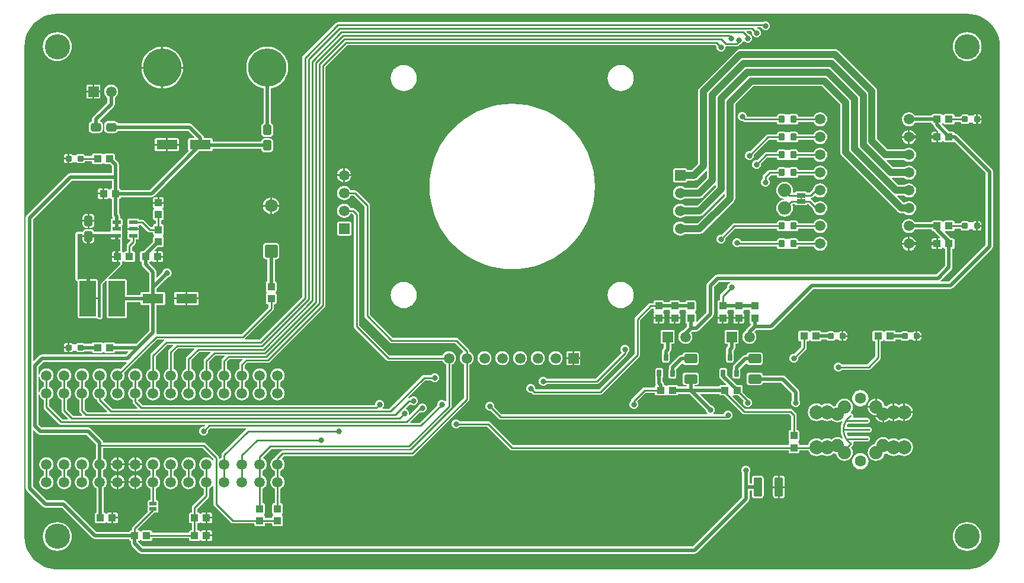
<source format=gtl>
G04 Layer_Physical_Order=1*
G04 Layer_Color=255*
%FSLAX44Y44*%
%MOMM*%
G71*
G01*
G75*
%ADD10C,0.2540*%
%ADD11R,1.1000X1.0000*%
G04:AMPARAMS|DCode=12|XSize=2.7mm|YSize=1.15mm|CornerRadius=0.1437mm|HoleSize=0mm|Usage=FLASHONLY|Rotation=270.000|XOffset=0mm|YOffset=0mm|HoleType=Round|Shape=RoundedRectangle|*
%AMROUNDEDRECTD12*
21,1,2.7000,0.8625,0,0,270.0*
21,1,2.4125,1.1500,0,0,270.0*
1,1,0.2875,-0.4313,-1.2063*
1,1,0.2875,-0.4313,1.2063*
1,1,0.2875,0.4313,1.2063*
1,1,0.2875,0.4313,-1.2063*
%
%ADD12ROUNDEDRECTD12*%
%ADD13R,1.0000X0.5000*%
%ADD14R,1.0000X1.1000*%
%ADD15R,1.2700X0.6350*%
G04:AMPARAMS|DCode=16|XSize=1.8mm|YSize=1.3mm|CornerRadius=0.1625mm|HoleSize=0mm|Usage=FLASHONLY|Rotation=180.000|XOffset=0mm|YOffset=0mm|HoleType=Round|Shape=RoundedRectangle|*
%AMROUNDEDRECTD16*
21,1,1.8000,0.9750,0,0,180.0*
21,1,1.4750,1.3000,0,0,180.0*
1,1,0.3250,-0.7375,0.4875*
1,1,0.3250,0.7375,0.4875*
1,1,0.3250,0.7375,-0.4875*
1,1,0.3250,-0.7375,-0.4875*
%
%ADD16ROUNDEDRECTD16*%
G04:AMPARAMS|DCode=17|XSize=0.6mm|YSize=1mm|CornerRadius=0.075mm|HoleSize=0mm|Usage=FLASHONLY|Rotation=0.000|XOffset=0mm|YOffset=0mm|HoleType=Round|Shape=RoundedRectangle|*
%AMROUNDEDRECTD17*
21,1,0.6000,0.8500,0,0,0.0*
21,1,0.4500,1.0000,0,0,0.0*
1,1,0.1500,0.2250,-0.4250*
1,1,0.1500,-0.2250,-0.4250*
1,1,0.1500,-0.2250,0.4250*
1,1,0.1500,0.2250,0.4250*
%
%ADD17ROUNDEDRECTD17*%
G04:AMPARAMS|DCode=18|XSize=0.8mm|YSize=0.8mm|CornerRadius=0.1mm|HoleSize=0mm|Usage=FLASHONLY|Rotation=0.000|XOffset=0mm|YOffset=0mm|HoleType=Round|Shape=RoundedRectangle|*
%AMROUNDEDRECTD18*
21,1,0.8000,0.6000,0,0,0.0*
21,1,0.6000,0.8000,0,0,0.0*
1,1,0.2000,0.3000,-0.3000*
1,1,0.2000,-0.3000,-0.3000*
1,1,0.2000,-0.3000,0.3000*
1,1,0.2000,0.3000,0.3000*
%
%ADD18ROUNDEDRECTD18*%
G04:AMPARAMS|DCode=19|XSize=1mm|YSize=0.9mm|CornerRadius=0.1125mm|HoleSize=0mm|Usage=FLASHONLY|Rotation=90.000|XOffset=0mm|YOffset=0mm|HoleType=Round|Shape=RoundedRectangle|*
%AMROUNDEDRECTD19*
21,1,1.0000,0.6750,0,0,90.0*
21,1,0.7750,0.9000,0,0,90.0*
1,1,0.2250,0.3375,0.3875*
1,1,0.2250,0.3375,-0.3875*
1,1,0.2250,-0.3375,-0.3875*
1,1,0.2250,-0.3375,0.3875*
%
%ADD19ROUNDEDRECTD19*%
G04:AMPARAMS|DCode=20|XSize=1.2mm|YSize=1.5mm|CornerRadius=0.3mm|HoleSize=0mm|Usage=FLASHONLY|Rotation=270.000|XOffset=0mm|YOffset=0mm|HoleType=Round|Shape=RoundedRectangle|*
%AMROUNDEDRECTD20*
21,1,1.2000,0.9000,0,0,270.0*
21,1,0.6000,1.5000,0,0,270.0*
1,1,0.6000,-0.4500,-0.3000*
1,1,0.6000,-0.4500,0.3000*
1,1,0.6000,0.4500,0.3000*
1,1,0.6000,0.4500,-0.3000*
%
%ADD20ROUNDEDRECTD20*%
%ADD21R,2.9972X1.3970*%
G04:AMPARAMS|DCode=22|XSize=1.2mm|YSize=1.5mm|CornerRadius=0.3mm|HoleSize=0mm|Usage=FLASHONLY|Rotation=180.000|XOffset=0mm|YOffset=0mm|HoleType=Round|Shape=RoundedRectangle|*
%AMROUNDEDRECTD22*
21,1,1.2000,0.9000,0,0,180.0*
21,1,0.6000,1.5000,0,0,180.0*
1,1,0.6000,-0.3000,0.4500*
1,1,0.6000,0.3000,0.4500*
1,1,0.6000,0.3000,-0.4500*
1,1,0.6000,-0.3000,-0.4500*
%
%ADD22ROUNDEDRECTD22*%
%ADD23R,1.1500X0.6000*%
%ADD24R,2.3500X5.1000*%
%ADD25C,0.5000*%
%ADD26C,1.0000*%
%ADD27R,0.2540X0.8327*%
%ADD28R,1.5000X1.5000*%
%ADD29C,1.5000*%
%ADD30C,5.4610*%
%ADD31C,1.9050*%
%ADD32C,3.6000*%
G04:AMPARAMS|DCode=33|XSize=1.8288mm|YSize=1.8288mm|CornerRadius=0.2286mm|HoleSize=0mm|Usage=FLASHONLY|Rotation=90.000|XOffset=0mm|YOffset=0mm|HoleType=Round|Shape=RoundedRectangle|*
%AMROUNDEDRECTD33*
21,1,1.8288,1.3716,0,0,90.0*
21,1,1.3716,1.8288,0,0,90.0*
1,1,0.4572,0.6858,0.6858*
1,1,0.4572,0.6858,-0.6858*
1,1,0.4572,-0.6858,-0.6858*
1,1,0.4572,-0.6858,0.6858*
%
%ADD33ROUNDEDRECTD33*%
%ADD34C,1.8288*%
%ADD35C,1.5096*%
%ADD36R,1.5000X1.5000*%
%ADD37C,1.8796*%
%ADD38C,1.6000*%
%ADD39C,2.0000*%
%ADD40C,0.7000*%
%ADD41C,0.8000*%
G36*
X1356127Y796538D02*
X1362149Y795340D01*
X1367963Y793367D01*
X1373470Y790651D01*
X1378575Y787240D01*
X1383192Y783192D01*
X1387240Y778575D01*
X1390651Y773470D01*
X1393367Y767963D01*
X1395341Y762149D01*
X1396538Y756127D01*
X1396930Y750149D01*
X1396900Y750000D01*
Y50000D01*
X1396930Y49851D01*
X1396538Y43873D01*
X1395341Y37851D01*
X1393367Y32037D01*
X1390651Y26530D01*
X1387240Y21425D01*
X1383192Y16809D01*
X1378575Y12760D01*
X1373470Y9349D01*
X1367963Y6633D01*
X1362149Y4660D01*
X1356127Y3462D01*
X1354271Y3340D01*
X45729D01*
X43873Y3462D01*
X37851Y4660D01*
X32037Y6633D01*
X26530Y9349D01*
X21425Y12760D01*
X16809Y16809D01*
X12760Y21425D01*
X9349Y26530D01*
X6633Y32037D01*
X4660Y37851D01*
X3462Y43873D01*
X3070Y49851D01*
X3100Y50000D01*
Y750000D01*
X3070Y750149D01*
X3462Y756127D01*
X4660Y762149D01*
X6633Y767963D01*
X9349Y773470D01*
X12760Y778575D01*
X16809Y783192D01*
X21425Y787240D01*
X26530Y790651D01*
X32037Y793367D01*
X37851Y795340D01*
X43873Y796538D01*
X49851Y796930D01*
X50000Y796900D01*
X1350000D01*
X1350149Y796930D01*
X1356127Y796538D01*
D02*
G37*
%LPC*%
G36*
X1245293Y344003D02*
X1234293D01*
X1233302Y343805D01*
X1232462Y343244D01*
X1231962Y342497D01*
X1231293Y342424D01*
X1230624Y342497D01*
X1230124Y343244D01*
X1229284Y343805D01*
X1228293Y344003D01*
X1217293D01*
X1216302Y343805D01*
X1215462Y343244D01*
X1214901Y342404D01*
X1214703Y341413D01*
Y331413D01*
X1214901Y330422D01*
X1215462Y329582D01*
X1216302Y329020D01*
X1217293Y328823D01*
X1218908D01*
Y307462D01*
X1207431Y295985D01*
X1171123D01*
X1170524Y296764D01*
X1169158Y297813D01*
X1167567Y298472D01*
X1165860Y298696D01*
X1164153Y298472D01*
X1162562Y297813D01*
X1161196Y296764D01*
X1160147Y295398D01*
X1159488Y293807D01*
X1159264Y292100D01*
X1159488Y290393D01*
X1160147Y288802D01*
X1161196Y287436D01*
X1162562Y286387D01*
X1164153Y285728D01*
X1165860Y285504D01*
X1167567Y285728D01*
X1169158Y286387D01*
X1170524Y287436D01*
X1171123Y288215D01*
X1209040D01*
X1210527Y288511D01*
X1211787Y289353D01*
X1225540Y303106D01*
X1226382Y304367D01*
X1226678Y305853D01*
Y328823D01*
X1228293D01*
X1229284Y329020D01*
X1230124Y329582D01*
X1230624Y330329D01*
X1231293Y330402D01*
X1231962Y330329D01*
X1232462Y329582D01*
X1233302Y329020D01*
X1234293Y328823D01*
X1245293D01*
X1246284Y329020D01*
X1247124Y329582D01*
X1247685Y330422D01*
X1247855Y331274D01*
X1255065D01*
X1255341Y330861D01*
X1256512Y330078D01*
X1257893Y329804D01*
X1263893D01*
X1265274Y330078D01*
X1266445Y330861D01*
X1266814Y331413D01*
X1271972D01*
X1272341Y330861D01*
X1273512Y330078D01*
X1274893Y329804D01*
X1276623D01*
Y336413D01*
Y343022D01*
X1274893D01*
X1273512Y342747D01*
X1272341Y341965D01*
X1271972Y341413D01*
X1266814D01*
X1266445Y341965D01*
X1265274Y342747D01*
X1263893Y343022D01*
X1257893D01*
X1256512Y342747D01*
X1255341Y341965D01*
X1255065Y341552D01*
X1247855D01*
X1247685Y342404D01*
X1247124Y343244D01*
X1246284Y343805D01*
X1245293Y344003D01*
D02*
G37*
G36*
X1139393D02*
X1128393D01*
X1127402Y343805D01*
X1126562Y343244D01*
X1126062Y342497D01*
X1125393Y342424D01*
X1124724Y342497D01*
X1124224Y343244D01*
X1123384Y343805D01*
X1122393Y344003D01*
X1111393D01*
X1110402Y343805D01*
X1109562Y343244D01*
X1109001Y342404D01*
X1108804Y341413D01*
Y331413D01*
X1109001Y330422D01*
X1109562Y329582D01*
X1110402Y329020D01*
X1111393Y328823D01*
X1113009D01*
Y320942D01*
X1103334Y311268D01*
X1102360Y311396D01*
X1100653Y311172D01*
X1099062Y310513D01*
X1097696Y309464D01*
X1096647Y308098D01*
X1095988Y306507D01*
X1095764Y304800D01*
X1095988Y303093D01*
X1096647Y301502D01*
X1097696Y300136D01*
X1099062Y299087D01*
X1100653Y298428D01*
X1102360Y298204D01*
X1104067Y298428D01*
X1105658Y299087D01*
X1107024Y300136D01*
X1108073Y301502D01*
X1108732Y303093D01*
X1108956Y304800D01*
X1108828Y305774D01*
X1119640Y316586D01*
X1120482Y317847D01*
X1120778Y319333D01*
Y328823D01*
X1122393D01*
X1123384Y329020D01*
X1124224Y329582D01*
X1124724Y330329D01*
X1125393Y330402D01*
X1126062Y330329D01*
X1126562Y329582D01*
X1127402Y329020D01*
X1128393Y328823D01*
X1139393D01*
X1140384Y329020D01*
X1141224Y329582D01*
X1141786Y330422D01*
X1141955Y331274D01*
X1149165D01*
X1149441Y330861D01*
X1150612Y330078D01*
X1151993Y329804D01*
X1157993D01*
X1159374Y330078D01*
X1160545Y330861D01*
X1160914Y331413D01*
X1166072D01*
X1166441Y330861D01*
X1167612Y330078D01*
X1168993Y329804D01*
X1170723D01*
Y336413D01*
Y343022D01*
X1168993D01*
X1167612Y342747D01*
X1166441Y341965D01*
X1166072Y341413D01*
X1160914D01*
X1160545Y341965D01*
X1159374Y342747D01*
X1157993Y343022D01*
X1151993D01*
X1150612Y342747D01*
X1149441Y341965D01*
X1149165Y341552D01*
X1141955D01*
X1141786Y342404D01*
X1141224Y343244D01*
X1140384Y343805D01*
X1139393Y344003D01*
D02*
G37*
G36*
X1280893Y343022D02*
X1279163D01*
Y337683D01*
X1284502D01*
Y339413D01*
X1284228Y340794D01*
X1283445Y341965D01*
X1282274Y342747D01*
X1280893Y343022D01*
D02*
G37*
G36*
X908050Y361070D02*
X901730D01*
Y356840D01*
X901927Y355849D01*
X902489Y355009D01*
X903329Y354447D01*
X904320Y354250D01*
X908050D01*
Y361070D01*
D02*
G37*
G36*
X1008350D02*
X1002030D01*
Y354250D01*
X1005760D01*
X1006751Y354447D01*
X1007591Y355009D01*
X1008153Y355849D01*
X1008350Y356840D01*
Y361070D01*
D02*
G37*
G36*
X999490D02*
X993170D01*
Y356840D01*
X993367Y355849D01*
X993929Y355009D01*
X994769Y354447D01*
X995760Y354250D01*
X999490D01*
Y361070D01*
D02*
G37*
G36*
X916910D02*
X910590D01*
Y354250D01*
X914320D01*
X915311Y354447D01*
X916151Y355009D01*
X916713Y355849D01*
X916910Y356840D01*
Y361070D01*
D02*
G37*
G36*
X1174993Y343022D02*
X1173263D01*
Y337683D01*
X1178603D01*
Y339413D01*
X1178328Y340794D01*
X1177545Y341965D01*
X1176374Y342747D01*
X1174993Y343022D01*
D02*
G37*
G36*
X1020960Y345370D02*
X1005960D01*
X1004969Y345173D01*
X1004129Y344611D01*
X1003567Y343771D01*
X1003370Y342780D01*
Y327780D01*
X1003567Y326789D01*
X1004129Y325949D01*
X1004969Y325387D01*
X1005960Y325190D01*
X1008321D01*
Y322169D01*
X1007286Y321134D01*
X1006172Y319466D01*
X1005781Y317500D01*
Y311989D01*
X1005571Y311674D01*
X1005315Y310390D01*
Y301890D01*
X1005571Y300606D01*
X1006298Y299518D01*
X1007386Y298791D01*
X1008670Y298535D01*
X1013170D01*
X1014454Y298791D01*
X1015542Y299518D01*
X1016269Y300606D01*
X1016525Y301890D01*
Y310390D01*
X1016269Y311674D01*
X1016059Y311989D01*
Y315371D01*
X1017094Y316406D01*
X1018208Y318074D01*
X1018599Y320040D01*
Y325190D01*
X1020960D01*
X1021951Y325387D01*
X1022791Y325949D01*
X1023353Y326789D01*
X1023550Y327780D01*
Y342780D01*
X1023353Y343771D01*
X1022791Y344611D01*
X1021951Y345173D01*
X1020960Y345370D01*
D02*
G37*
G36*
X929520D02*
X914520D01*
X913529Y345173D01*
X912689Y344611D01*
X912127Y343771D01*
X911930Y342780D01*
Y327780D01*
X912127Y326789D01*
X912689Y325949D01*
X913529Y325387D01*
X914520Y325190D01*
X916881D01*
Y319629D01*
X915846Y318594D01*
X914732Y316926D01*
X914341Y314960D01*
Y311989D01*
X914131Y311674D01*
X913876Y310390D01*
Y301890D01*
X914131Y300606D01*
X914858Y299518D01*
X915946Y298791D01*
X917230Y298535D01*
X921730D01*
X923014Y298791D01*
X924102Y299518D01*
X924829Y300606D01*
X925085Y301890D01*
Y310390D01*
X924829Y311674D01*
X924619Y311989D01*
Y312831D01*
X925654Y313866D01*
X926768Y315534D01*
X927159Y317500D01*
Y325190D01*
X929520D01*
X930511Y325387D01*
X931351Y325949D01*
X931913Y326789D01*
X932110Y327780D01*
Y342780D01*
X931913Y343771D01*
X931351Y344611D01*
X930511Y345173D01*
X929520Y345370D01*
D02*
G37*
G36*
X1053855Y313182D02*
X1039105D01*
X1037480Y312858D01*
X1036102Y311938D01*
X1035182Y310560D01*
X1034911Y309199D01*
X1033040D01*
X1031074Y308808D01*
X1029406Y307694D01*
X1016786Y295074D01*
X1015672Y293407D01*
X1015281Y291440D01*
Y288989D01*
X1015071Y288674D01*
X1014816Y287390D01*
Y278890D01*
X1015071Y277606D01*
X1015798Y276518D01*
X1016886Y275791D01*
X1018170Y275536D01*
X1022670D01*
X1023954Y275791D01*
X1025042Y276518D01*
X1025769Y277606D01*
X1026024Y278890D01*
Y287390D01*
X1025769Y288674D01*
X1025559Y288989D01*
Y289312D01*
X1033956Y297708D01*
X1035350Y297307D01*
X1036102Y296182D01*
X1037480Y295262D01*
X1039105Y294938D01*
X1053855D01*
X1055480Y295262D01*
X1056858Y296182D01*
X1057778Y297560D01*
X1058102Y299185D01*
Y308935D01*
X1057778Y310560D01*
X1056858Y311938D01*
X1055480Y312858D01*
X1053855Y313182D01*
D02*
G37*
G36*
X786130Y314890D02*
X779900D01*
X778909Y314693D01*
X778069Y314131D01*
X777507Y313291D01*
X777310Y312300D01*
Y306070D01*
X786130D01*
Y314890D01*
D02*
G37*
G36*
X1284502Y335143D02*
X1279163D01*
Y329804D01*
X1280893D01*
X1282274Y330078D01*
X1283445Y330861D01*
X1284228Y332032D01*
X1284502Y333413D01*
Y335143D01*
D02*
G37*
G36*
X1178603D02*
X1173263D01*
Y329804D01*
X1174993D01*
X1176374Y330078D01*
X1177545Y330861D01*
X1178328Y332032D01*
X1178603Y333413D01*
Y335143D01*
D02*
G37*
G36*
X794900Y314890D02*
X788670D01*
Y306070D01*
X797490D01*
Y312300D01*
X797293Y313291D01*
X796731Y314131D01*
X795891Y314693D01*
X794900Y314890D01*
D02*
G37*
G36*
X930910Y361070D02*
X924590D01*
Y356840D01*
X924787Y355849D01*
X925349Y355009D01*
X926189Y354448D01*
X927180Y354250D01*
X930910D01*
Y361070D01*
D02*
G37*
G36*
X201190Y448730D02*
X194370D01*
Y442410D01*
X198600D01*
X199591Y442607D01*
X200431Y443169D01*
X200993Y444009D01*
X201190Y445000D01*
Y448730D01*
D02*
G37*
G36*
X700000Y668152D02*
X689702Y667703D01*
X679483Y666357D01*
X669420Y664127D01*
X659589Y661027D01*
X650067Y657083D01*
X640924Y652323D01*
X632230Y646785D01*
X624053Y640510D01*
X616454Y633546D01*
X609490Y625947D01*
X603215Y617770D01*
X597677Y609076D01*
X592918Y599933D01*
X588973Y590410D01*
X585873Y580580D01*
X583643Y570517D01*
X582297Y560298D01*
X581848Y550000D01*
X582297Y539702D01*
X583643Y529483D01*
X585873Y519420D01*
X588973Y509590D01*
X592918Y500067D01*
X597677Y490924D01*
X603215Y482230D01*
X609490Y474053D01*
X616454Y466454D01*
X624053Y459490D01*
X632230Y453215D01*
X640924Y447677D01*
X650067Y442918D01*
X659589Y438973D01*
X669420Y435873D01*
X679483Y433643D01*
X689702Y432297D01*
X700000Y431847D01*
X710298Y432297D01*
X720517Y433643D01*
X730580Y435873D01*
X740411Y438973D01*
X749933Y442918D01*
X759076Y447677D01*
X767769Y453215D01*
X775947Y459490D01*
X783546Y466454D01*
X790510Y474053D01*
X796785Y482230D01*
X802323Y490924D01*
X807083Y500067D01*
X811027Y509590D01*
X814127Y519420D01*
X816357Y529483D01*
X817703Y539702D01*
X818152Y550000D01*
X817703Y560298D01*
X816357Y570517D01*
X814127Y580580D01*
X811027Y590410D01*
X807083Y599933D01*
X802323Y609076D01*
X796785Y617770D01*
X790510Y625947D01*
X783546Y633546D01*
X775947Y640510D01*
X767769Y646785D01*
X759076Y652323D01*
X749933Y657083D01*
X740411Y661027D01*
X730580Y664127D01*
X720517Y666357D01*
X710298Y667703D01*
X700000Y668152D01*
D02*
G37*
G36*
X855000Y413667D02*
X854874Y413642D01*
X854746Y413655D01*
X851610Y413346D01*
X851366Y413272D01*
X851112Y413247D01*
X848096Y412332D01*
X847871Y412212D01*
X847627Y412138D01*
X844847Y410652D01*
X844650Y410490D01*
X844425Y410370D01*
X841989Y408370D01*
X841827Y408173D01*
X841630Y408011D01*
X839630Y405575D01*
X839510Y405350D01*
X839348Y405153D01*
X837862Y402373D01*
X837788Y402129D01*
X837668Y401904D01*
X836753Y398888D01*
X836728Y398634D01*
X836654Y398390D01*
X836345Y395254D01*
X836370Y395000D01*
X836345Y394746D01*
X836654Y391610D01*
X836728Y391366D01*
X836753Y391112D01*
X837668Y388096D01*
X837788Y387871D01*
X837862Y387627D01*
X839348Y384847D01*
X839510Y384650D01*
X839630Y384425D01*
X841630Y381989D01*
X841827Y381827D01*
X841989Y381630D01*
X844425Y379630D01*
X844650Y379510D01*
X844847Y379348D01*
X847627Y377862D01*
X847871Y377788D01*
X848096Y377668D01*
X851112Y376753D01*
X851366Y376728D01*
X851610Y376654D01*
X854746Y376345D01*
X854874Y376358D01*
X855000Y376333D01*
X855126Y376358D01*
X855254Y376345D01*
X858390Y376654D01*
X858634Y376728D01*
X858888Y376753D01*
X861904Y377668D01*
X862129Y377788D01*
X862373Y377862D01*
X865153Y379348D01*
X865350Y379510D01*
X865575Y379630D01*
X868011Y381630D01*
X868173Y381827D01*
X868370Y381989D01*
X870370Y384425D01*
X870490Y384650D01*
X870652Y384847D01*
X872138Y387627D01*
X872212Y387871D01*
X872332Y388096D01*
X873247Y391112D01*
X873272Y391366D01*
X873346Y391610D01*
X873655Y394746D01*
X873630Y395000D01*
X873655Y395254D01*
X873346Y398390D01*
X873272Y398634D01*
X873247Y398888D01*
X872332Y401904D01*
X872212Y402129D01*
X872138Y402373D01*
X870652Y405153D01*
X870490Y405350D01*
X870370Y405575D01*
X868370Y408011D01*
X868173Y408173D01*
X868011Y408370D01*
X865575Y410370D01*
X865350Y410490D01*
X865153Y410652D01*
X862373Y412138D01*
X862129Y412212D01*
X861904Y412332D01*
X858888Y413247D01*
X858634Y413272D01*
X858390Y413346D01*
X855254Y413655D01*
X855126Y413642D01*
X855000Y413667D01*
D02*
G37*
G36*
X198600Y457590D02*
X194370D01*
Y451270D01*
X201190D01*
Y455000D01*
X200993Y455991D01*
X200431Y456831D01*
X199591Y457393D01*
X198600Y457590D01*
D02*
G37*
G36*
X1305730Y467130D02*
X1298911D01*
Y463400D01*
X1299108Y462409D01*
X1299669Y461569D01*
X1300509Y461007D01*
X1301500Y460810D01*
X1305730D01*
Y467130D01*
D02*
G37*
G36*
X1277008D02*
X1268270D01*
Y458392D01*
X1269633Y458572D01*
X1272087Y459588D01*
X1274195Y461205D01*
X1275812Y463312D01*
X1276828Y465766D01*
X1277008Y467130D01*
D02*
G37*
G36*
X1265730D02*
X1256992D01*
X1257172Y465766D01*
X1258188Y463312D01*
X1259805Y461205D01*
X1261913Y459588D01*
X1264367Y458572D01*
X1265730Y458392D01*
Y467130D01*
D02*
G37*
G36*
X545000Y413667D02*
X544874Y413642D01*
X544746Y413655D01*
X541610Y413346D01*
X541366Y413272D01*
X541112Y413247D01*
X538096Y412332D01*
X537871Y412212D01*
X537627Y412138D01*
X534847Y410652D01*
X534650Y410490D01*
X534425Y410370D01*
X531989Y408370D01*
X531827Y408173D01*
X531630Y408011D01*
X529630Y405575D01*
X529510Y405350D01*
X529348Y405153D01*
X527862Y402373D01*
X527788Y402129D01*
X527668Y401904D01*
X526753Y398888D01*
X526728Y398634D01*
X526654Y398390D01*
X526345Y395254D01*
X526370Y395000D01*
X526345Y394746D01*
X526654Y391610D01*
X526728Y391366D01*
X526753Y391112D01*
X527668Y388096D01*
X527788Y387871D01*
X527862Y387627D01*
X529348Y384847D01*
X529510Y384650D01*
X529630Y384425D01*
X531630Y381989D01*
X531827Y381827D01*
X531989Y381630D01*
X534425Y379630D01*
X534650Y379510D01*
X534847Y379348D01*
X537627Y377862D01*
X537871Y377788D01*
X538096Y377668D01*
X541112Y376753D01*
X541366Y376728D01*
X541610Y376654D01*
X544746Y376345D01*
X544874Y376358D01*
X545000Y376333D01*
X545126Y376358D01*
X545254Y376345D01*
X548390Y376654D01*
X548634Y376728D01*
X548888Y376753D01*
X551904Y377668D01*
X552129Y377788D01*
X552373Y377862D01*
X555153Y379348D01*
X555350Y379510D01*
X555575Y379630D01*
X558011Y381630D01*
X558173Y381827D01*
X558370Y381989D01*
X560370Y384425D01*
X560490Y384650D01*
X560652Y384847D01*
X562138Y387627D01*
X562212Y387871D01*
X562332Y388096D01*
X563247Y391112D01*
X563272Y391366D01*
X563346Y391610D01*
X563655Y394746D01*
X563630Y395000D01*
X563655Y395254D01*
X563346Y398390D01*
X563272Y398634D01*
X563247Y398888D01*
X562332Y401904D01*
X562212Y402129D01*
X562138Y402373D01*
X560652Y405153D01*
X560490Y405350D01*
X560370Y405575D01*
X558370Y408011D01*
X558173Y408173D01*
X558011Y408370D01*
X555575Y410370D01*
X555350Y410490D01*
X555153Y410652D01*
X552373Y412138D01*
X552129Y412212D01*
X551904Y412332D01*
X548888Y413247D01*
X548634Y413272D01*
X548390Y413346D01*
X545254Y413655D01*
X545126Y413642D01*
X545000Y413667D01*
D02*
G37*
G36*
X1031210Y361070D02*
X1024890D01*
Y354250D01*
X1028620D01*
X1029611Y354448D01*
X1030451Y355009D01*
X1031013Y355849D01*
X1031210Y356840D01*
Y361070D01*
D02*
G37*
G36*
X1022350D02*
X1016030D01*
Y356840D01*
X1016227Y355849D01*
X1016789Y355009D01*
X1017629Y354448D01*
X1018620Y354250D01*
X1022350D01*
Y361070D01*
D02*
G37*
G36*
X939770D02*
X933450D01*
Y354250D01*
X937180D01*
X938171Y354448D01*
X939011Y355009D01*
X939573Y355849D01*
X939770Y356840D01*
Y361070D01*
D02*
G37*
G36*
X233330Y388730D02*
X217024D01*
Y383015D01*
X217221Y382024D01*
X217783Y381184D01*
X218623Y380622D01*
X219614Y380425D01*
X233330D01*
Y388730D01*
D02*
G37*
G36*
X249586Y399575D02*
X235870D01*
Y391270D01*
X252176D01*
Y396985D01*
X251979Y397976D01*
X251417Y398816D01*
X250577Y399378D01*
X249586Y399575D01*
D02*
G37*
G36*
X233330D02*
X219614D01*
X218623Y399378D01*
X217783Y398816D01*
X217221Y397976D01*
X217024Y396985D01*
Y391270D01*
X233330D01*
Y399575D01*
D02*
G37*
G36*
X252176Y388730D02*
X235870D01*
Y380425D01*
X249586D01*
X250577Y380622D01*
X251417Y381184D01*
X251979Y382024D01*
X252176Y383015D01*
Y388730D01*
D02*
G37*
G36*
X1229904Y191947D02*
X1226788Y191537D01*
X1223884Y190334D01*
X1221390Y188420D01*
X1219476Y185926D01*
X1218274Y183022D01*
X1218112Y181792D01*
X1216883Y181631D01*
X1213979Y180428D01*
X1211486Y178514D01*
X1209572Y176021D01*
X1208369Y173116D01*
X1207959Y170000D01*
X1208369Y166884D01*
X1209572Y163979D01*
X1211486Y161486D01*
X1213979Y159572D01*
X1216883Y158369D01*
X1220000Y157959D01*
X1223117Y158369D01*
X1226021Y159572D01*
X1228514Y161486D01*
X1230428Y163979D01*
X1231631Y166884D01*
X1231793Y168114D01*
X1233021Y168275D01*
X1235414Y169267D01*
X1235949Y168569D01*
X1238569Y166559D01*
X1241620Y165296D01*
X1244893Y164865D01*
X1248167Y165296D01*
X1251217Y166559D01*
X1252393Y167461D01*
X1253569Y166559D01*
X1256620Y165296D01*
X1259893Y164865D01*
X1263167Y165296D01*
X1266217Y166559D01*
X1268837Y168569D01*
X1270847Y171189D01*
X1272110Y174239D01*
X1272541Y177513D01*
X1272110Y180786D01*
X1270847Y183837D01*
X1268837Y186456D01*
X1266217Y188466D01*
X1263167Y189730D01*
X1259893Y190161D01*
X1256620Y189730D01*
X1253569Y188466D01*
X1252393Y187564D01*
X1251217Y188466D01*
X1248167Y189730D01*
X1244893Y190161D01*
X1241620Y189730D01*
X1238569Y188466D01*
X1238452Y188377D01*
X1238419Y188420D01*
X1235925Y190334D01*
X1233021Y191537D01*
X1229904Y191947D01*
D02*
G37*
G36*
X1085125Y136768D02*
X1082082D01*
Y121920D01*
X1089180D01*
Y132712D01*
X1088871Y134264D01*
X1087992Y135580D01*
X1086676Y136459D01*
X1085125Y136768D01*
D02*
G37*
G36*
X1079542D02*
X1076499D01*
X1074948Y136459D01*
X1073632Y135580D01*
X1072753Y134264D01*
X1072444Y132712D01*
Y121920D01*
X1079542D01*
Y136768D01*
D02*
G37*
G36*
X1197393Y169180D02*
X1197226Y169147D01*
X1197055Y169158D01*
X1194706Y168849D01*
X1194385Y168740D01*
X1194053Y168674D01*
X1191863Y167767D01*
X1191582Y167579D01*
X1191278Y167429D01*
X1189398Y165986D01*
X1189174Y165732D01*
X1188920Y165508D01*
X1187477Y163628D01*
X1187327Y163324D01*
X1187139Y163043D01*
X1186232Y160853D01*
X1186166Y160521D01*
X1186057Y160200D01*
X1185748Y157851D01*
X1185770Y157513D01*
X1185748Y157175D01*
X1186057Y154825D01*
X1186166Y154504D01*
X1186232Y154172D01*
X1187139Y151983D01*
X1187327Y151701D01*
X1187477Y151397D01*
X1188920Y149517D01*
X1189174Y149294D01*
X1189398Y149039D01*
X1191278Y147597D01*
X1191582Y147447D01*
X1191863Y147259D01*
X1194053Y146352D01*
X1194385Y146286D01*
X1194706Y146177D01*
X1197055Y145868D01*
X1197226Y145879D01*
X1197393Y145845D01*
X1197561Y145879D01*
X1197731Y145868D01*
X1200081Y146177D01*
X1200402Y146286D01*
X1200734Y146352D01*
X1202923Y147259D01*
X1203205Y147447D01*
X1203509Y147597D01*
X1205389Y149039D01*
X1205612Y149294D01*
X1205867Y149517D01*
X1207309Y151397D01*
X1207459Y151701D01*
X1207647Y151983D01*
X1208554Y154172D01*
X1208620Y154504D01*
X1208729Y154825D01*
X1209038Y157175D01*
X1209016Y157513D01*
X1209038Y157851D01*
X1208729Y160200D01*
X1208620Y160521D01*
X1208554Y160853D01*
X1207647Y163043D01*
X1207459Y163324D01*
X1207309Y163628D01*
X1205867Y165508D01*
X1205612Y165732D01*
X1205389Y165986D01*
X1203509Y167429D01*
X1203205Y167579D01*
X1202923Y167767D01*
X1200734Y168674D01*
X1200402Y168740D01*
X1200081Y168849D01*
X1197731Y169158D01*
X1197561Y169147D01*
X1197393Y169180D01*
D02*
G37*
G36*
X1261163Y239994D02*
Y228783D01*
X1272374D01*
X1272110Y230786D01*
X1270847Y233837D01*
X1268837Y236456D01*
X1266217Y238466D01*
X1263167Y239730D01*
X1261163Y239994D01*
D02*
G37*
G36*
X1272374Y226243D02*
X1261163D01*
Y215032D01*
X1263167Y215296D01*
X1266217Y216559D01*
X1268837Y218569D01*
X1270847Y221189D01*
X1272110Y224239D01*
X1272374Y226243D01*
D02*
G37*
G36*
X1221270Y246898D02*
Y235024D01*
X1220000D01*
Y233754D01*
X1208126D01*
X1208369Y231908D01*
X1209572Y229004D01*
X1211486Y226510D01*
X1213979Y224596D01*
X1216883Y223393D01*
X1218112Y223232D01*
X1218274Y222001D01*
X1219476Y219097D01*
X1221390Y216604D01*
X1223884Y214690D01*
X1226788Y213487D01*
X1228634Y213244D01*
Y225118D01*
X1231174D01*
Y213244D01*
X1233021Y213487D01*
X1235925Y214690D01*
X1238419Y216604D01*
X1238453Y216648D01*
X1238569Y216559D01*
X1241620Y215296D01*
X1243623Y215032D01*
Y227513D01*
Y239994D01*
X1241620Y239730D01*
X1238569Y238466D01*
X1235949Y236456D01*
X1235413Y235758D01*
X1233021Y236749D01*
X1231793Y236910D01*
X1231631Y238140D01*
X1230428Y241045D01*
X1228514Y243538D01*
X1226021Y245452D01*
X1223117Y246655D01*
X1221270Y246898D01*
D02*
G37*
G36*
X1089180Y119380D02*
X1082082D01*
Y104532D01*
X1085125D01*
X1086676Y104841D01*
X1087992Y105720D01*
X1088871Y107036D01*
X1089180Y108588D01*
Y119380D01*
D02*
G37*
G36*
X271290Y50130D02*
X264470D01*
Y43810D01*
X268700D01*
X269691Y44007D01*
X270531Y44569D01*
X271093Y45409D01*
X271290Y46400D01*
Y50130D01*
D02*
G37*
G36*
X1350000Y70639D02*
X1345974Y70243D01*
X1342102Y69068D01*
X1338533Y67161D01*
X1335406Y64594D01*
X1332839Y61467D01*
X1330932Y57898D01*
X1329757Y54026D01*
X1329361Y50000D01*
X1329757Y45974D01*
X1330932Y42102D01*
X1332839Y38533D01*
X1335406Y35406D01*
X1338533Y32839D01*
X1342102Y30932D01*
X1345974Y29757D01*
X1350000Y29361D01*
X1354026Y29757D01*
X1357898Y30932D01*
X1361467Y32839D01*
X1364594Y35406D01*
X1367161Y38533D01*
X1369068Y42102D01*
X1370243Y45974D01*
X1370639Y50000D01*
X1370243Y54026D01*
X1369068Y57898D01*
X1367161Y61467D01*
X1364594Y64594D01*
X1361467Y67161D01*
X1357898Y69068D01*
X1354026Y70243D01*
X1350000Y70639D01*
D02*
G37*
G36*
X50000D02*
X45974Y70243D01*
X42102Y69068D01*
X38533Y67161D01*
X35406Y64594D01*
X32839Y61467D01*
X30932Y57898D01*
X29757Y54026D01*
X29361Y50000D01*
X29757Y45974D01*
X30932Y42102D01*
X32839Y38533D01*
X35406Y35406D01*
X38533Y32839D01*
X42102Y30932D01*
X45974Y29757D01*
X50000Y29361D01*
X54026Y29757D01*
X57898Y30932D01*
X61467Y32839D01*
X64594Y35406D01*
X67161Y38533D01*
X69068Y42102D01*
X70243Y45974D01*
X70639Y50000D01*
X70243Y54026D01*
X69068Y57898D01*
X67161Y61467D01*
X64594Y64594D01*
X61467Y67161D01*
X57898Y69068D01*
X54026Y70243D01*
X50000Y70639D01*
D02*
G37*
G36*
X268700Y58990D02*
X264470D01*
Y52670D01*
X271290D01*
Y56400D01*
X271093Y57391D01*
X270531Y58231D01*
X269691Y58793D01*
X268700Y58990D01*
D02*
G37*
G36*
X1079542Y119380D02*
X1072444D01*
Y108588D01*
X1072753Y107036D01*
X1073632Y105720D01*
X1074948Y104841D01*
X1076499Y104532D01*
X1079542D01*
Y119380D01*
D02*
G37*
G36*
X268700Y84390D02*
X264470D01*
Y78070D01*
X271290D01*
Y81800D01*
X271093Y82791D01*
X270532Y83631D01*
X269691Y84193D01*
X268700Y84390D01*
D02*
G37*
G36*
X271290Y75530D02*
X264470D01*
Y69210D01*
X268700D01*
X269691Y69407D01*
X270532Y69969D01*
X271093Y70809D01*
X271290Y71800D01*
Y75530D01*
D02*
G37*
G36*
X1053855Y284182D02*
X1039105D01*
X1037480Y283858D01*
X1036102Y282938D01*
X1035182Y281560D01*
X1034858Y279935D01*
Y270185D01*
X1035182Y268560D01*
X1036102Y267182D01*
X1037480Y266262D01*
X1039105Y265938D01*
X1053855D01*
X1055480Y266262D01*
X1056858Y267182D01*
X1057778Y268560D01*
X1058049Y269921D01*
X1084251D01*
X1099761Y254412D01*
Y245346D01*
X1099187Y244598D01*
X1098528Y243007D01*
X1098304Y241300D01*
X1098528Y239593D01*
X1099187Y238002D01*
X1100236Y236636D01*
X1101602Y235587D01*
X1103193Y234928D01*
X1104900Y234704D01*
X1106607Y234928D01*
X1108198Y235587D01*
X1109564Y236636D01*
X1110613Y238002D01*
X1111272Y239593D01*
X1111496Y241300D01*
X1111272Y243007D01*
X1110613Y244598D01*
X1110039Y245346D01*
Y256540D01*
X1109648Y258507D01*
X1108534Y260174D01*
X1090014Y278694D01*
X1088346Y279808D01*
X1086380Y280199D01*
X1058049D01*
X1057778Y281560D01*
X1056858Y282938D01*
X1055480Y283858D01*
X1053855Y284182D01*
D02*
G37*
G36*
X736600Y314927D02*
X733979Y314582D01*
X731537Y313570D01*
X729439Y311961D01*
X727830Y309863D01*
X726818Y307421D01*
X726473Y304800D01*
X726818Y302179D01*
X727830Y299737D01*
X729439Y297639D01*
X731537Y296030D01*
X733979Y295018D01*
X736600Y294673D01*
X739221Y295018D01*
X741663Y296030D01*
X743761Y297639D01*
X745370Y299737D01*
X746382Y302179D01*
X746727Y304800D01*
X746382Y307421D01*
X745370Y309863D01*
X743761Y311961D01*
X741663Y313570D01*
X739221Y314582D01*
X736600Y314927D01*
D02*
G37*
G36*
X711200D02*
X708579Y314582D01*
X706137Y313570D01*
X704039Y311961D01*
X702430Y309863D01*
X701418Y307421D01*
X701073Y304800D01*
X701418Y302179D01*
X702430Y299737D01*
X704039Y297639D01*
X706137Y296030D01*
X708579Y295018D01*
X711200Y294673D01*
X713821Y295018D01*
X716263Y296030D01*
X718361Y297639D01*
X719970Y299737D01*
X720982Y302179D01*
X721327Y304800D01*
X720982Y307421D01*
X719970Y309863D01*
X718361Y311961D01*
X716263Y313570D01*
X713821Y314582D01*
X711200Y314927D01*
D02*
G37*
G36*
X685800D02*
X683179Y314582D01*
X680737Y313570D01*
X678639Y311961D01*
X677030Y309863D01*
X676018Y307421D01*
X675673Y304800D01*
X676018Y302179D01*
X677030Y299737D01*
X678639Y297639D01*
X680737Y296030D01*
X683179Y295018D01*
X685800Y294673D01*
X688421Y295018D01*
X690863Y296030D01*
X692961Y297639D01*
X694570Y299737D01*
X695582Y302179D01*
X695927Y304800D01*
X695582Y307421D01*
X694570Y309863D01*
X692961Y311961D01*
X690863Y313570D01*
X688421Y314582D01*
X685800Y314927D01*
D02*
G37*
G36*
X762000D02*
X759379Y314582D01*
X756937Y313570D01*
X754839Y311961D01*
X753230Y309863D01*
X752218Y307421D01*
X751873Y304800D01*
X752218Y302179D01*
X753230Y299737D01*
X754839Y297639D01*
X756937Y296030D01*
X759379Y295018D01*
X762000Y294673D01*
X764621Y295018D01*
X767063Y296030D01*
X769161Y297639D01*
X770770Y299737D01*
X771782Y302179D01*
X772127Y304800D01*
X771782Y307421D01*
X770770Y309863D01*
X769161Y311961D01*
X767063Y313570D01*
X764621Y314582D01*
X762000Y314927D01*
D02*
G37*
G36*
X962415Y313182D02*
X947665D01*
X946040Y312858D01*
X944662Y311938D01*
X943742Y310560D01*
X943471Y309199D01*
X941600D01*
X939633Y308808D01*
X937966Y307694D01*
X925346Y295074D01*
X924232Y293407D01*
X923841Y291440D01*
Y288989D01*
X923631Y288674D01*
X923375Y287390D01*
Y278890D01*
X923631Y277606D01*
X924358Y276518D01*
X925446Y275791D01*
X926730Y275536D01*
X931230D01*
X932514Y275791D01*
X933602Y276518D01*
X934329Y277606D01*
X934585Y278890D01*
Y287390D01*
X934329Y288674D01*
X934119Y288989D01*
Y289312D01*
X942516Y297708D01*
X943911Y297307D01*
X944662Y296182D01*
X946040Y295262D01*
X947665Y294938D01*
X962415D01*
X964040Y295262D01*
X965418Y296182D01*
X966338Y297560D01*
X966662Y299185D01*
Y308935D01*
X966338Y310560D01*
X965418Y311938D01*
X964040Y312858D01*
X962415Y313182D01*
D02*
G37*
G36*
X797490Y303530D02*
X788670D01*
Y294710D01*
X794900D01*
X795891Y294907D01*
X796731Y295469D01*
X797293Y296309D01*
X797490Y297300D01*
Y303530D01*
D02*
G37*
G36*
X786130D02*
X777310D01*
Y297300D01*
X777507Y296309D01*
X778069Y295469D01*
X778909Y294907D01*
X779900Y294710D01*
X786130D01*
Y303530D01*
D02*
G37*
G36*
X660400Y314927D02*
X657779Y314582D01*
X655337Y313570D01*
X653239Y311961D01*
X651630Y309863D01*
X650618Y307421D01*
X650273Y304800D01*
X650618Y302179D01*
X651630Y299737D01*
X653239Y297639D01*
X655337Y296030D01*
X657779Y295018D01*
X660400Y294673D01*
X663021Y295018D01*
X665463Y296030D01*
X667561Y297639D01*
X669170Y299737D01*
X670182Y302179D01*
X670527Y304800D01*
X670182Y307421D01*
X669170Y309863D01*
X667561Y311961D01*
X665463Y313570D01*
X663021Y314582D01*
X660400Y314927D01*
D02*
G37*
G36*
X339400Y290127D02*
X336779Y289782D01*
X334337Y288770D01*
X332239Y287161D01*
X330630Y285063D01*
X329618Y282621D01*
X329273Y280000D01*
X329618Y277379D01*
X330630Y274937D01*
X332239Y272839D01*
X334337Y271230D01*
X335515Y270742D01*
Y263858D01*
X334337Y263370D01*
X332239Y261761D01*
X330630Y259663D01*
X329618Y257221D01*
X329273Y254600D01*
X329618Y251979D01*
X330630Y249537D01*
X332239Y247439D01*
X334337Y245830D01*
X336779Y244818D01*
X339400Y244473D01*
X342021Y244818D01*
X344463Y245830D01*
X346561Y247439D01*
X348170Y249537D01*
X349182Y251979D01*
X349527Y254600D01*
X349182Y257221D01*
X348170Y259663D01*
X346561Y261761D01*
X344463Y263370D01*
X343285Y263858D01*
Y270742D01*
X344463Y271230D01*
X346561Y272839D01*
X348170Y274937D01*
X349182Y277379D01*
X349527Y280000D01*
X349182Y282621D01*
X348170Y285063D01*
X346561Y287161D01*
X344463Y288770D01*
X342021Y289782D01*
X339400Y290127D01*
D02*
G37*
G36*
X1258623Y239994D02*
X1256620Y239730D01*
X1253569Y238466D01*
X1252393Y237564D01*
X1251217Y238466D01*
X1248167Y239730D01*
X1246163Y239994D01*
Y227513D01*
Y215032D01*
X1248167Y215296D01*
X1251217Y216559D01*
X1252393Y217461D01*
X1253569Y216559D01*
X1256620Y215296D01*
X1258623Y215032D01*
Y227513D01*
Y239994D01*
D02*
G37*
G36*
X1218730Y246898D02*
X1216883Y246655D01*
X1213979Y245452D01*
X1211486Y243538D01*
X1209572Y241045D01*
X1208369Y238140D01*
X1208126Y236294D01*
X1218730D01*
Y246898D01*
D02*
G37*
G36*
X364800Y290127D02*
X362179Y289782D01*
X359737Y288770D01*
X357639Y287161D01*
X356030Y285063D01*
X355018Y282621D01*
X354673Y280000D01*
X355018Y277379D01*
X356030Y274937D01*
X357639Y272839D01*
X359737Y271230D01*
X360915Y270742D01*
Y263858D01*
X359737Y263370D01*
X357639Y261761D01*
X356030Y259663D01*
X355018Y257221D01*
X354673Y254600D01*
X355018Y251979D01*
X356030Y249537D01*
X357639Y247439D01*
X359737Y245830D01*
X362179Y244818D01*
X364800Y244473D01*
X367421Y244818D01*
X369863Y245830D01*
X371961Y247439D01*
X373570Y249537D01*
X374582Y251979D01*
X374927Y254600D01*
X374582Y257221D01*
X373570Y259663D01*
X371961Y261761D01*
X369863Y263370D01*
X368685Y263858D01*
Y270742D01*
X369863Y271230D01*
X371961Y272839D01*
X373570Y274937D01*
X374582Y277379D01*
X374927Y280000D01*
X374582Y282621D01*
X373570Y285063D01*
X371961Y287161D01*
X369863Y288770D01*
X367421Y289782D01*
X364800Y290127D01*
D02*
G37*
G36*
X861060Y324096D02*
X859353Y323872D01*
X857762Y323213D01*
X856396Y322164D01*
X855347Y320798D01*
X854688Y319207D01*
X854464Y317500D01*
X854688Y315793D01*
X855347Y314202D01*
X856216Y313070D01*
X818811Y275665D01*
X749483D01*
X748884Y276444D01*
X747518Y277493D01*
X745927Y278152D01*
X744220Y278376D01*
X742513Y278152D01*
X740922Y277493D01*
X739556Y276444D01*
X738507Y275078D01*
X737848Y273487D01*
X737624Y271780D01*
X737848Y270073D01*
X738507Y268482D01*
X739556Y267116D01*
X740922Y266067D01*
X742513Y265408D01*
X744220Y265184D01*
X745927Y265408D01*
X747518Y266067D01*
X748884Y267116D01*
X749483Y267895D01*
X820420D01*
X821907Y268191D01*
X823167Y269033D01*
X863807Y309673D01*
X864649Y310933D01*
X864902Y312204D01*
X865724Y312836D01*
X866773Y314202D01*
X867432Y315793D01*
X867656Y317500D01*
X867432Y319207D01*
X866773Y320798D01*
X865724Y322164D01*
X864358Y323213D01*
X862767Y323872D01*
X861060Y324096D01*
D02*
G37*
G36*
X1003670Y290744D02*
X999170D01*
X997886Y290489D01*
X996798Y289762D01*
X996071Y288674D01*
X995816Y287390D01*
Y278890D01*
X996071Y277606D01*
X996798Y276518D01*
X997637Y275957D01*
X997786Y275734D01*
X1005678Y267843D01*
X1005192Y266670D01*
X998580D01*
X997589Y266473D01*
X996749Y265911D01*
X996188Y265071D01*
X996018Y264219D01*
X960179D01*
Y265938D01*
X962415D01*
X964040Y266262D01*
X965418Y267182D01*
X966338Y268560D01*
X966662Y270185D01*
Y279935D01*
X966338Y281560D01*
X965418Y282938D01*
X964040Y283858D01*
X962415Y284182D01*
X947665D01*
X946040Y283858D01*
X944662Y282938D01*
X943742Y281560D01*
X943418Y279935D01*
Y270185D01*
X943742Y268560D01*
X944662Y267182D01*
X946040Y266262D01*
X947665Y265938D01*
X949901D01*
Y264219D01*
X936922D01*
X936752Y265071D01*
X936191Y265911D01*
X935351Y266473D01*
X934360Y266670D01*
X923360D01*
X922369Y266473D01*
X921528Y265911D01*
X921029Y265164D01*
X920360Y265091D01*
X919691Y265164D01*
X919191Y265911D01*
X918351Y266473D01*
X917360Y266670D01*
X916999D01*
Y266700D01*
X916608Y268666D01*
X915494Y270334D01*
X915119Y270709D01*
Y277291D01*
X915329Y277606D01*
X915584Y278890D01*
Y287390D01*
X915329Y288674D01*
X914602Y289762D01*
X913514Y290489D01*
X912230Y290744D01*
X907730D01*
X906446Y290489D01*
X905358Y289762D01*
X904631Y288674D01*
X904376Y287390D01*
Y278890D01*
X904631Y277606D01*
X904841Y277291D01*
Y268580D01*
X905232Y266614D01*
X905179Y266346D01*
X904529Y265911D01*
X903967Y265071D01*
X903770Y264080D01*
Y262965D01*
X889000D01*
X887513Y262669D01*
X886253Y261827D01*
X871013Y246587D01*
X870171Y245327D01*
X869918Y244056D01*
X869096Y243424D01*
X868047Y242058D01*
X867388Y240467D01*
X867164Y238760D01*
X867388Y237053D01*
X868047Y235462D01*
X869096Y234096D01*
X870462Y233047D01*
X872053Y232388D01*
X873760Y232164D01*
X875467Y232388D01*
X877058Y233047D01*
X878424Y234096D01*
X879473Y235462D01*
X880132Y237053D01*
X880356Y238760D01*
X880132Y240467D01*
X879473Y242058D01*
X878604Y243190D01*
X890609Y255195D01*
X903770D01*
Y254080D01*
X903967Y253089D01*
X904529Y252249D01*
X905369Y251687D01*
X906360Y251490D01*
X917360D01*
X918351Y251687D01*
X919191Y252249D01*
X919691Y252996D01*
X920360Y253069D01*
X921029Y252996D01*
X921528Y252249D01*
X922369Y251687D01*
X923360Y251490D01*
X934360D01*
X935351Y251687D01*
X936191Y252249D01*
X936752Y253089D01*
X936922Y253941D01*
X952912D01*
X976485Y230368D01*
X976608Y229433D01*
X977267Y227842D01*
X978316Y226476D01*
X978760Y226135D01*
X978329Y224865D01*
X684869D01*
X674488Y235246D01*
X674616Y236220D01*
X674392Y237927D01*
X673733Y239518D01*
X672684Y240884D01*
X671318Y241933D01*
X669727Y242592D01*
X668020Y242816D01*
X666313Y242592D01*
X664722Y241933D01*
X663356Y240884D01*
X662307Y239518D01*
X661648Y237927D01*
X661424Y236220D01*
X661648Y234513D01*
X662307Y232922D01*
X663356Y231556D01*
X664722Y230507D01*
X666313Y229848D01*
X668020Y229624D01*
X668994Y229752D01*
X680513Y218233D01*
X681773Y217391D01*
X683260Y217095D01*
X1005840D01*
X1006489Y217224D01*
X1006673Y217148D01*
X1008380Y216924D01*
X1010087Y217148D01*
X1011678Y217807D01*
X1013044Y218856D01*
X1014093Y220222D01*
X1014752Y221813D01*
X1014976Y223520D01*
X1014752Y225227D01*
X1014093Y226818D01*
X1013044Y228184D01*
X1011678Y229233D01*
X1010087Y229892D01*
X1008380Y230116D01*
X1006673Y229892D01*
X1005082Y229233D01*
X1003716Y228184D01*
X1002667Y226818D01*
X1002008Y225227D01*
X1001961Y224865D01*
X987631D01*
X987200Y226135D01*
X987644Y226476D01*
X988693Y227842D01*
X989352Y229433D01*
X989576Y231140D01*
X989352Y232847D01*
X988693Y234438D01*
X987644Y235804D01*
X986278Y236853D01*
X984687Y237512D01*
X983753Y237635D01*
X968619Y252768D01*
X969105Y253941D01*
X996018D01*
X996188Y253089D01*
X996749Y252249D01*
X997589Y251687D01*
X998580Y251490D01*
X1002856D01*
X1028493Y225853D01*
X1029753Y225011D01*
X1031240Y224715D01*
X1095671D01*
X1098475Y221911D01*
Y202010D01*
X1097360D01*
X1096369Y201812D01*
X1095529Y201251D01*
X1094967Y200411D01*
X1094770Y199420D01*
Y188420D01*
X1094967Y187429D01*
X1095529Y186589D01*
X1096276Y186089D01*
X1096349Y185420D01*
X1096276Y184751D01*
X1095529Y184251D01*
X1094967Y183411D01*
X1094770Y182420D01*
Y180805D01*
X700989D01*
X668227Y213567D01*
X666967Y214409D01*
X665480Y214705D01*
X625023D01*
X624424Y215484D01*
X623058Y216533D01*
X621467Y217192D01*
X619760Y217416D01*
X618053Y217192D01*
X616462Y216533D01*
X615096Y215484D01*
X614047Y214118D01*
X613388Y212527D01*
X613164Y210820D01*
X613388Y209113D01*
X614047Y207522D01*
X615096Y206156D01*
X616462Y205107D01*
X618053Y204448D01*
X619760Y204224D01*
X621467Y204448D01*
X623058Y205107D01*
X624424Y206156D01*
X625023Y206935D01*
X663871D01*
X696633Y174173D01*
X697893Y173331D01*
X699380Y173036D01*
X1094770D01*
Y171420D01*
X1094967Y170429D01*
X1095529Y169589D01*
X1096369Y169028D01*
X1097360Y168830D01*
X1107360D01*
X1108351Y169028D01*
X1109191Y169589D01*
X1109753Y170429D01*
X1109950Y171420D01*
Y173036D01*
X1123175D01*
X1123940Y171189D01*
X1125949Y168569D01*
X1128569Y166559D01*
X1131620Y165296D01*
X1134893Y164865D01*
X1138167Y165296D01*
X1141217Y166559D01*
X1142393Y167461D01*
X1143569Y166559D01*
X1146620Y165296D01*
X1149893Y164865D01*
X1153167Y165296D01*
X1156217Y166559D01*
X1158837Y168569D01*
X1159372Y169266D01*
X1161764Y168275D01*
X1162995Y168113D01*
X1163157Y166884D01*
X1164360Y163979D01*
X1166274Y161486D01*
X1168767Y159572D01*
X1171672Y158369D01*
X1174788Y157959D01*
X1177905Y158369D01*
X1180808Y159572D01*
X1183302Y161486D01*
X1185216Y163979D01*
X1186419Y166884D01*
X1186829Y170000D01*
X1186419Y173116D01*
X1185216Y176021D01*
X1183947Y177674D01*
X1186377Y180104D01*
X1187219Y181365D01*
X1187515Y182851D01*
X1187219Y184338D01*
X1187205Y184358D01*
X1187884Y185628D01*
X1207393D01*
X1208880Y185924D01*
X1210140Y186766D01*
X1210982Y188026D01*
X1211278Y189513D01*
X1210982Y190999D01*
X1210140Y192260D01*
X1208880Y193102D01*
X1207393Y193398D01*
X1179516D01*
X1178768Y194798D01*
X1177991Y197358D01*
X1178933Y198628D01*
X1209893D01*
X1211380Y198924D01*
X1212640Y199766D01*
X1213482Y201026D01*
X1213778Y202513D01*
X1213482Y203999D01*
X1212640Y205260D01*
X1211380Y206102D01*
X1209893Y206397D01*
X1178933D01*
X1177991Y207668D01*
X1178768Y210228D01*
X1179516Y211628D01*
X1207393D01*
X1208880Y211924D01*
X1210140Y212766D01*
X1210982Y214026D01*
X1211278Y215513D01*
X1210982Y216999D01*
X1210140Y218260D01*
X1208880Y219102D01*
X1207393Y219398D01*
X1187884D01*
X1187205Y220667D01*
X1187219Y220688D01*
X1187515Y222174D01*
X1187219Y223661D01*
X1186377Y224921D01*
X1185117Y225763D01*
X1184435Y225899D01*
X1183908Y227299D01*
X1185216Y229004D01*
X1186419Y231908D01*
X1186829Y235024D01*
X1186419Y238140D01*
X1185216Y241045D01*
X1183302Y243538D01*
X1180808Y245452D01*
X1177905Y246655D01*
X1174788Y247065D01*
X1171672Y246655D01*
X1168767Y245452D01*
X1166274Y243538D01*
X1164360Y241045D01*
X1163157Y238140D01*
X1162995Y236911D01*
X1161764Y236749D01*
X1159373Y235758D01*
X1158837Y236456D01*
X1156217Y238466D01*
X1153167Y239730D01*
X1149893Y240161D01*
X1146620Y239730D01*
X1143569Y238466D01*
X1142393Y237564D01*
X1141217Y238466D01*
X1138167Y239730D01*
X1134893Y240161D01*
X1131620Y239730D01*
X1128569Y238466D01*
X1125949Y236456D01*
X1123940Y233837D01*
X1122676Y230786D01*
X1122245Y227513D01*
X1122676Y224239D01*
X1123940Y221189D01*
X1125949Y218569D01*
X1128569Y216559D01*
X1131620Y215296D01*
X1134893Y214865D01*
X1138167Y215296D01*
X1141217Y216559D01*
X1142393Y217461D01*
X1143569Y216559D01*
X1146620Y215296D01*
X1149893Y214865D01*
X1153167Y215296D01*
X1156217Y216559D01*
X1156332Y216647D01*
X1156366Y216604D01*
X1158860Y214690D01*
X1161764Y213487D01*
X1164880Y213077D01*
X1167997Y213487D01*
X1170901Y214690D01*
X1170989Y214758D01*
X1172032Y213958D01*
X1170863Y211133D01*
X1169841Y206877D01*
X1169497Y202513D01*
X1169841Y198149D01*
X1170863Y193892D01*
X1172033Y191066D01*
X1170990Y190265D01*
X1170901Y190334D01*
X1167997Y191537D01*
X1164880Y191947D01*
X1161764Y191537D01*
X1158860Y190334D01*
X1156366Y188420D01*
X1156333Y188377D01*
X1156217Y188466D01*
X1153167Y189730D01*
X1149893Y190161D01*
X1146620Y189730D01*
X1143569Y188466D01*
X1142393Y187564D01*
X1141217Y188466D01*
X1138167Y189730D01*
X1134893Y190161D01*
X1131620Y189730D01*
X1128569Y188466D01*
X1125949Y186456D01*
X1123940Y183837D01*
X1122684Y180805D01*
X1109950D01*
Y182420D01*
X1109753Y183411D01*
X1109191Y184251D01*
X1108444Y184751D01*
X1108371Y185420D01*
X1108444Y186089D01*
X1109191Y186589D01*
X1109753Y187429D01*
X1109950Y188420D01*
Y199420D01*
X1109753Y200411D01*
X1109191Y201251D01*
X1108351Y201812D01*
X1107360Y202010D01*
X1106245D01*
Y223520D01*
X1105949Y225007D01*
X1105107Y226267D01*
X1100027Y231347D01*
X1098767Y232189D01*
X1097280Y232485D01*
X1032849D01*
X1015029Y250305D01*
X1015518Y251357D01*
X1015639Y251490D01*
X1023176D01*
X1030449Y244217D01*
X1029948Y243007D01*
X1029724Y241300D01*
X1029948Y239593D01*
X1030607Y238002D01*
X1031656Y236636D01*
X1033022Y235587D01*
X1034613Y234928D01*
X1036320Y234704D01*
X1038027Y234928D01*
X1039618Y235587D01*
X1040984Y236636D01*
X1042033Y238002D01*
X1042692Y239593D01*
X1042916Y241300D01*
X1042692Y243007D01*
X1042033Y244598D01*
X1040984Y245964D01*
X1039618Y247013D01*
X1038027Y247672D01*
X1037975Y247679D01*
X1029170Y256484D01*
Y264080D01*
X1028973Y265071D01*
X1028411Y265911D01*
X1027571Y266473D01*
X1026580Y266670D01*
X1021385D01*
X1007025Y281031D01*
Y287390D01*
X1006769Y288674D01*
X1006042Y289762D01*
X1004954Y290489D01*
X1003670Y290744D01*
D02*
G37*
G36*
X1197393Y259180D02*
X1197226Y259147D01*
X1197055Y259158D01*
X1194706Y258849D01*
X1194385Y258740D01*
X1194053Y258674D01*
X1191863Y257767D01*
X1191582Y257579D01*
X1191278Y257429D01*
X1189398Y255986D01*
X1189174Y255732D01*
X1188920Y255508D01*
X1187477Y253628D01*
X1187327Y253324D01*
X1187139Y253043D01*
X1186232Y250853D01*
X1186166Y250521D01*
X1186057Y250200D01*
X1185748Y247851D01*
X1185770Y247513D01*
X1185748Y247175D01*
X1186057Y244825D01*
X1186166Y244505D01*
X1186232Y244172D01*
X1187139Y241983D01*
X1187327Y241701D01*
X1187477Y241397D01*
X1188920Y239517D01*
X1189174Y239294D01*
X1189398Y239039D01*
X1191278Y237597D01*
X1191582Y237447D01*
X1191863Y237259D01*
X1194053Y236352D01*
X1194385Y236286D01*
X1194706Y236177D01*
X1197055Y235868D01*
X1197226Y235879D01*
X1197393Y235845D01*
X1197561Y235879D01*
X1197731Y235868D01*
X1200081Y236177D01*
X1200402Y236286D01*
X1200734Y236352D01*
X1202923Y237259D01*
X1203205Y237447D01*
X1203509Y237597D01*
X1205389Y239039D01*
X1205612Y239294D01*
X1205867Y239517D01*
X1207309Y241397D01*
X1207459Y241701D01*
X1207647Y241983D01*
X1208554Y244172D01*
X1208620Y244505D01*
X1208729Y244825D01*
X1209038Y247175D01*
X1209016Y247513D01*
X1209038Y247851D01*
X1208729Y250200D01*
X1208620Y250521D01*
X1208554Y250853D01*
X1207647Y253043D01*
X1207459Y253324D01*
X1207309Y253628D01*
X1205867Y255508D01*
X1205612Y255732D01*
X1205389Y255986D01*
X1203509Y257429D01*
X1203205Y257579D01*
X1202923Y257767D01*
X1200734Y258674D01*
X1200402Y258740D01*
X1200081Y258849D01*
X1197731Y259158D01*
X1197561Y259147D01*
X1197393Y259180D01*
D02*
G37*
G36*
X1265730Y478408D02*
X1264367Y478228D01*
X1261913Y477212D01*
X1259805Y475595D01*
X1258188Y473488D01*
X1257172Y471034D01*
X1256992Y469670D01*
X1265730D01*
Y478408D01*
D02*
G37*
G36*
X350000Y749937D02*
X345317Y749569D01*
X340749Y748472D01*
X336409Y746674D01*
X332403Y744220D01*
X328831Y741169D01*
X325780Y737597D01*
X323326Y733591D01*
X321528Y729251D01*
X320431Y724683D01*
X320063Y720000D01*
X320431Y715317D01*
X321528Y710749D01*
X323326Y706409D01*
X325780Y702403D01*
X328831Y698831D01*
X332403Y695780D01*
X336409Y693326D01*
X340749Y691528D01*
X344861Y690541D01*
Y640823D01*
X344838Y640819D01*
X343006Y639594D01*
X341782Y637762D01*
X341352Y635600D01*
Y626600D01*
X341782Y624438D01*
X343006Y622606D01*
X344838Y621381D01*
X347000Y620951D01*
X353000D01*
X355162Y621381D01*
X356994Y622606D01*
X358219Y624438D01*
X358648Y626600D01*
Y635600D01*
X358219Y637762D01*
X356994Y639594D01*
X355162Y640819D01*
X355139Y640823D01*
Y690541D01*
X359251Y691528D01*
X363591Y693326D01*
X367597Y695780D01*
X371169Y698831D01*
X374220Y702403D01*
X376674Y706409D01*
X378472Y710749D01*
X379569Y715317D01*
X379937Y720000D01*
X379569Y724683D01*
X378472Y729251D01*
X376674Y733591D01*
X374220Y737597D01*
X371169Y741169D01*
X367597Y744220D01*
X363591Y746674D01*
X359251Y748472D01*
X354683Y749569D01*
X350000Y749937D01*
D02*
G37*
G36*
X1265730Y630808D02*
X1264367Y630628D01*
X1261913Y629612D01*
X1259805Y627995D01*
X1258188Y625887D01*
X1257172Y623433D01*
X1256992Y622070D01*
X1265730D01*
Y630808D01*
D02*
G37*
G36*
X221580Y619575D02*
X207864D01*
Y611270D01*
X224170D01*
Y616985D01*
X223973Y617976D01*
X223411Y618816D01*
X222571Y619378D01*
X221580Y619575D01*
D02*
G37*
G36*
X1305730Y619530D02*
X1298911D01*
Y615800D01*
X1299108Y614809D01*
X1299669Y613969D01*
X1300509Y613407D01*
X1301500Y613210D01*
X1305730D01*
Y619530D01*
D02*
G37*
G36*
X1140000Y630975D02*
X1137366Y630628D01*
X1134912Y629612D01*
X1132805Y627995D01*
X1131188Y625887D01*
X1130690Y624685D01*
X1109010D01*
X1108727Y626105D01*
X1107917Y627317D01*
X1106705Y628127D01*
X1105275Y628412D01*
X1098525D01*
X1097095Y628127D01*
X1096605Y627800D01*
X1090195D01*
X1089705Y628127D01*
X1088275Y628412D01*
X1081525D01*
X1080095Y628127D01*
X1078883Y627317D01*
X1078073Y626105D01*
X1077790Y624685D01*
X1065300D01*
X1063813Y624389D01*
X1062553Y623547D01*
X1039834Y600828D01*
X1038860Y600956D01*
X1037153Y600732D01*
X1035562Y600073D01*
X1034196Y599024D01*
X1033147Y597658D01*
X1032488Y596067D01*
X1032264Y594360D01*
X1032488Y592653D01*
X1033147Y591062D01*
X1034196Y589696D01*
X1035562Y588647D01*
X1037153Y587988D01*
X1038860Y587764D01*
X1040567Y587988D01*
X1042158Y588647D01*
X1043524Y589696D01*
X1044573Y591062D01*
X1045232Y592653D01*
X1045456Y594360D01*
X1045328Y595334D01*
X1066909Y616915D01*
X1077790D01*
X1078073Y615495D01*
X1078883Y614283D01*
X1080095Y613473D01*
X1081525Y613188D01*
X1088275D01*
X1089705Y613473D01*
X1090195Y613800D01*
X1096605D01*
X1097095Y613473D01*
X1098525Y613188D01*
X1105275D01*
X1106705Y613473D01*
X1107917Y614283D01*
X1108727Y615495D01*
X1109010Y616915D01*
X1130690D01*
X1131188Y615713D01*
X1132805Y613605D01*
X1134912Y611988D01*
X1137366Y610972D01*
X1140000Y610625D01*
X1142634Y610972D01*
X1145088Y611988D01*
X1147195Y613605D01*
X1148812Y615713D01*
X1149828Y618167D01*
X1150175Y620800D01*
X1149828Y623433D01*
X1148812Y625887D01*
X1147195Y627995D01*
X1145088Y629612D01*
X1142634Y630628D01*
X1140000Y630975D01*
D02*
G37*
G36*
X127000Y695927D02*
X124379Y695582D01*
X121937Y694570D01*
X119839Y692961D01*
X118230Y690863D01*
X117218Y688421D01*
X116873Y685800D01*
X117218Y683179D01*
X118230Y680737D01*
X119839Y678639D01*
X121861Y677088D01*
Y670148D01*
X101366Y649654D01*
X100252Y647987D01*
X99861Y646020D01*
Y643521D01*
X98338Y643219D01*
X96506Y641994D01*
X95281Y640162D01*
X94852Y638000D01*
Y632000D01*
X95281Y629838D01*
X96506Y628006D01*
X98338Y626781D01*
X100500Y626352D01*
X109500D01*
X111662Y626781D01*
X113494Y628006D01*
X114719Y629838D01*
X115148Y632000D01*
Y638000D01*
X114719Y640162D01*
X113494Y641994D01*
X111662Y643219D01*
X111328Y643285D01*
X110910Y644663D01*
X130634Y664386D01*
X131748Y666053D01*
X132139Y668020D01*
Y677088D01*
X134161Y678639D01*
X135770Y680737D01*
X136782Y683179D01*
X137127Y685800D01*
X136782Y688421D01*
X135770Y690863D01*
X134161Y692961D01*
X132063Y694570D01*
X129621Y695582D01*
X127000Y695927D01*
D02*
G37*
G36*
X1268270Y630808D02*
Y622070D01*
X1277008D01*
X1276828Y623433D01*
X1275812Y625887D01*
X1274195Y627995D01*
X1272087Y629612D01*
X1269633Y630628D01*
X1268270Y630808D01*
D02*
G37*
G36*
X1305730Y628390D02*
X1301500D01*
X1300509Y628193D01*
X1299669Y627631D01*
X1299108Y626791D01*
X1298911Y625800D01*
Y622070D01*
X1305730D01*
Y628390D01*
D02*
G37*
G36*
X205324Y619575D02*
X191608D01*
X190617Y619378D01*
X189777Y618816D01*
X189215Y617976D01*
X189018Y616985D01*
Y611270D01*
X205324D01*
Y619575D01*
D02*
G37*
G36*
X64830Y596609D02*
X63100D01*
X61719Y596335D01*
X60548Y595552D01*
X59765Y594381D01*
X59491Y593000D01*
Y591270D01*
X64830D01*
Y596609D01*
D02*
G37*
G36*
X1140000Y605575D02*
X1137366Y605228D01*
X1134912Y604212D01*
X1132805Y602595D01*
X1131188Y600488D01*
X1130690Y599285D01*
X1109010D01*
X1108727Y600705D01*
X1107917Y601917D01*
X1106705Y602727D01*
X1105275Y603012D01*
X1098525D01*
X1097095Y602727D01*
X1096605Y602400D01*
X1090195D01*
X1089705Y602727D01*
X1088275Y603012D01*
X1081525D01*
X1080095Y602727D01*
X1078883Y601917D01*
X1078073Y600705D01*
X1077790Y599285D01*
X1062760D01*
X1061273Y598989D01*
X1060013Y598147D01*
X1049994Y588128D01*
X1049020Y588256D01*
X1047313Y588032D01*
X1045722Y587373D01*
X1044356Y586324D01*
X1043307Y584958D01*
X1042648Y583367D01*
X1042424Y581660D01*
X1042648Y579953D01*
X1043307Y578362D01*
X1044356Y576996D01*
X1045722Y575947D01*
X1047313Y575288D01*
X1049020Y575064D01*
X1050727Y575288D01*
X1052318Y575947D01*
X1053684Y576996D01*
X1054733Y578362D01*
X1055392Y579953D01*
X1055616Y581660D01*
X1055488Y582634D01*
X1064369Y591515D01*
X1077790D01*
X1078073Y590095D01*
X1078883Y588883D01*
X1080095Y588073D01*
X1081525Y587788D01*
X1088275D01*
X1089705Y588073D01*
X1090195Y588400D01*
X1096605D01*
X1097095Y588073D01*
X1098525Y587788D01*
X1105275D01*
X1106705Y588073D01*
X1107917Y588883D01*
X1108727Y590095D01*
X1109010Y591515D01*
X1130690D01*
X1131188Y590312D01*
X1132805Y588205D01*
X1134912Y586588D01*
X1137366Y585572D01*
X1140000Y585225D01*
X1142634Y585572D01*
X1145088Y586588D01*
X1147195Y588205D01*
X1148812Y590312D01*
X1149828Y592766D01*
X1150175Y595400D01*
X1149828Y598033D01*
X1148812Y600488D01*
X1147195Y602595D01*
X1145088Y604212D01*
X1142634Y605228D01*
X1140000Y605575D01*
D02*
G37*
G36*
X64830Y588730D02*
X59491D01*
Y587000D01*
X59765Y585619D01*
X60548Y584448D01*
X61719Y583665D01*
X63100Y583391D01*
X64830D01*
Y588730D01*
D02*
G37*
G36*
X1161123Y746265D02*
X1025817D01*
X1023849Y746006D01*
X1022015Y745246D01*
X1020440Y744038D01*
X967922Y691520D01*
X966714Y689945D01*
X965954Y688111D01*
X965695Y686143D01*
Y582750D01*
X956750Y573805D01*
X950069D01*
X949893Y574691D01*
X949331Y575531D01*
X948491Y576093D01*
X947500Y576290D01*
X932500D01*
X931509Y576093D01*
X930669Y575531D01*
X930107Y574691D01*
X929910Y573700D01*
Y558700D01*
X930107Y557709D01*
X930669Y556869D01*
X931509Y556307D01*
X932500Y556110D01*
X947500D01*
X948491Y556307D01*
X949331Y556869D01*
X949893Y557709D01*
X950069Y558595D01*
X959900D01*
X961868Y558854D01*
X963702Y559614D01*
X965278Y560822D01*
X977062Y572606D01*
X978235Y572120D01*
Y562270D01*
X964370Y548405D01*
X946581D01*
X945063Y549570D01*
X942621Y550582D01*
X940000Y550927D01*
X937379Y550582D01*
X934937Y549570D01*
X932839Y547961D01*
X931230Y545863D01*
X930218Y543421D01*
X929873Y540800D01*
X930218Y538179D01*
X931230Y535737D01*
X932839Y533639D01*
X934937Y532030D01*
X937379Y531018D01*
X940000Y530673D01*
X942621Y531018D01*
X945063Y532030D01*
X946581Y533195D01*
X967520D01*
X969488Y533454D01*
X971322Y534214D01*
X972898Y535422D01*
X989602Y552126D01*
X990775Y551640D01*
Y549410D01*
X964370Y523005D01*
X946581D01*
X945063Y524170D01*
X942621Y525182D01*
X940000Y525527D01*
X937379Y525182D01*
X934937Y524170D01*
X932839Y522561D01*
X931230Y520463D01*
X930218Y518021D01*
X929873Y515400D01*
X930218Y512779D01*
X931230Y510337D01*
X932839Y508239D01*
X934937Y506630D01*
X937379Y505618D01*
X940000Y505273D01*
X942621Y505618D01*
X945063Y506630D01*
X946581Y507795D01*
X967520D01*
X969488Y508054D01*
X971322Y508814D01*
X972898Y510022D01*
X1002142Y539266D01*
X1003315Y538780D01*
Y536550D01*
X964370Y497605D01*
X946581D01*
X945063Y498770D01*
X942621Y499782D01*
X940000Y500127D01*
X937379Y499782D01*
X934937Y498770D01*
X932839Y497161D01*
X931230Y495063D01*
X930218Y492621D01*
X929873Y490000D01*
X930218Y487379D01*
X931230Y484937D01*
X932839Y482839D01*
X934937Y481230D01*
X937379Y480218D01*
X940000Y479873D01*
X942621Y480218D01*
X945063Y481230D01*
X946581Y482395D01*
X967520D01*
X969488Y482654D01*
X971322Y483414D01*
X972898Y484622D01*
X1016298Y528022D01*
X1017506Y529598D01*
X1018266Y531432D01*
X1018525Y533400D01*
Y667410D01*
X1044550Y693435D01*
X1142390D01*
X1168735Y667090D01*
Y599212D01*
X1168994Y597243D01*
X1169754Y595409D01*
X1170962Y593834D01*
X1250974Y513822D01*
X1252549Y512614D01*
X1254383Y511854D01*
X1256351Y511595D01*
X1260340D01*
X1261913Y510388D01*
X1264367Y509372D01*
X1267000Y509025D01*
X1269633Y509372D01*
X1272087Y510388D01*
X1274195Y512005D01*
X1275812Y514113D01*
X1276828Y516567D01*
X1277175Y519200D01*
X1276828Y521833D01*
X1275812Y524287D01*
X1274195Y526395D01*
X1272087Y528012D01*
X1269633Y529028D01*
X1267000Y529375D01*
X1264367Y529028D01*
X1261913Y528012D01*
X1260340Y526805D01*
X1259502D01*
X1250485Y535822D01*
X1250971Y536995D01*
X1260340D01*
X1261913Y535788D01*
X1264367Y534772D01*
X1267000Y534425D01*
X1269633Y534772D01*
X1272087Y535788D01*
X1274195Y537405D01*
X1275812Y539512D01*
X1276828Y541967D01*
X1277175Y544600D01*
X1276828Y547234D01*
X1275812Y549688D01*
X1274195Y551795D01*
X1272087Y553412D01*
X1269633Y554428D01*
X1267000Y554775D01*
X1264367Y554428D01*
X1261913Y553412D01*
X1260340Y552205D01*
X1251836D01*
X1242819Y561222D01*
X1243305Y562395D01*
X1260340D01*
X1261913Y561188D01*
X1264367Y560172D01*
X1267000Y559825D01*
X1269633Y560172D01*
X1272087Y561188D01*
X1274195Y562805D01*
X1275812Y564912D01*
X1276828Y567366D01*
X1277175Y570000D01*
X1276828Y572634D01*
X1275812Y575088D01*
X1274195Y577195D01*
X1272087Y578812D01*
X1269633Y579828D01*
X1267000Y580175D01*
X1264367Y579828D01*
X1261913Y578812D01*
X1260340Y577605D01*
X1244170D01*
X1235154Y586622D01*
X1235640Y587795D01*
X1260340D01*
X1261913Y586588D01*
X1264367Y585572D01*
X1267000Y585225D01*
X1269633Y585572D01*
X1272087Y586588D01*
X1274195Y588205D01*
X1275812Y590312D01*
X1276828Y592766D01*
X1277175Y595400D01*
X1276828Y598033D01*
X1275812Y600488D01*
X1274195Y602595D01*
X1272087Y604212D01*
X1269633Y605228D01*
X1267000Y605575D01*
X1264367Y605228D01*
X1261913Y604212D01*
X1260340Y603005D01*
X1236504D01*
X1221565Y617944D01*
Y685823D01*
X1221306Y687791D01*
X1220861Y688866D01*
X1220546Y689625D01*
X1219338Y691200D01*
X1166500Y744038D01*
X1164925Y745246D01*
X1163091Y746006D01*
X1161123Y746265D01*
D02*
G37*
G36*
X1265730Y619530D02*
X1256992D01*
X1257172Y618167D01*
X1258188Y615713D01*
X1259805Y613605D01*
X1261913Y611988D01*
X1264367Y610972D01*
X1265730Y610792D01*
Y619530D01*
D02*
G37*
G36*
X1277008D02*
X1268270D01*
Y610792D01*
X1269633Y610972D01*
X1272087Y611988D01*
X1274195Y613605D01*
X1275812Y615713D01*
X1276828Y618167D01*
X1277008Y619530D01*
D02*
G37*
G36*
X205324Y608730D02*
X189018D01*
Y603015D01*
X189215Y602024D01*
X189777Y601184D01*
X190617Y600622D01*
X191608Y600425D01*
X205324D01*
Y608730D01*
D02*
G37*
G36*
X224170D02*
X207864D01*
Y600425D01*
X221580D01*
X222571Y600622D01*
X223411Y601184D01*
X223973Y602024D01*
X224170Y603015D01*
Y608730D01*
D02*
G37*
G36*
X201270Y749837D02*
Y721270D01*
X229837D01*
X229569Y724683D01*
X228472Y729251D01*
X226674Y733591D01*
X224220Y737597D01*
X221169Y741169D01*
X217597Y744220D01*
X213591Y746674D01*
X209251Y748472D01*
X204683Y749569D01*
X201270Y749837D01*
D02*
G37*
G36*
X545000Y723667D02*
X544874Y723642D01*
X544746Y723655D01*
X541610Y723346D01*
X541366Y723272D01*
X541112Y723247D01*
X538096Y722332D01*
X537871Y722212D01*
X537627Y722138D01*
X534847Y720652D01*
X534650Y720490D01*
X534425Y720370D01*
X531989Y718370D01*
X531827Y718173D01*
X531630Y718011D01*
X529630Y715575D01*
X529510Y715350D01*
X529348Y715153D01*
X527862Y712373D01*
X527788Y712129D01*
X527668Y711904D01*
X526753Y708888D01*
X526728Y708634D01*
X526654Y708390D01*
X526345Y705254D01*
X526370Y705000D01*
X526345Y704746D01*
X526654Y701610D01*
X526728Y701366D01*
X526753Y701112D01*
X527668Y698096D01*
X527788Y697871D01*
X527862Y697627D01*
X529348Y694847D01*
X529510Y694650D01*
X529630Y694425D01*
X531630Y691989D01*
X531827Y691827D01*
X531989Y691630D01*
X534425Y689630D01*
X534650Y689510D01*
X534847Y689348D01*
X537627Y687862D01*
X537871Y687788D01*
X538096Y687668D01*
X541112Y686753D01*
X541366Y686728D01*
X541610Y686654D01*
X544746Y686345D01*
X544874Y686358D01*
X545000Y686333D01*
X545126Y686358D01*
X545254Y686345D01*
X548390Y686654D01*
X548634Y686728D01*
X548888Y686753D01*
X551904Y687668D01*
X552129Y687788D01*
X552373Y687862D01*
X555153Y689348D01*
X555350Y689510D01*
X555575Y689630D01*
X558011Y691630D01*
X558173Y691827D01*
X558370Y691989D01*
X560370Y694425D01*
X560490Y694650D01*
X560652Y694847D01*
X562138Y697627D01*
X562212Y697871D01*
X562332Y698096D01*
X563247Y701112D01*
X563272Y701366D01*
X563346Y701610D01*
X563655Y704746D01*
X563630Y705000D01*
X563655Y705254D01*
X563346Y708390D01*
X563272Y708634D01*
X563247Y708888D01*
X562332Y711904D01*
X562212Y712129D01*
X562138Y712373D01*
X560652Y715153D01*
X560490Y715350D01*
X560370Y715575D01*
X558370Y718011D01*
X558173Y718173D01*
X558011Y718370D01*
X555575Y720370D01*
X555350Y720490D01*
X555153Y720652D01*
X552373Y722138D01*
X552129Y722212D01*
X551904Y722332D01*
X548888Y723247D01*
X548634Y723272D01*
X548390Y723346D01*
X545254Y723655D01*
X545126Y723642D01*
X545000Y723667D01*
D02*
G37*
G36*
X229837Y718730D02*
X201270D01*
Y690163D01*
X204683Y690431D01*
X209251Y691528D01*
X213591Y693326D01*
X217597Y695780D01*
X221169Y698831D01*
X224220Y702403D01*
X226674Y706409D01*
X228472Y710749D01*
X229569Y715317D01*
X229837Y718730D01*
D02*
G37*
G36*
X198730Y749837D02*
X195317Y749569D01*
X190749Y748472D01*
X186409Y746674D01*
X182403Y744220D01*
X178831Y741169D01*
X175780Y737597D01*
X173326Y733591D01*
X171528Y729251D01*
X170431Y724683D01*
X170163Y721270D01*
X198730D01*
Y749837D01*
D02*
G37*
G36*
X1350000Y770639D02*
X1345974Y770243D01*
X1342102Y769068D01*
X1338533Y767161D01*
X1335406Y764594D01*
X1332839Y761467D01*
X1330932Y757898D01*
X1329757Y754026D01*
X1329361Y750000D01*
X1329757Y745974D01*
X1330932Y742102D01*
X1332839Y738533D01*
X1335406Y735406D01*
X1338533Y732839D01*
X1342102Y730932D01*
X1345974Y729757D01*
X1350000Y729361D01*
X1354026Y729757D01*
X1357898Y730932D01*
X1361467Y732839D01*
X1364594Y735406D01*
X1367161Y738533D01*
X1369068Y742102D01*
X1370243Y745974D01*
X1370639Y750000D01*
X1370243Y754026D01*
X1369068Y757898D01*
X1367161Y761467D01*
X1364594Y764594D01*
X1361467Y767161D01*
X1357898Y769068D01*
X1354026Y770243D01*
X1350000Y770639D01*
D02*
G37*
G36*
X1061720Y786376D02*
X1060013Y786152D01*
X1058422Y785493D01*
X1057979Y785153D01*
X451068D01*
X449581Y784857D01*
X448321Y784015D01*
X401113Y736807D01*
X400271Y735547D01*
X399975Y734060D01*
Y392769D01*
X338751Y331545D01*
X318458D01*
X318337Y331704D01*
X317988Y332815D01*
X358347Y373173D01*
X359189Y374433D01*
X359485Y375920D01*
Y381831D01*
X360600D01*
X361591Y382028D01*
X362431Y382589D01*
X362993Y383429D01*
X363190Y384420D01*
Y395420D01*
X362993Y396411D01*
X362431Y397252D01*
X361684Y397751D01*
X361611Y398420D01*
X361684Y399089D01*
X362431Y399589D01*
X362993Y400429D01*
X363190Y401420D01*
Y412420D01*
X362993Y413411D01*
X362431Y414251D01*
X361591Y414813D01*
X360739Y414982D01*
Y445942D01*
X362458D01*
X364341Y446316D01*
X365937Y447383D01*
X367004Y448979D01*
X367379Y450862D01*
Y464578D01*
X367004Y466461D01*
X365937Y468057D01*
X364341Y469124D01*
X362458Y469499D01*
X348742D01*
X346859Y469124D01*
X345263Y468057D01*
X344196Y466461D01*
X343821Y464578D01*
Y450862D01*
X344196Y448979D01*
X345263Y447383D01*
X346859Y446316D01*
X348742Y445942D01*
X350461D01*
Y414982D01*
X349609Y414813D01*
X348769Y414251D01*
X348207Y413411D01*
X348010Y412420D01*
Y401420D01*
X348207Y400429D01*
X348769Y399589D01*
X349516Y399089D01*
X349589Y398420D01*
X349516Y397751D01*
X348769Y397252D01*
X348207Y396411D01*
X348010Y395420D01*
Y384420D01*
X348207Y383429D01*
X348769Y382589D01*
X349609Y382028D01*
X350600Y381831D01*
X351715D01*
Y377529D01*
X313351Y339165D01*
X192484D01*
X191514Y340435D01*
X191733Y341534D01*
Y380425D01*
X201580D01*
X202571Y380622D01*
X203411Y381184D01*
X203973Y382024D01*
X204170Y383015D01*
Y396985D01*
X203973Y397976D01*
X203411Y398816D01*
X202571Y399378D01*
X201580Y399575D01*
X191733D01*
Y404272D01*
X207687Y420225D01*
X208621Y420348D01*
X210212Y421007D01*
X211578Y422056D01*
X212627Y423422D01*
X213286Y425013D01*
X213510Y426720D01*
X213286Y428427D01*
X212627Y430018D01*
X211578Y431384D01*
X210212Y432433D01*
X208621Y433092D01*
X206914Y433316D01*
X205207Y433092D01*
X203616Y432433D01*
X202250Y431384D01*
X201201Y430018D01*
X200542Y428427D01*
X200419Y427492D01*
X192906Y419979D01*
X191733Y420465D01*
Y428086D01*
X191342Y430052D01*
X190228Y431720D01*
X181238Y440709D01*
Y442410D01*
X181600D01*
X182591Y442607D01*
X183431Y443169D01*
X183931Y443917D01*
X184600Y443990D01*
X185269Y443917D01*
X185769Y443169D01*
X186609Y442607D01*
X187600Y442410D01*
X191830D01*
Y450000D01*
Y457590D01*
X189616D01*
X189130Y458763D01*
X193778Y463410D01*
X199600D01*
X200591Y463607D01*
X201431Y464169D01*
X201993Y465009D01*
X202190Y466000D01*
Y477000D01*
X201993Y477991D01*
X201431Y478831D01*
X200684Y479331D01*
X200611Y480000D01*
X200684Y480669D01*
X201431Y481169D01*
X201993Y482009D01*
X202190Y483000D01*
Y494000D01*
X201993Y494991D01*
X201431Y495831D01*
X200591Y496393D01*
X199600Y496590D01*
X198485D01*
Y501910D01*
X199600D01*
X200591Y502107D01*
X201431Y502669D01*
X201993Y503509D01*
X202190Y504500D01*
Y515500D01*
X201993Y516491D01*
X201431Y517331D01*
X200684Y517831D01*
X200611Y518500D01*
X200684Y519169D01*
X201431Y519669D01*
X201993Y520509D01*
X202190Y521500D01*
Y525730D01*
X194600D01*
X187010D01*
Y521500D01*
X187207Y520509D01*
X187769Y519669D01*
X188516Y519169D01*
X188589Y518500D01*
X188516Y517831D01*
X187769Y517331D01*
X187207Y516491D01*
X187010Y515500D01*
Y504500D01*
X187207Y503509D01*
X187769Y502669D01*
X188609Y502107D01*
X189600Y501910D01*
X190715D01*
Y496590D01*
X189600D01*
X188609Y496393D01*
X187769Y495831D01*
X187207Y494991D01*
X187010Y494000D01*
Y492384D01*
X183669D01*
X174307Y501747D01*
X173046Y502589D01*
X171560Y502885D01*
X166514D01*
X166493Y502991D01*
X165931Y503831D01*
X165091Y504393D01*
X164100Y504590D01*
X152600D01*
X151609Y504393D01*
X150769Y503831D01*
X150207Y502991D01*
X150010Y502000D01*
Y496000D01*
X150207Y495009D01*
X150715Y494250D01*
X150207Y493491D01*
X150010Y492500D01*
Y490770D01*
X158350D01*
X166690D01*
Y492500D01*
X166493Y493491D01*
X166157Y493993D01*
X166802Y495116D01*
X169951D01*
X179313Y485753D01*
X180574Y484911D01*
X182060Y484615D01*
X187010D01*
Y483000D01*
X187207Y482009D01*
X187769Y481169D01*
X188516Y480669D01*
X188589Y480000D01*
X188516Y479331D01*
X187769Y478831D01*
X187207Y477991D01*
X187010Y477000D01*
Y471178D01*
X173422Y457590D01*
X170600D01*
X169609Y457393D01*
X168769Y456831D01*
X168207Y455991D01*
X168010Y455000D01*
Y445000D01*
X168207Y444009D01*
X168769Y443169D01*
X169609Y442607D01*
X170600Y442410D01*
X170961D01*
Y438580D01*
X171352Y436614D01*
X172466Y434947D01*
X181455Y425957D01*
Y406400D01*
Y399575D01*
X171608D01*
X170617Y399378D01*
X169777Y398816D01*
X169215Y397976D01*
X169018Y396985D01*
Y395139D01*
X149690D01*
Y415500D01*
X149493Y416491D01*
X148931Y417331D01*
X148091Y417893D01*
X147100Y418090D01*
X123828D01*
X123448Y418636D01*
X123259Y419317D01*
X141531Y437589D01*
X142093Y438429D01*
X142290Y439420D01*
Y442410D01*
X142263Y442542D01*
X142591Y442607D01*
X143431Y443169D01*
X143931Y443917D01*
X144600Y443990D01*
X145269Y443917D01*
X145769Y443169D01*
X146609Y442607D01*
X147600Y442410D01*
X158600D01*
X159591Y442607D01*
X160431Y443169D01*
X160993Y444009D01*
X161190Y445000D01*
Y455000D01*
X160993Y455991D01*
X160431Y456831D01*
X159591Y457393D01*
X158600Y457590D01*
X156985D01*
Y463911D01*
X161097Y468023D01*
X161939Y469283D01*
X162235Y470770D01*
Y474410D01*
X164100D01*
X165091Y474607D01*
X165931Y475169D01*
X166493Y476009D01*
X166690Y477000D01*
Y483000D01*
X166493Y483991D01*
X165986Y484750D01*
X166493Y485509D01*
X166690Y486500D01*
Y488230D01*
X158350D01*
X150010D01*
Y486500D01*
X150207Y485509D01*
X150715Y484750D01*
X150207Y483991D01*
X150010Y483000D01*
Y477000D01*
X150207Y476009D01*
X150769Y475169D01*
X151609Y474607D01*
X152600Y474410D01*
X154465D01*
Y472379D01*
X150353Y468267D01*
X149511Y467007D01*
X149216Y465520D01*
Y457590D01*
X147600D01*
X146609Y457393D01*
X145769Y456831D01*
X145269Y456083D01*
X144600Y456010D01*
X143931Y456083D01*
X143431Y456831D01*
X142591Y457393D01*
X142263Y457458D01*
X142290Y457590D01*
Y474410D01*
X142144Y475144D01*
X142181Y475169D01*
X142743Y476009D01*
X142940Y477000D01*
Y483000D01*
X142743Y483991D01*
X142235Y484750D01*
X142743Y485509D01*
X142940Y486500D01*
Y492500D01*
X142743Y493491D01*
X142333Y494104D01*
X142431Y494169D01*
X142993Y495009D01*
X143190Y496000D01*
Y502000D01*
X142993Y502991D01*
X142431Y503831D01*
X141591Y504393D01*
X140600Y504590D01*
X139739D01*
Y507900D01*
X139759Y508000D01*
X139368Y509967D01*
X138254Y511634D01*
X138239Y511648D01*
Y532410D01*
X138600D01*
X139591Y532607D01*
X140431Y533169D01*
X140993Y534009D01*
X141162Y534861D01*
X184600D01*
X186567Y535252D01*
X188234Y536366D01*
X252292Y600425D01*
X269586D01*
X270577Y600622D01*
X271417Y601184D01*
X271979Y602024D01*
X272176Y603015D01*
Y603961D01*
X341479D01*
X341782Y602438D01*
X343006Y600606D01*
X344838Y599381D01*
X347000Y598951D01*
X353000D01*
X355162Y599381D01*
X356994Y600606D01*
X358219Y602438D01*
X358648Y604600D01*
Y613600D01*
X358219Y615762D01*
X356994Y617594D01*
X355162Y618819D01*
X353000Y619249D01*
X347000D01*
X344838Y618819D01*
X343006Y617594D01*
X341782Y615762D01*
X341479Y614239D01*
X272176D01*
Y616985D01*
X271979Y617976D01*
X271417Y618816D01*
X270577Y619378D01*
X269586Y619575D01*
X259656D01*
X259348Y621127D01*
X258234Y622794D01*
X242394Y638634D01*
X240727Y639748D01*
X238760Y640139D01*
X136723D01*
X136719Y640162D01*
X135494Y641994D01*
X133662Y643219D01*
X131500Y643649D01*
X122500D01*
X120338Y643219D01*
X118506Y641994D01*
X117282Y640162D01*
X116852Y638000D01*
Y632000D01*
X117282Y629838D01*
X118506Y628006D01*
X120338Y626781D01*
X122500Y626352D01*
X131500D01*
X133662Y626781D01*
X135494Y628006D01*
X136719Y629838D01*
X136723Y629861D01*
X236632D01*
X245745Y620748D01*
X245259Y619575D01*
X239614D01*
X238623Y619378D01*
X237783Y618816D01*
X237221Y617976D01*
X237024Y616985D01*
Y603015D01*
X237221Y602024D01*
X237783Y601184D01*
X237848Y600516D01*
X182472Y545139D01*
X141162D01*
X140993Y545991D01*
X140431Y546831D01*
X139591Y547393D01*
X138600Y547590D01*
X138239D01*
Y563880D01*
Y581500D01*
X137848Y583466D01*
X136734Y585133D01*
X132690Y589178D01*
Y595000D01*
X132493Y595991D01*
X131931Y596831D01*
X131091Y597393D01*
X130100Y597590D01*
X119100D01*
X118109Y597393D01*
X117269Y596831D01*
X116769Y596084D01*
X116100Y596011D01*
X115431Y596084D01*
X114931Y596831D01*
X114091Y597393D01*
X113100Y597590D01*
X102100D01*
X101109Y597393D01*
X100269Y596831D01*
X99708Y595991D01*
X99510Y595000D01*
Y593885D01*
X89533D01*
X89435Y594381D01*
X88652Y595552D01*
X87481Y596335D01*
X86100Y596609D01*
X80100D01*
X78719Y596335D01*
X77548Y595552D01*
X77179Y595000D01*
X72021D01*
X71652Y595552D01*
X70481Y596335D01*
X69100Y596609D01*
X67370D01*
Y590000D01*
Y583391D01*
X69100D01*
X70481Y583665D01*
X71652Y584448D01*
X72021Y585000D01*
X77179D01*
X77548Y584448D01*
X78719Y583665D01*
X80100Y583391D01*
X86100D01*
X87481Y583665D01*
X88652Y584448D01*
X89435Y585619D01*
X89533Y586115D01*
X99510D01*
Y585000D01*
X99708Y584009D01*
X100269Y583169D01*
X101109Y582607D01*
X102100Y582410D01*
X113100D01*
X114091Y582607D01*
X114931Y583169D01*
X115431Y583916D01*
X116100Y583989D01*
X116769Y583916D01*
X117269Y583169D01*
X118109Y582607D01*
X119100Y582410D01*
X124923D01*
X127962Y579371D01*
Y569019D01*
X68580D01*
X66613Y568628D01*
X64946Y567514D01*
X6526Y509094D01*
X5412Y507426D01*
X5021Y505460D01*
Y119380D01*
X5412Y117414D01*
X6526Y115746D01*
X29386Y92886D01*
X31054Y91772D01*
X33020Y91381D01*
X56291D01*
X99906Y47766D01*
X101573Y46652D01*
X103540Y46261D01*
X152558D01*
X152728Y45409D01*
X153289Y44569D01*
X154129Y44007D01*
X155121Y43810D01*
X155482D01*
Y40039D01*
X155873Y38073D01*
X156987Y36406D01*
X166546Y26846D01*
X168214Y25732D01*
X170180Y25341D01*
X960120D01*
X962086Y25732D01*
X963754Y26846D01*
X1037414Y100506D01*
X1038528Y102174D01*
X1038919Y104140D01*
Y115511D01*
X1042444D01*
Y108588D01*
X1042753Y107036D01*
X1043632Y105720D01*
X1044948Y104841D01*
X1046500Y104532D01*
X1055125D01*
X1056676Y104841D01*
X1057992Y105720D01*
X1058871Y107036D01*
X1059180Y108588D01*
Y132712D01*
X1058871Y134264D01*
X1057992Y135580D01*
X1056676Y136459D01*
X1055125Y136768D01*
X1046500D01*
X1044948Y136459D01*
X1043632Y135580D01*
X1042753Y134264D01*
X1042444Y132712D01*
Y125789D01*
X1038919D01*
Y140734D01*
X1039493Y141482D01*
X1040152Y143073D01*
X1040376Y144780D01*
X1040152Y146487D01*
X1039493Y148078D01*
X1038444Y149444D01*
X1037078Y150493D01*
X1035487Y151152D01*
X1033780Y151376D01*
X1032073Y151152D01*
X1030482Y150493D01*
X1029116Y149444D01*
X1028067Y148078D01*
X1027408Y146487D01*
X1027184Y144780D01*
X1027408Y143073D01*
X1028067Y141482D01*
X1028641Y140734D01*
Y121920D01*
Y106269D01*
X957991Y35619D01*
X172309D01*
X165759Y42168D01*
Y43810D01*
X166121D01*
X167112Y44007D01*
X167952Y44569D01*
X168451Y45316D01*
X169120Y45389D01*
X169790Y45316D01*
X170289Y44569D01*
X171129Y44007D01*
X172120Y43810D01*
X183120D01*
X184111Y44007D01*
X184951Y44569D01*
X185513Y45409D01*
X185710Y46400D01*
Y47515D01*
X238111D01*
Y46400D01*
X238308Y45409D01*
X238869Y44569D01*
X239709Y44007D01*
X240700Y43810D01*
X251700D01*
X252691Y44007D01*
X253531Y44569D01*
X254031Y45316D01*
X254700Y45389D01*
X255369Y45316D01*
X255869Y44569D01*
X256709Y44007D01*
X257700Y43810D01*
X261930D01*
Y51400D01*
Y58990D01*
X257700D01*
X256709Y58793D01*
X255869Y58231D01*
X255369Y57484D01*
X254700Y57411D01*
X254031Y57484D01*
X253531Y58231D01*
X252691Y58793D01*
X251700Y58990D01*
X250085D01*
Y69210D01*
X251700D01*
X252691Y69407D01*
X253531Y69969D01*
X254031Y70717D01*
X254700Y70790D01*
X255369Y70717D01*
X255869Y69969D01*
X256709Y69407D01*
X257700Y69210D01*
X261930D01*
Y76800D01*
Y84390D01*
X257700D01*
X256709Y84193D01*
X255869Y83631D01*
X255369Y82883D01*
X254700Y82810D01*
X254031Y82883D01*
X253531Y83631D01*
X252691Y84193D01*
X251700Y84390D01*
X250085D01*
Y89651D01*
X265947Y105513D01*
X266789Y106773D01*
X267085Y108260D01*
Y118342D01*
X268263Y118830D01*
X270361Y120439D01*
X271705Y122192D01*
X272975Y121761D01*
Y96520D01*
X273271Y95033D01*
X274113Y93773D01*
X298133Y69753D01*
X299393Y68911D01*
X300880Y68616D01*
X331810D01*
Y67000D01*
X332007Y66009D01*
X332569Y65169D01*
X333409Y64608D01*
X334400Y64411D01*
X344400D01*
X345391Y64608D01*
X346231Y65169D01*
X346793Y66009D01*
X346990Y67000D01*
Y68616D01*
X357210D01*
Y67000D01*
X357407Y66009D01*
X357969Y65169D01*
X358809Y64608D01*
X359800Y64411D01*
X369800D01*
X370791Y64608D01*
X371631Y65169D01*
X372193Y66009D01*
X372390Y67000D01*
Y78000D01*
X372193Y78991D01*
X371631Y79832D01*
X370884Y80331D01*
X370811Y81000D01*
X370884Y81669D01*
X371631Y82169D01*
X372193Y83009D01*
X372390Y84000D01*
Y95000D01*
X372193Y95991D01*
X371631Y96831D01*
X370791Y97393D01*
X369800Y97590D01*
X368685D01*
Y118342D01*
X369863Y118830D01*
X371961Y120439D01*
X373570Y122537D01*
X374582Y124979D01*
X374927Y127600D01*
X374582Y130221D01*
X373570Y132663D01*
X371961Y134761D01*
X369863Y136370D01*
X368685Y136858D01*
Y143742D01*
X369863Y144230D01*
X371961Y145839D01*
X373570Y147937D01*
X374582Y150379D01*
X374927Y153000D01*
X374582Y155621D01*
X373570Y158063D01*
X371961Y160161D01*
X370967Y160923D01*
X370884Y162190D01*
X373719Y165025D01*
X557530D01*
X559017Y165321D01*
X560277Y166163D01*
X637747Y243633D01*
X638589Y244893D01*
X638885Y246380D01*
Y295542D01*
X640063Y296030D01*
X642161Y297639D01*
X643770Y299737D01*
X644782Y302179D01*
X645127Y304800D01*
X644782Y307421D01*
X643770Y309863D01*
X642161Y311961D01*
X640063Y313570D01*
X638885Y314058D01*
Y314960D01*
X638589Y316447D01*
X637747Y317707D01*
X622507Y332947D01*
X621247Y333789D01*
X619760Y334085D01*
X529493D01*
X496645Y366933D01*
Y523240D01*
X496349Y524727D01*
X495507Y525987D01*
X477947Y543547D01*
X476687Y544389D01*
X475200Y544685D01*
X469258D01*
X468770Y545863D01*
X467161Y547961D01*
X465063Y549570D01*
X462621Y550582D01*
X460000Y550927D01*
X457379Y550582D01*
X454937Y549570D01*
X452839Y547961D01*
X451230Y545863D01*
X450218Y543421D01*
X449873Y540800D01*
X450218Y538179D01*
X451230Y535737D01*
X452839Y533639D01*
X454937Y532030D01*
X457379Y531018D01*
X460000Y530673D01*
X462621Y531018D01*
X465063Y532030D01*
X467161Y533639D01*
X468770Y535737D01*
X469258Y536915D01*
X473591D01*
X488875Y521631D01*
Y365324D01*
X489171Y363838D01*
X490013Y362577D01*
X525137Y327453D01*
X526398Y326611D01*
X527884Y326315D01*
X618151D01*
X629735Y314731D01*
X629463Y313207D01*
X627839Y311961D01*
X626230Y309863D01*
X625218Y307421D01*
X624873Y304800D01*
X625218Y302179D01*
X626230Y299737D01*
X627839Y297639D01*
X629937Y296030D01*
X631115Y295542D01*
Y247989D01*
X555921Y172795D01*
X372110D01*
X370623Y172499D01*
X369363Y171657D01*
X362053Y164347D01*
X361211Y163087D01*
X361058Y162317D01*
X359737Y161770D01*
X357639Y160161D01*
X356030Y158063D01*
X355018Y155621D01*
X354673Y153000D01*
X355018Y150379D01*
X356030Y147937D01*
X357639Y145839D01*
X359737Y144230D01*
X360915Y143742D01*
Y136858D01*
X359737Y136370D01*
X357639Y134761D01*
X356030Y132663D01*
X355018Y130221D01*
X354673Y127600D01*
X355018Y124979D01*
X356030Y122537D01*
X357639Y120439D01*
X359737Y118830D01*
X360915Y118342D01*
Y97590D01*
X359800D01*
X358809Y97393D01*
X357969Y96831D01*
X357407Y95991D01*
X357210Y95000D01*
Y84000D01*
X357407Y83009D01*
X357969Y82169D01*
X358716Y81669D01*
X358789Y81000D01*
X358716Y80331D01*
X357969Y79832D01*
X357407Y78991D01*
X357210Y78000D01*
Y76385D01*
X346990D01*
Y78000D01*
X346793Y78991D01*
X346231Y79832D01*
X345484Y80331D01*
X345411Y81000D01*
X345484Y81669D01*
X346231Y82169D01*
X346793Y83009D01*
X346990Y84000D01*
Y95000D01*
X346793Y95991D01*
X346231Y96831D01*
X345391Y97393D01*
X344400Y97590D01*
X343285D01*
Y118342D01*
X344463Y118830D01*
X346561Y120439D01*
X348170Y122537D01*
X349182Y124979D01*
X349527Y127600D01*
X349182Y130221D01*
X348170Y132663D01*
X346561Y134761D01*
X344463Y136370D01*
X343285Y136858D01*
Y143742D01*
X344463Y144230D01*
X346561Y145839D01*
X348170Y147937D01*
X349182Y150379D01*
X349527Y153000D01*
X349182Y155621D01*
X348170Y158063D01*
X346561Y160161D01*
X344463Y161770D01*
X344362Y161812D01*
X344064Y163310D01*
X355939Y175185D01*
X552450D01*
X553937Y175481D01*
X555197Y176323D01*
X612347Y233473D01*
X613189Y234733D01*
X613485Y236220D01*
Y295542D01*
X614663Y296030D01*
X616761Y297639D01*
X618370Y299737D01*
X619382Y302179D01*
X619727Y304800D01*
X619382Y307421D01*
X618370Y309863D01*
X616761Y311961D01*
X614663Y313570D01*
X612221Y314582D01*
X609600Y314927D01*
X606979Y314582D01*
X604537Y313570D01*
X602439Y311961D01*
X600830Y309863D01*
X600342Y308685D01*
X524849D01*
X481405Y352129D01*
Y510540D01*
X481109Y512027D01*
X480267Y513287D01*
X475407Y518147D01*
X474147Y518989D01*
X472660Y519285D01*
X469258D01*
X468770Y520463D01*
X467161Y522561D01*
X465063Y524170D01*
X462621Y525182D01*
X460000Y525527D01*
X457379Y525182D01*
X454937Y524170D01*
X452839Y522561D01*
X451230Y520463D01*
X450218Y518021D01*
X449873Y515400D01*
X450218Y512779D01*
X451230Y510337D01*
X452839Y508239D01*
X454937Y506630D01*
X457379Y505618D01*
X460000Y505273D01*
X462621Y505618D01*
X465063Y506630D01*
X467161Y508239D01*
X468770Y510337D01*
X469258Y511515D01*
X471051D01*
X473635Y508931D01*
Y350520D01*
X473931Y349033D01*
X474773Y347773D01*
X520493Y302053D01*
X521753Y301211D01*
X523240Y300915D01*
X600342D01*
X600830Y299737D01*
X602439Y297639D01*
X604537Y296030D01*
X605715Y295542D01*
Y243411D01*
X604445Y242980D01*
X604104Y243424D01*
X602738Y244473D01*
X601147Y245132D01*
X599440Y245356D01*
X597733Y245132D01*
X596142Y244473D01*
X594776Y243424D01*
X593727Y242058D01*
X593068Y240467D01*
X592844Y238760D01*
X592972Y237786D01*
X567541Y212355D01*
X554788D01*
X554302Y213528D01*
X568583Y227809D01*
X569793Y227308D01*
X571500Y227084D01*
X573207Y227308D01*
X574798Y227967D01*
X576164Y229016D01*
X577213Y230382D01*
X577872Y231973D01*
X578096Y233680D01*
X577872Y235387D01*
X577213Y236978D01*
X576164Y238344D01*
X574798Y239393D01*
X573207Y240052D01*
X571500Y240276D01*
X569793Y240052D01*
X568202Y239393D01*
X566836Y238344D01*
X565787Y236978D01*
X565128Y235387D01*
X565121Y235335D01*
X553639Y223853D01*
X552776Y224222D01*
X552491Y224501D01*
X552696Y226060D01*
X552472Y227767D01*
X551813Y229358D01*
X550764Y230724D01*
X549398Y231773D01*
X548450Y232165D01*
X548094Y233605D01*
X553693Y239205D01*
X554136Y239176D01*
X555502Y238127D01*
X557093Y237468D01*
X558800Y237244D01*
X560507Y237468D01*
X562098Y238127D01*
X563464Y239176D01*
X564513Y240542D01*
X565172Y242133D01*
X565396Y243840D01*
X565172Y245547D01*
X564513Y247138D01*
X563464Y248504D01*
X562098Y249553D01*
X560507Y250212D01*
X558800Y250436D01*
X557093Y250212D01*
X555502Y249553D01*
X554136Y248504D01*
X553537Y247725D01*
X552835D01*
X552035Y247566D01*
X551410Y248736D01*
X575649Y272975D01*
X584017D01*
X584616Y272196D01*
X585982Y271147D01*
X587573Y270488D01*
X589280Y270264D01*
X590987Y270488D01*
X592578Y271147D01*
X593944Y272196D01*
X594993Y273562D01*
X595652Y275153D01*
X595876Y276860D01*
X595652Y278567D01*
X594993Y280158D01*
X593944Y281524D01*
X592578Y282573D01*
X590987Y283232D01*
X589280Y283456D01*
X587573Y283232D01*
X585982Y282573D01*
X584616Y281524D01*
X584017Y280745D01*
X574040D01*
X572553Y280449D01*
X571293Y279607D01*
X524361Y232675D01*
X515439D01*
X515008Y233945D01*
X515204Y234096D01*
X516253Y235462D01*
X516912Y237053D01*
X517136Y238760D01*
X516912Y240467D01*
X516253Y242058D01*
X515204Y243424D01*
X513838Y244473D01*
X512247Y245132D01*
X510540Y245356D01*
X508833Y245132D01*
X507242Y244473D01*
X505876Y243424D01*
X504827Y242058D01*
X504168Y240467D01*
X503944Y238760D01*
X502795Y237755D01*
X171599D01*
X165485Y243869D01*
Y245342D01*
X166663Y245830D01*
X168761Y247439D01*
X170370Y249537D01*
X171382Y251979D01*
X171727Y254600D01*
X171382Y257221D01*
X170370Y259663D01*
X168761Y261761D01*
X166663Y263370D01*
X165485Y263858D01*
Y270742D01*
X166663Y271230D01*
X168761Y272839D01*
X170370Y274937D01*
X171382Y277379D01*
X171727Y280000D01*
X171382Y282621D01*
X170370Y285063D01*
X168761Y287161D01*
X166663Y288770D01*
X164221Y289782D01*
X161600Y290127D01*
X158979Y289782D01*
X156537Y288770D01*
X154439Y287161D01*
X152830Y285063D01*
X151818Y282621D01*
X151473Y280000D01*
X151818Y277379D01*
X152830Y274937D01*
X154439Y272839D01*
X156537Y271230D01*
X157715Y270742D01*
Y263858D01*
X156537Y263370D01*
X154439Y261761D01*
X152830Y259663D01*
X151818Y257221D01*
X151473Y254600D01*
X151818Y251979D01*
X152830Y249537D01*
X154439Y247439D01*
X156537Y245830D01*
X157715Y245342D01*
Y242260D01*
X158011Y240773D01*
X158853Y239513D01*
X164518Y233848D01*
X164032Y232675D01*
X128419D01*
X116348Y244745D01*
X116540Y246350D01*
X117961Y247439D01*
X119570Y249537D01*
X120582Y251979D01*
X120927Y254600D01*
X120582Y257221D01*
X119570Y259663D01*
X117961Y261761D01*
X115863Y263370D01*
X114685Y263858D01*
Y270742D01*
X115863Y271230D01*
X117961Y272839D01*
X119570Y274937D01*
X120582Y277379D01*
X120927Y280000D01*
X120582Y282621D01*
X119570Y285063D01*
X117961Y287161D01*
X115863Y288770D01*
X113421Y289782D01*
X110800Y290127D01*
X108179Y289782D01*
X105737Y288770D01*
X103639Y287161D01*
X102030Y285063D01*
X101018Y282621D01*
X100673Y280000D01*
X101018Y277379D01*
X102030Y274937D01*
X103639Y272839D01*
X105737Y271230D01*
X106915Y270742D01*
Y263858D01*
X105737Y263370D01*
X103639Y261761D01*
X102030Y259663D01*
X101018Y257221D01*
X100673Y254600D01*
X101018Y251979D01*
X102030Y249537D01*
X103639Y247439D01*
X105737Y245830D01*
X106915Y245342D01*
Y244800D01*
X107211Y243313D01*
X108053Y242053D01*
X121338Y228768D01*
X120852Y227595D01*
X92859D01*
X89285Y231169D01*
Y245342D01*
X90463Y245830D01*
X92561Y247439D01*
X94170Y249537D01*
X95182Y251979D01*
X95527Y254600D01*
X95182Y257221D01*
X94170Y259663D01*
X92561Y261761D01*
X90463Y263370D01*
X89285Y263858D01*
Y270742D01*
X90463Y271230D01*
X92561Y272839D01*
X94170Y274937D01*
X95182Y277379D01*
X95527Y280000D01*
X95182Y282621D01*
X94170Y285063D01*
X92561Y287161D01*
X90463Y288770D01*
X88021Y289782D01*
X85400Y290127D01*
X82779Y289782D01*
X80337Y288770D01*
X78239Y287161D01*
X76630Y285063D01*
X75618Y282621D01*
X75273Y280000D01*
X75618Y277379D01*
X76630Y274937D01*
X78239Y272839D01*
X80337Y271230D01*
X81515Y270742D01*
Y263858D01*
X80337Y263370D01*
X78239Y261761D01*
X76630Y259663D01*
X75618Y257221D01*
X75273Y254600D01*
X75618Y251979D01*
X76630Y249537D01*
X78239Y247439D01*
X80337Y245830D01*
X81515Y245342D01*
Y229560D01*
X81811Y228073D01*
X82653Y226813D01*
X85778Y223688D01*
X85292Y222515D01*
X72539D01*
X63885Y231169D01*
Y245342D01*
X65063Y245830D01*
X67161Y247439D01*
X68770Y249537D01*
X69782Y251979D01*
X70127Y254600D01*
X69782Y257221D01*
X68770Y259663D01*
X67161Y261761D01*
X65063Y263370D01*
X63885Y263858D01*
Y270742D01*
X65063Y271230D01*
X67161Y272839D01*
X68770Y274937D01*
X69782Y277379D01*
X70127Y280000D01*
X69782Y282621D01*
X68770Y285063D01*
X67161Y287161D01*
X65063Y288770D01*
X62621Y289782D01*
X60000Y290127D01*
X57379Y289782D01*
X54937Y288770D01*
X52839Y287161D01*
X51230Y285063D01*
X50218Y282621D01*
X49873Y280000D01*
X50218Y277379D01*
X51230Y274937D01*
X52839Y272839D01*
X54937Y271230D01*
X56115Y270742D01*
Y263858D01*
X54937Y263370D01*
X52839Y261761D01*
X51230Y259663D01*
X50218Y257221D01*
X49873Y254600D01*
X50218Y251979D01*
X51230Y249537D01*
X52839Y247439D01*
X54937Y245830D01*
X56115Y245342D01*
Y229560D01*
X56411Y228073D01*
X57253Y226813D01*
X65458Y218608D01*
X64972Y217435D01*
X57299D01*
X38485Y236249D01*
Y245342D01*
X39663Y245830D01*
X41761Y247439D01*
X43370Y249537D01*
X44382Y251979D01*
X44727Y254600D01*
X44382Y257221D01*
X43370Y259663D01*
X41761Y261761D01*
X39663Y263370D01*
X38485Y263858D01*
Y270742D01*
X39663Y271230D01*
X41761Y272839D01*
X43370Y274937D01*
X44382Y277379D01*
X44727Y280000D01*
X44382Y282621D01*
X43370Y285063D01*
X41761Y287161D01*
X39663Y288770D01*
X37221Y289782D01*
X34600Y290127D01*
X31979Y289782D01*
X29537Y288770D01*
X27439Y287161D01*
X25830Y285063D01*
X24818Y282621D01*
X24473Y280000D01*
X24818Y277379D01*
X25830Y274937D01*
X27439Y272839D01*
X29537Y271230D01*
X30715Y270742D01*
Y263858D01*
X29537Y263370D01*
X27439Y261761D01*
X25830Y259663D01*
X24818Y257221D01*
X24473Y254600D01*
X24818Y251979D01*
X25830Y249537D01*
X27439Y247439D01*
X29537Y245830D01*
X30715Y245342D01*
Y234640D01*
X31011Y233153D01*
X31853Y231893D01*
X52943Y210803D01*
X54203Y209961D01*
X55690Y209665D01*
X260932D01*
X261418Y208492D01*
X260054Y207128D01*
X259080Y207256D01*
X257373Y207032D01*
X255782Y206373D01*
X254416Y205324D01*
X253367Y203958D01*
X252708Y202367D01*
X252484Y200660D01*
X252708Y198953D01*
X253367Y197362D01*
X254416Y195996D01*
X255782Y194947D01*
X257373Y194288D01*
X259080Y194064D01*
X260787Y194288D01*
X262378Y194947D01*
X263744Y195996D01*
X264793Y197362D01*
X265452Y198953D01*
X265676Y200660D01*
X265548Y201634D01*
X268499Y204585D01*
X319311D01*
X319702Y203702D01*
X319742Y203315D01*
X285853Y169427D01*
X285011Y168167D01*
X284715Y166680D01*
Y162258D01*
X283537Y161770D01*
X282015Y160602D01*
X280745Y161228D01*
Y162560D01*
X280449Y164047D01*
X279607Y165307D01*
X261827Y183087D01*
X260567Y183929D01*
X259080Y184225D01*
X115862D01*
X115548Y185807D01*
X114434Y187474D01*
X97614Y204294D01*
X95947Y205408D01*
X93980Y205799D01*
X27529D01*
X22919Y210408D01*
Y292512D01*
X30069Y299661D01*
X148572D01*
X149098Y298391D01*
X140000Y289293D01*
X138821Y289782D01*
X136200Y290127D01*
X133579Y289782D01*
X131137Y288770D01*
X129039Y287161D01*
X127430Y285063D01*
X126418Y282621D01*
X126073Y280000D01*
X126418Y277379D01*
X127430Y274937D01*
X129039Y272839D01*
X131137Y271230D01*
X132315Y270742D01*
Y263858D01*
X131137Y263370D01*
X129039Y261761D01*
X127430Y259663D01*
X126418Y257221D01*
X126073Y254600D01*
X126418Y251979D01*
X127430Y249537D01*
X129039Y247439D01*
X131137Y245830D01*
X133579Y244818D01*
X136200Y244473D01*
X138821Y244818D01*
X141263Y245830D01*
X143361Y247439D01*
X144970Y249537D01*
X145982Y251979D01*
X146327Y254600D01*
X145982Y257221D01*
X144970Y259663D01*
X143361Y261761D01*
X141263Y263370D01*
X140085Y263858D01*
Y270742D01*
X141263Y271230D01*
X143361Y272839D01*
X144970Y274937D01*
X145982Y277379D01*
X146327Y280000D01*
X145982Y282621D01*
X145493Y283800D01*
X193089Y331395D01*
X202243D01*
X202363Y331236D01*
X202712Y330125D01*
X184253Y311667D01*
X183411Y310407D01*
X183115Y308920D01*
Y289258D01*
X181937Y288770D01*
X179839Y287161D01*
X178230Y285063D01*
X177218Y282621D01*
X176873Y280000D01*
X177218Y277379D01*
X178230Y274937D01*
X179839Y272839D01*
X181937Y271230D01*
X183115Y270742D01*
Y263858D01*
X181937Y263370D01*
X179839Y261761D01*
X178230Y259663D01*
X177218Y257221D01*
X176873Y254600D01*
X177218Y251979D01*
X178230Y249537D01*
X179839Y247439D01*
X181937Y245830D01*
X184379Y244818D01*
X187000Y244473D01*
X189621Y244818D01*
X192063Y245830D01*
X194161Y247439D01*
X195770Y249537D01*
X196782Y251979D01*
X197127Y254600D01*
X196782Y257221D01*
X195770Y259663D01*
X194161Y261761D01*
X192063Y263370D01*
X190885Y263858D01*
Y270742D01*
X192063Y271230D01*
X194161Y272839D01*
X195770Y274937D01*
X196782Y277379D01*
X197127Y280000D01*
X196782Y282621D01*
X195770Y285063D01*
X194161Y287161D01*
X192063Y288770D01*
X190885Y289258D01*
Y307311D01*
X207349Y323775D01*
X215022D01*
X215508Y322602D01*
X209653Y316747D01*
X208811Y315487D01*
X208515Y314000D01*
Y289258D01*
X207337Y288770D01*
X205239Y287161D01*
X203630Y285063D01*
X202618Y282621D01*
X202273Y280000D01*
X202618Y277379D01*
X203630Y274937D01*
X205239Y272839D01*
X207337Y271230D01*
X208515Y270742D01*
Y263858D01*
X207337Y263370D01*
X205239Y261761D01*
X203630Y259663D01*
X202618Y257221D01*
X202273Y254600D01*
X202618Y251979D01*
X203630Y249537D01*
X205239Y247439D01*
X207337Y245830D01*
X209779Y244818D01*
X212400Y244473D01*
X215021Y244818D01*
X217463Y245830D01*
X219561Y247439D01*
X221170Y249537D01*
X222182Y251979D01*
X222527Y254600D01*
X222182Y257221D01*
X221170Y259663D01*
X219561Y261761D01*
X217463Y263370D01*
X216285Y263858D01*
Y270742D01*
X217463Y271230D01*
X219561Y272839D01*
X221170Y274937D01*
X222182Y277379D01*
X222527Y280000D01*
X222182Y282621D01*
X221170Y285063D01*
X219561Y287161D01*
X217463Y288770D01*
X216285Y289258D01*
Y312391D01*
X222589Y318695D01*
X245502D01*
X245988Y317522D01*
X235053Y306587D01*
X234211Y305327D01*
X233915Y303840D01*
Y289258D01*
X232737Y288770D01*
X230639Y287161D01*
X229030Y285063D01*
X228018Y282621D01*
X227673Y280000D01*
X228018Y277379D01*
X229030Y274937D01*
X230639Y272839D01*
X232737Y271230D01*
X233915Y270742D01*
Y263858D01*
X232737Y263370D01*
X230639Y261761D01*
X229030Y259663D01*
X228018Y257221D01*
X227673Y254600D01*
X228018Y251979D01*
X229030Y249537D01*
X230639Y247439D01*
X232737Y245830D01*
X235179Y244818D01*
X237800Y244473D01*
X240421Y244818D01*
X242863Y245830D01*
X244961Y247439D01*
X246570Y249537D01*
X247582Y251979D01*
X247927Y254600D01*
X247582Y257221D01*
X246570Y259663D01*
X244961Y261761D01*
X242863Y263370D01*
X241685Y263858D01*
Y270742D01*
X242863Y271230D01*
X244961Y272839D01*
X246570Y274937D01*
X247582Y277379D01*
X247927Y280000D01*
X247582Y282621D01*
X246570Y285063D01*
X244961Y287161D01*
X242863Y288770D01*
X241685Y289258D01*
Y302231D01*
X253069Y313615D01*
X268362D01*
X268848Y312442D01*
X260453Y304047D01*
X259611Y302787D01*
X259315Y301300D01*
Y289258D01*
X258137Y288770D01*
X256039Y287161D01*
X254430Y285063D01*
X253418Y282621D01*
X253073Y280000D01*
X253418Y277379D01*
X254430Y274937D01*
X256039Y272839D01*
X258137Y271230D01*
X259315Y270742D01*
Y263858D01*
X258137Y263370D01*
X256039Y261761D01*
X254430Y259663D01*
X253418Y257221D01*
X253073Y254600D01*
X253418Y251979D01*
X254430Y249537D01*
X256039Y247439D01*
X258137Y245830D01*
X260579Y244818D01*
X263200Y244473D01*
X265821Y244818D01*
X268263Y245830D01*
X270361Y247439D01*
X271970Y249537D01*
X272982Y251979D01*
X273327Y254600D01*
X272982Y257221D01*
X271970Y259663D01*
X270361Y261761D01*
X268263Y263370D01*
X267085Y263858D01*
Y270742D01*
X268263Y271230D01*
X270361Y272839D01*
X271970Y274937D01*
X272982Y277379D01*
X273327Y280000D01*
X272982Y282621D01*
X271970Y285063D01*
X270361Y287161D01*
X268263Y288770D01*
X267085Y289258D01*
Y299691D01*
X275929Y308535D01*
X288682D01*
X289168Y307362D01*
X285853Y304047D01*
X285011Y302787D01*
X284715Y301300D01*
Y289258D01*
X283537Y288770D01*
X281439Y287161D01*
X279830Y285063D01*
X278818Y282621D01*
X278473Y280000D01*
X278818Y277379D01*
X279830Y274937D01*
X281439Y272839D01*
X283537Y271230D01*
X284715Y270742D01*
Y263858D01*
X283537Y263370D01*
X281439Y261761D01*
X279830Y259663D01*
X278818Y257221D01*
X278473Y254600D01*
X278818Y251979D01*
X279830Y249537D01*
X281439Y247439D01*
X283537Y245830D01*
X285979Y244818D01*
X288600Y244473D01*
X291221Y244818D01*
X293663Y245830D01*
X295761Y247439D01*
X297370Y249537D01*
X298382Y251979D01*
X298727Y254600D01*
X298382Y257221D01*
X297370Y259663D01*
X295761Y261761D01*
X293663Y263370D01*
X292485Y263858D01*
Y270742D01*
X293663Y271230D01*
X295761Y272839D01*
X297370Y274937D01*
X298382Y277379D01*
X298727Y280000D01*
X298382Y282621D01*
X297370Y285063D01*
X295761Y287161D01*
X293663Y288770D01*
X292485Y289258D01*
Y299691D01*
X296249Y303455D01*
X314082D01*
X314568Y302282D01*
X311253Y298967D01*
X310411Y297707D01*
X310115Y296220D01*
Y289258D01*
X308937Y288770D01*
X306839Y287161D01*
X305230Y285063D01*
X304218Y282621D01*
X303873Y280000D01*
X304218Y277379D01*
X305230Y274937D01*
X306839Y272839D01*
X308937Y271230D01*
X310115Y270742D01*
Y263858D01*
X308937Y263370D01*
X306839Y261761D01*
X305230Y259663D01*
X304218Y257221D01*
X303873Y254600D01*
X304218Y251979D01*
X305230Y249537D01*
X306839Y247439D01*
X308937Y245830D01*
X311379Y244818D01*
X314000Y244473D01*
X316621Y244818D01*
X319063Y245830D01*
X321161Y247439D01*
X322770Y249537D01*
X323782Y251979D01*
X324127Y254600D01*
X323782Y257221D01*
X322770Y259663D01*
X321161Y261761D01*
X319063Y263370D01*
X317885Y263858D01*
Y270742D01*
X319063Y271230D01*
X321161Y272839D01*
X322770Y274937D01*
X323782Y277379D01*
X324127Y280000D01*
X323782Y282621D01*
X322770Y285063D01*
X321161Y287161D01*
X319063Y288770D01*
X317885Y289258D01*
Y294611D01*
X321649Y298375D01*
X350881D01*
X352368Y298671D01*
X353628Y299513D01*
X432007Y377892D01*
X432849Y379152D01*
X433145Y380639D01*
Y721058D01*
X464070Y751983D01*
X990043D01*
X991752Y750274D01*
X991624Y749300D01*
X991848Y747593D01*
X992507Y746002D01*
X993556Y744636D01*
X994922Y743587D01*
X996513Y742928D01*
X998220Y742704D01*
X999927Y742928D01*
X1001518Y743587D01*
X1002884Y744636D01*
X1003933Y746002D01*
X1004592Y747593D01*
X1004786Y749071D01*
X1004823Y749305D01*
X1005965Y750305D01*
X1020890D01*
X1022377Y750601D01*
X1023637Y751443D01*
X1025275Y753082D01*
X1025327Y753088D01*
X1026918Y753747D01*
X1028284Y754796D01*
X1029333Y756162D01*
X1029902Y757535D01*
X1030625Y757787D01*
X1031282Y757823D01*
X1031656Y757336D01*
X1033022Y756287D01*
X1034613Y755628D01*
X1036320Y755404D01*
X1038027Y755628D01*
X1039618Y756287D01*
X1040984Y757336D01*
X1042033Y758702D01*
X1042692Y760293D01*
X1042916Y762000D01*
X1042692Y763707D01*
X1042033Y765298D01*
X1040984Y766664D01*
X1039618Y767713D01*
X1038027Y768372D01*
X1037975Y768379D01*
X1035224Y771130D01*
X1035710Y772303D01*
X1040843D01*
X1042552Y770594D01*
X1042424Y769620D01*
X1042648Y767913D01*
X1043307Y766322D01*
X1044356Y764956D01*
X1045722Y763907D01*
X1047313Y763248D01*
X1049020Y763024D01*
X1050727Y763248D01*
X1052318Y763907D01*
X1053684Y764956D01*
X1054733Y766322D01*
X1055392Y767913D01*
X1055616Y769620D01*
X1055392Y771327D01*
X1054733Y772918D01*
X1053684Y774284D01*
X1052318Y775333D01*
X1050727Y775992D01*
X1049804Y776113D01*
X1049887Y777383D01*
X1055634D01*
X1056007Y776482D01*
X1057056Y775116D01*
X1058422Y774067D01*
X1060013Y773408D01*
X1061720Y773184D01*
X1063427Y773408D01*
X1065018Y774067D01*
X1066384Y775116D01*
X1067433Y776482D01*
X1068092Y778073D01*
X1068316Y779780D01*
X1068092Y781487D01*
X1067433Y783078D01*
X1066384Y784444D01*
X1065018Y785493D01*
X1063427Y786152D01*
X1061720Y786376D01*
D02*
G37*
G36*
X855000Y723667D02*
X854874Y723642D01*
X854746Y723655D01*
X851610Y723346D01*
X851366Y723272D01*
X851112Y723247D01*
X848096Y722332D01*
X847871Y722212D01*
X847627Y722138D01*
X844847Y720652D01*
X844650Y720490D01*
X844425Y720370D01*
X841989Y718370D01*
X841827Y718173D01*
X841630Y718011D01*
X839630Y715575D01*
X839510Y715350D01*
X839348Y715153D01*
X837862Y712373D01*
X837788Y712129D01*
X837668Y711904D01*
X836753Y708888D01*
X836728Y708634D01*
X836654Y708390D01*
X836345Y705254D01*
X836370Y705000D01*
X836345Y704746D01*
X836654Y701610D01*
X836728Y701366D01*
X836753Y701112D01*
X837668Y698096D01*
X837788Y697871D01*
X837862Y697627D01*
X839348Y694847D01*
X839510Y694650D01*
X839630Y694425D01*
X841630Y691989D01*
X841827Y691827D01*
X841989Y691630D01*
X844425Y689630D01*
X844650Y689510D01*
X844847Y689348D01*
X847627Y687862D01*
X847871Y687788D01*
X848096Y687668D01*
X851112Y686753D01*
X851366Y686728D01*
X851610Y686654D01*
X854746Y686345D01*
X854874Y686358D01*
X855000Y686333D01*
X855126Y686358D01*
X855254Y686345D01*
X858390Y686654D01*
X858634Y686728D01*
X858888Y686753D01*
X861904Y687668D01*
X862129Y687788D01*
X862373Y687862D01*
X865153Y689348D01*
X865350Y689510D01*
X865575Y689630D01*
X868011Y691630D01*
X868173Y691827D01*
X868370Y691989D01*
X870370Y694425D01*
X870490Y694650D01*
X870652Y694847D01*
X872138Y697627D01*
X872212Y697871D01*
X872332Y698096D01*
X873247Y701112D01*
X873272Y701366D01*
X873346Y701610D01*
X873655Y704746D01*
X873630Y705000D01*
X873655Y705254D01*
X873346Y708390D01*
X873272Y708634D01*
X873247Y708888D01*
X872332Y711904D01*
X872212Y712129D01*
X872138Y712373D01*
X870652Y715153D01*
X870490Y715350D01*
X870370Y715575D01*
X868370Y718011D01*
X868173Y718173D01*
X868011Y718370D01*
X865575Y720370D01*
X865350Y720490D01*
X865153Y720652D01*
X862373Y722138D01*
X862129Y722212D01*
X861904Y722332D01*
X858888Y723247D01*
X858634Y723272D01*
X858390Y723346D01*
X855254Y723655D01*
X855126Y723642D01*
X855000Y723667D01*
D02*
G37*
G36*
X50000Y770639D02*
X45974Y770243D01*
X42102Y769068D01*
X38533Y767161D01*
X35406Y764594D01*
X32839Y761467D01*
X30932Y757898D01*
X29757Y754026D01*
X29361Y750000D01*
X29757Y745974D01*
X30932Y742102D01*
X32839Y738533D01*
X35406Y735406D01*
X38533Y732839D01*
X42102Y730932D01*
X45974Y729757D01*
X50000Y729361D01*
X54026Y729757D01*
X57898Y730932D01*
X61467Y732839D01*
X64594Y735406D01*
X67161Y738533D01*
X69068Y742102D01*
X70243Y745974D01*
X70639Y750000D01*
X70243Y754026D01*
X69068Y757898D01*
X67161Y761467D01*
X64594Y764594D01*
X61467Y767161D01*
X57898Y769068D01*
X54026Y770243D01*
X50000Y770639D01*
D02*
G37*
G36*
X198730Y718730D02*
X170163D01*
X170431Y715317D01*
X171528Y710749D01*
X173326Y706409D01*
X175780Y702403D01*
X178831Y698831D01*
X182403Y695780D01*
X186409Y693326D01*
X190749Y691528D01*
X195317Y690431D01*
X198730Y690163D01*
Y718730D01*
D02*
G37*
G36*
X1370609Y644930D02*
X1365270D01*
Y639591D01*
X1367000D01*
X1368381Y639865D01*
X1369552Y640648D01*
X1370335Y641819D01*
X1370609Y643200D01*
Y644930D01*
D02*
G37*
G36*
X1367000Y652809D02*
X1365270D01*
Y647470D01*
X1370609D01*
Y649200D01*
X1370335Y650581D01*
X1369552Y651752D01*
X1368381Y652535D01*
X1367000Y652809D01*
D02*
G37*
G36*
X1028700Y656836D02*
X1026993Y656612D01*
X1025402Y655953D01*
X1024036Y654904D01*
X1022987Y653538D01*
X1022328Y651947D01*
X1022104Y650240D01*
X1022328Y648533D01*
X1022987Y646942D01*
X1024036Y645576D01*
X1025402Y644527D01*
X1026993Y643868D01*
X1028700Y643644D01*
X1029674Y643772D01*
X1029993Y643453D01*
X1031253Y642611D01*
X1032740Y642315D01*
X1077790D01*
X1078073Y640895D01*
X1078883Y639683D01*
X1080095Y638873D01*
X1081525Y638588D01*
X1088275D01*
X1089705Y638873D01*
X1090195Y639200D01*
X1096605D01*
X1097095Y638873D01*
X1098525Y638588D01*
X1105275D01*
X1106705Y638873D01*
X1107917Y639683D01*
X1108727Y640895D01*
X1109010Y642315D01*
X1130690D01*
X1131188Y641113D01*
X1132805Y639005D01*
X1134912Y637388D01*
X1137366Y636372D01*
X1140000Y636025D01*
X1142634Y636372D01*
X1145088Y637388D01*
X1147195Y639005D01*
X1148812Y641113D01*
X1149828Y643567D01*
X1150175Y646200D01*
X1149828Y648833D01*
X1148812Y651288D01*
X1147195Y653395D01*
X1145088Y655012D01*
X1142634Y656028D01*
X1140000Y656375D01*
X1137366Y656028D01*
X1134912Y655012D01*
X1132805Y653395D01*
X1131188Y651288D01*
X1130690Y650085D01*
X1109010D01*
X1108727Y651505D01*
X1107917Y652717D01*
X1106705Y653527D01*
X1105275Y653812D01*
X1098525D01*
X1097095Y653527D01*
X1096605Y653200D01*
X1090195D01*
X1089705Y653527D01*
X1088275Y653812D01*
X1081525D01*
X1080095Y653527D01*
X1078883Y652717D01*
X1078073Y651505D01*
X1077790Y650085D01*
X1035433D01*
X1035296Y650240D01*
X1035072Y651947D01*
X1034413Y653538D01*
X1033364Y654904D01*
X1031998Y655953D01*
X1030407Y656612D01*
X1028700Y656836D01*
D02*
G37*
G36*
X1267000Y656375D02*
X1264367Y656028D01*
X1261913Y655012D01*
X1259805Y653395D01*
X1258188Y651288D01*
X1257172Y648833D01*
X1256825Y646200D01*
X1257172Y643567D01*
X1258188Y641113D01*
X1259805Y639005D01*
X1261913Y637388D01*
X1264367Y636372D01*
X1267000Y636025D01*
X1269633Y636372D01*
X1272087Y637388D01*
X1274195Y639005D01*
X1275773Y641061D01*
X1298938D01*
X1299107Y640209D01*
X1299669Y639369D01*
X1300509Y638807D01*
X1301500Y638610D01*
X1301861D01*
Y638428D01*
X1302253Y636461D01*
X1303366Y634794D01*
X1308598Y629563D01*
X1308270Y628773D01*
Y620800D01*
Y613210D01*
X1312500D01*
X1313491Y613407D01*
X1314332Y613969D01*
X1314831Y614717D01*
X1315500Y614790D01*
X1316169Y614717D01*
X1316669Y613969D01*
X1317509Y613407D01*
X1318501Y613210D01*
X1329500D01*
X1330491Y613407D01*
X1331332Y613969D01*
X1331962Y614031D01*
X1376621Y569371D01*
Y466949D01*
X1323752Y414079D01*
X1311943D01*
X1311557Y415349D01*
X1311734Y415466D01*
X1327634Y431367D01*
X1328748Y433034D01*
X1329139Y435000D01*
Y460810D01*
X1329500D01*
X1330491Y461007D01*
X1331332Y461569D01*
X1331893Y462409D01*
X1332090Y463400D01*
Y473400D01*
X1331893Y474391D01*
X1331332Y475231D01*
X1330491Y475793D01*
X1329500Y475990D01*
X1327057D01*
X1318040Y485007D01*
X1318381Y485899D01*
X1318633Y486210D01*
X1329500D01*
X1330491Y486407D01*
X1331331Y486969D01*
X1331892Y487809D01*
X1332089Y488800D01*
Y489915D01*
X1340567D01*
X1340665Y489419D01*
X1341448Y488248D01*
X1342619Y487465D01*
X1344000Y487191D01*
X1350000D01*
X1351381Y487465D01*
X1352552Y488248D01*
X1352921Y488800D01*
X1358079D01*
X1358448Y488248D01*
X1359619Y487465D01*
X1361000Y487191D01*
X1362730D01*
Y493800D01*
Y500409D01*
X1361000D01*
X1359619Y500135D01*
X1358448Y499352D01*
X1358079Y498800D01*
X1352921D01*
X1352552Y499352D01*
X1351381Y500135D01*
X1350000Y500409D01*
X1344000D01*
X1342619Y500135D01*
X1341448Y499352D01*
X1340665Y498181D01*
X1340567Y497685D01*
X1332089D01*
Y498800D01*
X1331892Y499791D01*
X1331331Y500631D01*
X1330491Y501193D01*
X1329500Y501390D01*
X1318500D01*
X1317509Y501193D01*
X1316669Y500631D01*
X1316169Y499884D01*
X1315500Y499811D01*
X1314831Y499884D01*
X1314331Y500631D01*
X1313491Y501193D01*
X1312500Y501390D01*
X1301500D01*
X1300509Y501193D01*
X1299669Y500631D01*
X1299107Y499791D01*
X1298938Y498939D01*
X1275773D01*
X1274195Y500995D01*
X1272087Y502612D01*
X1269633Y503628D01*
X1267000Y503975D01*
X1264367Y503628D01*
X1261913Y502612D01*
X1259805Y500995D01*
X1258188Y498887D01*
X1257172Y496433D01*
X1256825Y493800D01*
X1257172Y491166D01*
X1258188Y488713D01*
X1259805Y486605D01*
X1261913Y484988D01*
X1264367Y483972D01*
X1267000Y483625D01*
X1269633Y483972D01*
X1272087Y484988D01*
X1274195Y486605D01*
X1275773Y488661D01*
X1298938D01*
X1299107Y487809D01*
X1299669Y486969D01*
X1300509Y486407D01*
X1301500Y486210D01*
X1302655D01*
X1303366Y485146D01*
X1311253Y477260D01*
X1310727Y475990D01*
X1308270D01*
Y468400D01*
Y460810D01*
X1312500D01*
X1313491Y461007D01*
X1314332Y461569D01*
X1314831Y462317D01*
X1315500Y462390D01*
X1316169Y462317D01*
X1316669Y461569D01*
X1317509Y461007D01*
X1318501Y460810D01*
X1318862D01*
Y437129D01*
X1305972Y424239D01*
X993140D01*
X991173Y423848D01*
X989506Y422734D01*
X979346Y412574D01*
X978232Y410906D01*
X977841Y408940D01*
Y370429D01*
X963843Y356430D01*
X963039Y356702D01*
X962630Y357013D01*
Y367840D01*
X962433Y368831D01*
X961871Y369671D01*
X961124Y370171D01*
X961051Y370840D01*
X961124Y371509D01*
X961871Y372009D01*
X962433Y372849D01*
X962630Y373840D01*
Y384840D01*
X962433Y385831D01*
X961871Y386671D01*
X961031Y387233D01*
X960040Y387430D01*
X950040D01*
X949049Y387233D01*
X948209Y386671D01*
X947647Y385831D01*
X947450Y384840D01*
Y384479D01*
X939770D01*
Y384840D01*
X939573Y385831D01*
X939011Y386671D01*
X938171Y387233D01*
X937180Y387430D01*
X927180D01*
X926189Y387233D01*
X925349Y386671D01*
X924787Y385831D01*
X924590Y384840D01*
Y384479D01*
X916910D01*
Y384840D01*
X916713Y385831D01*
X916151Y386671D01*
X915311Y387233D01*
X914320Y387430D01*
X904320D01*
X903329Y387233D01*
X902489Y386671D01*
X901927Y385831D01*
X901730Y384840D01*
Y383225D01*
X897500D01*
X896013Y382929D01*
X894753Y382087D01*
X876093Y363427D01*
X875251Y362167D01*
X874955Y360680D01*
Y311489D01*
X823891Y260425D01*
X734136D01*
X733036Y261620D01*
X732812Y263327D01*
X732153Y264918D01*
X731104Y266284D01*
X729738Y267333D01*
X728147Y267992D01*
X726440Y268216D01*
X724733Y267992D01*
X723142Y267333D01*
X721776Y266284D01*
X720727Y264918D01*
X720068Y263327D01*
X719844Y261620D01*
X720068Y259913D01*
X720727Y258322D01*
X721776Y256956D01*
X723142Y255907D01*
X724733Y255248D01*
X726440Y255024D01*
X727414Y255152D01*
X728773Y253793D01*
X730033Y252951D01*
X731520Y252655D01*
X825500D01*
X826987Y252951D01*
X828247Y253793D01*
X881587Y307133D01*
X882429Y308393D01*
X882725Y309880D01*
Y359071D01*
X899109Y375455D01*
X901730D01*
Y373840D01*
X901927Y372849D01*
X902489Y372009D01*
X903237Y371509D01*
X903310Y370840D01*
X903237Y370171D01*
X902489Y369671D01*
X901927Y368831D01*
X901730Y367840D01*
Y363610D01*
X909320D01*
X916910D01*
Y367840D01*
X916713Y368831D01*
X916151Y369671D01*
X915403Y370171D01*
X915330Y370840D01*
X915403Y371509D01*
X916151Y372009D01*
X916713Y372849D01*
X916910Y373840D01*
Y374201D01*
X924590D01*
Y373840D01*
X924787Y372849D01*
X925349Y372009D01*
X926096Y371509D01*
X926169Y370840D01*
X926096Y370171D01*
X925349Y369671D01*
X924787Y368831D01*
X924590Y367840D01*
Y363610D01*
X932180D01*
X939770D01*
Y367840D01*
X939573Y368831D01*
X939011Y369671D01*
X938264Y370171D01*
X938191Y370840D01*
X938264Y371509D01*
X939011Y372009D01*
X939573Y372849D01*
X939770Y373840D01*
Y374201D01*
X947450D01*
Y373840D01*
X947647Y372849D01*
X948209Y372009D01*
X948956Y371509D01*
X949029Y370840D01*
X948956Y370171D01*
X948209Y369671D01*
X947647Y368831D01*
X947450Y367840D01*
Y356840D01*
X947647Y355849D01*
X948209Y355009D01*
X949049Y354448D01*
X949901Y354278D01*
Y350108D01*
X944863Y345070D01*
X944799Y345062D01*
X942357Y344050D01*
X940259Y342441D01*
X938650Y340343D01*
X937638Y337901D01*
X937293Y335280D01*
X937638Y332659D01*
X938650Y330217D01*
X940259Y328119D01*
X942357Y326510D01*
X944799Y325498D01*
X947420Y325153D01*
X950041Y325498D01*
X952483Y326510D01*
X954581Y328119D01*
X956190Y330217D01*
X957202Y332659D01*
X957547Y335280D01*
X957202Y337901D01*
X956190Y340343D01*
X955530Y341203D01*
X957169Y342841D01*
X962660D01*
X964626Y343232D01*
X966294Y344346D01*
X986614Y364666D01*
X987728Y366334D01*
X988119Y368300D01*
Y406811D01*
X995268Y413961D01*
X1011467D01*
X1011753Y412772D01*
X1010162Y412113D01*
X1008796Y411064D01*
X1007747Y409698D01*
X1007088Y408107D01*
X1006864Y406400D01*
X1006992Y405426D01*
X998013Y396447D01*
X997171Y395187D01*
X996875Y393700D01*
Y387430D01*
X995760D01*
X994769Y387233D01*
X993929Y386671D01*
X993367Y385831D01*
X993170Y384840D01*
Y373840D01*
X993367Y372849D01*
X993929Y372009D01*
X994677Y371509D01*
X994750Y370840D01*
X994677Y370171D01*
X993929Y369671D01*
X993367Y368831D01*
X993170Y367840D01*
Y363610D01*
X1000760D01*
X1008350D01*
Y367840D01*
X1008153Y368831D01*
X1007591Y369671D01*
X1006843Y370171D01*
X1006770Y370840D01*
X1006843Y371509D01*
X1007591Y372009D01*
X1008153Y372849D01*
X1008350Y373840D01*
Y374201D01*
X1016030D01*
Y373840D01*
X1016227Y372849D01*
X1016789Y372009D01*
X1017536Y371509D01*
X1017609Y370840D01*
X1017536Y370171D01*
X1016789Y369671D01*
X1016227Y368831D01*
X1016030Y367840D01*
Y363610D01*
X1023620D01*
X1031210D01*
Y367840D01*
X1031013Y368831D01*
X1030451Y369671D01*
X1029704Y370171D01*
X1029631Y370840D01*
X1029704Y371509D01*
X1030451Y372009D01*
X1031013Y372849D01*
X1031210Y373840D01*
Y374201D01*
X1038890D01*
Y373840D01*
X1039087Y372849D01*
X1039649Y372009D01*
X1040396Y371509D01*
X1040469Y370840D01*
X1040396Y370171D01*
X1039649Y369671D01*
X1039087Y368831D01*
X1038890Y367840D01*
Y356840D01*
X1039087Y355849D01*
X1039649Y355009D01*
X1040489Y354448D01*
X1041341Y354278D01*
Y352649D01*
X1035226Y346534D01*
X1034112Y344866D01*
X1033964Y344119D01*
X1033797Y344050D01*
X1031699Y342441D01*
X1030090Y340343D01*
X1029078Y337901D01*
X1028733Y335280D01*
X1029078Y332659D01*
X1030090Y330217D01*
X1031699Y328119D01*
X1033797Y326510D01*
X1036239Y325498D01*
X1038860Y325153D01*
X1041481Y325498D01*
X1043923Y326510D01*
X1046021Y328119D01*
X1047630Y330217D01*
X1048642Y332659D01*
X1048987Y335280D01*
X1048642Y337901D01*
X1047630Y340343D01*
X1046021Y342441D01*
X1045999Y342772D01*
X1048608Y345381D01*
X1069340D01*
X1071307Y345772D01*
X1072974Y346886D01*
X1129889Y403801D01*
X1325880D01*
X1327847Y404192D01*
X1329514Y405306D01*
X1385394Y461186D01*
X1386508Y462854D01*
X1386899Y464820D01*
Y571500D01*
X1386508Y573466D01*
X1385394Y575134D01*
X1336094Y624434D01*
X1334427Y625548D01*
X1332460Y625939D01*
X1332063D01*
X1331893Y626791D01*
X1331332Y627631D01*
X1330491Y628193D01*
X1329500Y628390D01*
X1324305D01*
X1314241Y638454D01*
X1314331Y639369D01*
X1314831Y640116D01*
X1315500Y640189D01*
X1316169Y640116D01*
X1316669Y639369D01*
X1317509Y638807D01*
X1318500Y638610D01*
X1329500D01*
X1330491Y638807D01*
X1331331Y639369D01*
X1331892Y640209D01*
X1332090Y641200D01*
Y642315D01*
X1340567D01*
X1340665Y641819D01*
X1341448Y640648D01*
X1342619Y639865D01*
X1344000Y639591D01*
X1350000D01*
X1351381Y639865D01*
X1352552Y640648D01*
X1352921Y641200D01*
X1358079D01*
X1358448Y640648D01*
X1359619Y639865D01*
X1361000Y639591D01*
X1362730D01*
Y646200D01*
Y652809D01*
X1361000D01*
X1359619Y652535D01*
X1358448Y651752D01*
X1358079Y651200D01*
X1352921D01*
X1352552Y651752D01*
X1351381Y652535D01*
X1350000Y652809D01*
X1344000D01*
X1342619Y652535D01*
X1341448Y651752D01*
X1340665Y650581D01*
X1340567Y650085D01*
X1332090D01*
Y651200D01*
X1331892Y652191D01*
X1331331Y653031D01*
X1330491Y653593D01*
X1329500Y653790D01*
X1318500D01*
X1317509Y653593D01*
X1316669Y653031D01*
X1316169Y652284D01*
X1315500Y652211D01*
X1314831Y652284D01*
X1314331Y653031D01*
X1313491Y653593D01*
X1312500Y653790D01*
X1301500D01*
X1300509Y653593D01*
X1299669Y653031D01*
X1299107Y652191D01*
X1298938Y651339D01*
X1275773D01*
X1274195Y653395D01*
X1272087Y655012D01*
X1269633Y656028D01*
X1267000Y656375D01*
D02*
G37*
G36*
X100330Y695890D02*
X94100D01*
X93109Y695693D01*
X92269Y695131D01*
X91707Y694291D01*
X91510Y693300D01*
Y687070D01*
X100330D01*
Y695890D01*
D02*
G37*
G36*
X109100D02*
X102870D01*
Y687070D01*
X111690D01*
Y693300D01*
X111493Y694291D01*
X110931Y695131D01*
X110091Y695693D01*
X109100Y695890D01*
D02*
G37*
G36*
X100330Y684530D02*
X91510D01*
Y678300D01*
X91707Y677309D01*
X92269Y676469D01*
X93109Y675907D01*
X94100Y675710D01*
X100330D01*
Y684530D01*
D02*
G37*
G36*
X111690D02*
X102870D01*
Y675710D01*
X109100D01*
X110091Y675907D01*
X110931Y676469D01*
X111493Y677309D01*
X111690Y678300D01*
Y684530D01*
D02*
G37*
G36*
X1140000Y580175D02*
X1137366Y579828D01*
X1134912Y578812D01*
X1132805Y577195D01*
X1131188Y575088D01*
X1130690Y573885D01*
X1109010D01*
X1108727Y575305D01*
X1107917Y576517D01*
X1106705Y577327D01*
X1105275Y577612D01*
X1098525D01*
X1097095Y577327D01*
X1096605Y577000D01*
X1090195D01*
X1089705Y577327D01*
X1088275Y577612D01*
X1081525D01*
X1080095Y577327D01*
X1078883Y576517D01*
X1078073Y575305D01*
X1077790Y573885D01*
X1067840D01*
X1066353Y573589D01*
X1065093Y572747D01*
X1058973Y566627D01*
X1058131Y565367D01*
X1057835Y563880D01*
Y561523D01*
X1057056Y560924D01*
X1056007Y559558D01*
X1055348Y557967D01*
X1055124Y556260D01*
X1055348Y554553D01*
X1056007Y552962D01*
X1057056Y551596D01*
X1058422Y550547D01*
X1060013Y549888D01*
X1061720Y549664D01*
X1063427Y549888D01*
X1065018Y550547D01*
X1066384Y551596D01*
X1067433Y552962D01*
X1068092Y554553D01*
X1068316Y556260D01*
X1068092Y557967D01*
X1067433Y559558D01*
X1066384Y560924D01*
X1066046Y561184D01*
X1065973Y562639D01*
X1069449Y566115D01*
X1077790D01*
X1078073Y564695D01*
X1078883Y563483D01*
X1080095Y562673D01*
X1081525Y562388D01*
X1088275D01*
X1089705Y562673D01*
X1090195Y563000D01*
X1096605D01*
X1097095Y562673D01*
X1098525Y562388D01*
X1105275D01*
X1106705Y562673D01*
X1107917Y563483D01*
X1108727Y564695D01*
X1109010Y566115D01*
X1130690D01*
X1131188Y564912D01*
X1132805Y562805D01*
X1134912Y561188D01*
X1137366Y560172D01*
X1140000Y559825D01*
X1142634Y560172D01*
X1145088Y561188D01*
X1147195Y562805D01*
X1148812Y564912D01*
X1149828Y567366D01*
X1150175Y570000D01*
X1149828Y572634D01*
X1148812Y575088D01*
X1147195Y577195D01*
X1145088Y578812D01*
X1142634Y579828D01*
X1140000Y580175D01*
D02*
G37*
G36*
X367218Y521450D02*
X356870D01*
Y511102D01*
X358650Y511337D01*
X361492Y512514D01*
X363933Y514387D01*
X365806Y516828D01*
X366983Y519670D01*
X367218Y521450D01*
D02*
G37*
G36*
X354330D02*
X343982D01*
X344217Y519670D01*
X345394Y516828D01*
X347267Y514387D01*
X349708Y512514D01*
X352550Y511337D01*
X354330Y511102D01*
Y521450D01*
D02*
G37*
G36*
Y534338D02*
X352550Y534103D01*
X349708Y532926D01*
X347267Y531053D01*
X345394Y528612D01*
X344217Y525770D01*
X343982Y523990D01*
X354330D01*
Y534338D01*
D02*
G37*
G36*
X193330Y535089D02*
X189600D01*
X188609Y534892D01*
X187769Y534331D01*
X187207Y533491D01*
X187010Y532500D01*
Y528270D01*
X193330D01*
Y535089D01*
D02*
G37*
G36*
X356870Y534338D02*
Y523990D01*
X367218D01*
X366983Y525770D01*
X365806Y528612D01*
X363933Y531053D01*
X361492Y532926D01*
X358650Y534103D01*
X356870Y534338D01*
D02*
G37*
G36*
X1370609Y492530D02*
X1365270D01*
Y487191D01*
X1367000D01*
X1368381Y487465D01*
X1369552Y488248D01*
X1370335Y489419D01*
X1370609Y490800D01*
Y492530D01*
D02*
G37*
G36*
X467500Y500090D02*
X452500D01*
X451509Y499893D01*
X450669Y499331D01*
X450107Y498491D01*
X449910Y497500D01*
Y482500D01*
X450107Y481509D01*
X450669Y480669D01*
X451509Y480107D01*
X452500Y479910D01*
X467500D01*
X468491Y480107D01*
X469331Y480669D01*
X469893Y481509D01*
X470090Y482500D01*
Y497500D01*
X469893Y498491D01*
X469331Y499331D01*
X468491Y499893D01*
X467500Y500090D01*
D02*
G37*
G36*
X1367000Y500409D02*
X1365270D01*
Y495070D01*
X1370609D01*
Y496800D01*
X1370335Y498181D01*
X1369552Y499352D01*
X1368381Y500135D01*
X1367000Y500409D01*
D02*
G37*
G36*
X1140000Y478575D02*
X1137366Y478228D01*
X1134912Y477212D01*
X1132805Y475595D01*
X1131188Y473488D01*
X1130690Y472285D01*
X1109010D01*
X1108727Y473705D01*
X1107917Y474917D01*
X1106705Y475727D01*
X1105275Y476012D01*
X1098525D01*
X1097095Y475727D01*
X1096605Y475400D01*
X1090195D01*
X1089705Y475727D01*
X1088275Y476012D01*
X1081525D01*
X1080095Y475727D01*
X1078883Y474917D01*
X1078073Y473705D01*
X1077790Y472285D01*
X1027171D01*
X1026793Y473198D01*
X1025744Y474564D01*
X1024378Y475613D01*
X1022787Y476272D01*
X1021080Y476496D01*
X1019373Y476272D01*
X1017782Y475613D01*
X1016416Y474564D01*
X1015367Y473198D01*
X1014708Y471607D01*
X1014484Y469900D01*
X1014708Y468193D01*
X1015367Y466602D01*
X1016416Y465236D01*
X1017782Y464187D01*
X1019373Y463528D01*
X1021080Y463304D01*
X1022787Y463528D01*
X1024378Y464187D01*
X1024806Y464515D01*
X1077790D01*
X1078073Y463095D01*
X1078883Y461883D01*
X1080095Y461073D01*
X1081525Y460788D01*
X1088275D01*
X1089705Y461073D01*
X1090195Y461400D01*
X1096605D01*
X1097095Y461073D01*
X1098525Y460788D01*
X1105275D01*
X1106705Y461073D01*
X1107917Y461883D01*
X1108727Y463095D01*
X1109010Y464515D01*
X1130690D01*
X1131188Y463312D01*
X1132805Y461205D01*
X1134912Y459588D01*
X1137366Y458572D01*
X1140000Y458225D01*
X1142634Y458572D01*
X1145088Y459588D01*
X1147195Y461205D01*
X1148812Y463312D01*
X1149828Y465766D01*
X1150175Y468400D01*
X1149828Y471034D01*
X1148812Y473488D01*
X1147195Y475595D01*
X1145088Y477212D01*
X1142634Y478228D01*
X1140000Y478575D01*
D02*
G37*
G36*
Y503975D02*
X1137366Y503628D01*
X1134912Y502612D01*
X1132805Y500995D01*
X1131188Y498887D01*
X1130690Y497685D01*
X1109010D01*
X1108727Y499105D01*
X1107917Y500317D01*
X1106705Y501127D01*
X1105275Y501412D01*
X1098525D01*
X1097095Y501127D01*
X1096605Y500800D01*
X1090195D01*
X1089705Y501127D01*
X1088275Y501412D01*
X1081525D01*
X1080095Y501127D01*
X1078883Y500317D01*
X1078073Y499105D01*
X1077790Y497685D01*
X1017040D01*
X1015553Y497389D01*
X1014293Y496547D01*
X999194Y481448D01*
X998220Y481576D01*
X996513Y481352D01*
X994922Y480693D01*
X993556Y479644D01*
X992507Y478278D01*
X991848Y476687D01*
X991624Y474980D01*
X991848Y473273D01*
X992507Y471682D01*
X993556Y470316D01*
X994922Y469267D01*
X996513Y468608D01*
X998220Y468384D01*
X999927Y468608D01*
X1001518Y469267D01*
X1002884Y470316D01*
X1003933Y471682D01*
X1004592Y473273D01*
X1004816Y474980D01*
X1004688Y475954D01*
X1018649Y489915D01*
X1077790D01*
X1078073Y488495D01*
X1078883Y487283D01*
X1080095Y486473D01*
X1081525Y486188D01*
X1088275D01*
X1089705Y486473D01*
X1090195Y486800D01*
X1096605D01*
X1097095Y486473D01*
X1098525Y486188D01*
X1105275D01*
X1106705Y486473D01*
X1107917Y487283D01*
X1108727Y488495D01*
X1109010Y489915D01*
X1130690D01*
X1131188Y488713D01*
X1132805Y486605D01*
X1134912Y484988D01*
X1137366Y483972D01*
X1140000Y483625D01*
X1142634Y483972D01*
X1145088Y484988D01*
X1147195Y486605D01*
X1148812Y488713D01*
X1149828Y491166D01*
X1150175Y493800D01*
X1149828Y496433D01*
X1148812Y498887D01*
X1147195Y500995D01*
X1145088Y502612D01*
X1142634Y503628D01*
X1140000Y503975D01*
D02*
G37*
G36*
X199600Y535089D02*
X195870D01*
Y528270D01*
X202190D01*
Y532500D01*
X201993Y533491D01*
X201431Y534331D01*
X200591Y534892D01*
X199600Y535089D01*
D02*
G37*
G36*
X469959Y564930D02*
X461270D01*
Y556241D01*
X462621Y556418D01*
X465063Y557430D01*
X467161Y559039D01*
X468770Y561137D01*
X469782Y563579D01*
X469959Y564930D01*
D02*
G37*
G36*
X461270Y576159D02*
Y567470D01*
X469959D01*
X469782Y568821D01*
X468770Y571263D01*
X467161Y573361D01*
X465063Y574970D01*
X462621Y575982D01*
X461270Y576159D01*
D02*
G37*
G36*
X458730Y564930D02*
X450041D01*
X450218Y563579D01*
X451230Y561137D01*
X452839Y559039D01*
X454937Y557430D01*
X457379Y556418D01*
X458730Y556241D01*
Y564930D01*
D02*
G37*
G36*
Y576159D02*
X457379Y575982D01*
X454937Y574970D01*
X452839Y573361D01*
X451230Y571263D01*
X450218Y568821D01*
X450041Y567470D01*
X458730D01*
Y576159D01*
D02*
G37*
G36*
X1305730Y475990D02*
X1301500D01*
X1300509Y475793D01*
X1299669Y475231D01*
X1299108Y474391D01*
X1298911Y473400D01*
Y469670D01*
X1305730D01*
Y475990D01*
D02*
G37*
G36*
X1089200Y556769D02*
X1086050Y556354D01*
X1083115Y555139D01*
X1080595Y553205D01*
X1078661Y550685D01*
X1077446Y547750D01*
X1077031Y544600D01*
X1077446Y541450D01*
X1078661Y538515D01*
X1080595Y535995D01*
X1083115Y534061D01*
X1086050Y532845D01*
X1088367Y532541D01*
Y531259D01*
X1086050Y530955D01*
X1083115Y529739D01*
X1080595Y527805D01*
X1078661Y525285D01*
X1077446Y522350D01*
X1077031Y519200D01*
X1077446Y516050D01*
X1078661Y513116D01*
X1080595Y510595D01*
X1083115Y508661D01*
X1086050Y507445D01*
X1089200Y507031D01*
X1092350Y507445D01*
X1095285Y508661D01*
X1097805Y510595D01*
X1099739Y513116D01*
X1100955Y516050D01*
X1101369Y519200D01*
X1100955Y522350D01*
X1100220Y524122D01*
X1101055Y525197D01*
X1103721D01*
X1103777Y524916D01*
X1104339Y524076D01*
X1105179Y523514D01*
X1106170Y523317D01*
X1118870D01*
X1119861Y523514D01*
X1120701Y524076D01*
X1121263Y524916D01*
X1121319Y525197D01*
X1122849D01*
X1129973Y518073D01*
X1130172Y516567D01*
X1131188Y514113D01*
X1132805Y512005D01*
X1134912Y510388D01*
X1137366Y509372D01*
X1140000Y509025D01*
X1142634Y509372D01*
X1145088Y510388D01*
X1147195Y512005D01*
X1148812Y514113D01*
X1149828Y516567D01*
X1150175Y519200D01*
X1149828Y521833D01*
X1148812Y524287D01*
X1147195Y526395D01*
X1145088Y528012D01*
X1142634Y529028D01*
X1140000Y529375D01*
X1137366Y529028D01*
X1134912Y528012D01*
X1132805Y526395D01*
X1132649Y526385D01*
X1127205Y531829D01*
X1126568Y532254D01*
X1126640Y533009D01*
X1126893Y533565D01*
X1128176Y533820D01*
X1129436Y534662D01*
X1132217Y537444D01*
X1132805Y537405D01*
X1134912Y535788D01*
X1137366Y534772D01*
X1140000Y534425D01*
X1142634Y534772D01*
X1145088Y535788D01*
X1147195Y537405D01*
X1148812Y539512D01*
X1149828Y541967D01*
X1150175Y544600D01*
X1149828Y547234D01*
X1148812Y549688D01*
X1147195Y551795D01*
X1145088Y553412D01*
X1142634Y554428D01*
X1140000Y554775D01*
X1137366Y554428D01*
X1134912Y553412D01*
X1132805Y551795D01*
X1131188Y549688D01*
X1130172Y547234D01*
X1130043Y546257D01*
X1125080Y541294D01*
X1121319D01*
X1121263Y541575D01*
X1120701Y542415D01*
X1119861Y542977D01*
X1118870Y543174D01*
X1106170D01*
X1105179Y542977D01*
X1104339Y542415D01*
X1103777Y541575D01*
X1103721Y541294D01*
X1102215D01*
X1101101Y542564D01*
X1101369Y544600D01*
X1100955Y547750D01*
X1099739Y550685D01*
X1097805Y553205D01*
X1095285Y555139D01*
X1092350Y556354D01*
X1089200Y556769D01*
D02*
G37*
G36*
X1268270Y478408D02*
Y469670D01*
X1277008D01*
X1276828Y471034D01*
X1275812Y473488D01*
X1274195Y475595D01*
X1272087Y477212D01*
X1269633Y478228D01*
X1268270Y478408D01*
D02*
G37*
%LPD*%
G36*
X21766Y197026D02*
X23433Y195912D01*
X25400Y195521D01*
X91852D01*
X105661Y181712D01*
Y161712D01*
X103639Y160161D01*
X102030Y158063D01*
X101018Y155621D01*
X100673Y153000D01*
X101018Y150379D01*
X102030Y147937D01*
X103639Y145839D01*
X105661Y144288D01*
Y136312D01*
X103639Y134761D01*
X102030Y132663D01*
X101018Y130221D01*
X100673Y127600D01*
X101018Y124979D01*
X102030Y122537D01*
X103639Y120439D01*
X105737Y118830D01*
X106441Y118538D01*
Y84390D01*
X106080D01*
X105089Y84193D01*
X104249Y83631D01*
X103687Y82791D01*
X103490Y81800D01*
Y71800D01*
X103687Y70809D01*
X104249Y69969D01*
X105089Y69407D01*
X106080Y69210D01*
X117080D01*
X118071Y69407D01*
X118911Y69969D01*
X119411Y70717D01*
X120080Y70790D01*
X120749Y70717D01*
X121249Y69969D01*
X122089Y69407D01*
X123080Y69210D01*
X127310D01*
Y76800D01*
Y84390D01*
X123080D01*
X122089Y84193D01*
X121249Y83631D01*
X120749Y82883D01*
X120080Y82810D01*
X119411Y82883D01*
X118911Y83631D01*
X118071Y84193D01*
X117080Y84390D01*
X116719D01*
Y119487D01*
X117961Y120439D01*
X119570Y122537D01*
X120582Y124979D01*
X120927Y127600D01*
X120582Y130221D01*
X119570Y132663D01*
X117961Y134761D01*
X115939Y136312D01*
Y144288D01*
X117961Y145839D01*
X119570Y147937D01*
X120582Y150379D01*
X120927Y153000D01*
X120582Y155621D01*
X119570Y158063D01*
X117961Y160161D01*
X115939Y161712D01*
Y176455D01*
X257471D01*
X272975Y160951D01*
Y158839D01*
X271705Y158408D01*
X270361Y160161D01*
X268263Y161770D01*
X265821Y162782D01*
X263200Y163127D01*
X260579Y162782D01*
X258137Y161770D01*
X256039Y160161D01*
X254430Y158063D01*
X253418Y155621D01*
X253073Y153000D01*
X253418Y150379D01*
X254430Y147937D01*
X256039Y145839D01*
X258137Y144230D01*
X259315Y143742D01*
Y136858D01*
X258137Y136370D01*
X256039Y134761D01*
X254430Y132663D01*
X253418Y130221D01*
X253073Y127600D01*
X253418Y124979D01*
X254430Y122537D01*
X256039Y120439D01*
X258137Y118830D01*
X259315Y118342D01*
Y109869D01*
X243453Y94007D01*
X242611Y92747D01*
X242315Y91260D01*
Y84390D01*
X240700D01*
X239709Y84193D01*
X238869Y83631D01*
X238307Y82791D01*
X238110Y81800D01*
Y71800D01*
X238307Y70809D01*
X238869Y69969D01*
X239709Y69407D01*
X240700Y69210D01*
X242316D01*
Y58990D01*
X240700D01*
X239709Y58793D01*
X238869Y58231D01*
X238308Y57391D01*
X238111Y56400D01*
Y55285D01*
X185710D01*
Y56400D01*
X185513Y57391D01*
X184951Y58231D01*
X184111Y58793D01*
X183120Y58990D01*
X172120D01*
X171129Y58793D01*
X170289Y58231D01*
X169790Y57484D01*
X169120Y57411D01*
X168451Y57484D01*
X167952Y58231D01*
X167112Y58793D01*
X166121Y58990D01*
X165249D01*
X164813Y60260D01*
X188464Y83910D01*
X192000D01*
X192991Y84107D01*
X193831Y84669D01*
X194393Y85509D01*
X194590Y86500D01*
Y91500D01*
X194393Y92491D01*
X194053Y93000D01*
X194393Y93509D01*
X194590Y94500D01*
Y99500D01*
X194393Y100491D01*
X193831Y101331D01*
X192991Y101893D01*
X192000Y102090D01*
X190885D01*
Y118342D01*
X192063Y118830D01*
X194161Y120439D01*
X195770Y122537D01*
X196782Y124979D01*
X197127Y127600D01*
X196782Y130221D01*
X195770Y132663D01*
X194161Y134761D01*
X192063Y136370D01*
X190885Y136858D01*
Y143742D01*
X192063Y144230D01*
X194161Y145839D01*
X195770Y147937D01*
X196782Y150379D01*
X197127Y153000D01*
X196782Y155621D01*
X195770Y158063D01*
X194161Y160161D01*
X192063Y161770D01*
X189621Y162782D01*
X187000Y163127D01*
X184379Y162782D01*
X181937Y161770D01*
X179839Y160161D01*
X178230Y158063D01*
X177218Y155621D01*
X176873Y153000D01*
X177218Y150379D01*
X178230Y147937D01*
X179839Y145839D01*
X181937Y144230D01*
X183115Y143742D01*
Y136858D01*
X181937Y136370D01*
X179839Y134761D01*
X178230Y132663D01*
X177218Y130221D01*
X176873Y127600D01*
X177218Y124979D01*
X178230Y122537D01*
X179839Y120439D01*
X181937Y118830D01*
X183115Y118342D01*
Y102090D01*
X182000D01*
X181009Y101893D01*
X180169Y101331D01*
X179607Y100491D01*
X179410Y99500D01*
Y94500D01*
X179607Y93509D01*
X179947Y93000D01*
X179607Y92491D01*
X179410Y91500D01*
Y86500D01*
X179519Y85953D01*
X157874Y64307D01*
X157032Y63047D01*
X156736Y61561D01*
Y58990D01*
X155121D01*
X154129Y58793D01*
X153289Y58231D01*
X152728Y57391D01*
X152558Y56539D01*
X105668D01*
X62054Y100154D01*
X60387Y101268D01*
X58420Y101659D01*
X35148D01*
X15299Y121509D01*
Y201835D01*
X16472Y202321D01*
X21766Y197026D01*
D02*
G37*
G36*
X126260Y481270D02*
X134600D01*
Y480000D01*
X135870D01*
Y474410D01*
X139700D01*
Y457590D01*
X137370D01*
Y450000D01*
Y442410D01*
X139700D01*
Y439420D01*
X111760Y411480D01*
Y363220D01*
X109211D01*
X108188Y364490D01*
X108190Y364500D01*
Y388730D01*
X93850D01*
Y390000D01*
X92580D01*
Y418090D01*
X82100D01*
X81109Y417893D01*
X80269Y417331D01*
X80010Y416944D01*
X78740Y417329D01*
Y482600D01*
X85951D01*
Y480270D01*
X94600D01*
X103249D01*
Y482600D01*
X126260D01*
Y481270D01*
D02*
G37*
G36*
X127962Y547590D02*
X127600D01*
X126609Y547393D01*
X125769Y546831D01*
X125269Y546083D01*
X124600Y546010D01*
X123931Y546083D01*
X123431Y546831D01*
X122591Y547393D01*
X121600Y547590D01*
X117370D01*
Y540000D01*
Y532410D01*
X121600D01*
X122591Y532607D01*
X123431Y533169D01*
X123931Y533917D01*
X124600Y533990D01*
X125269Y533917D01*
X125769Y533169D01*
X126609Y532607D01*
X127600Y532410D01*
X127962D01*
Y509520D01*
X128353Y507553D01*
X129461Y505894D01*
Y504590D01*
X129100D01*
X128109Y504393D01*
X127269Y503831D01*
X126707Y502991D01*
X126510Y502000D01*
Y496000D01*
X126707Y495009D01*
X127117Y494397D01*
X127019Y494331D01*
X126457Y493491D01*
X126260Y492500D01*
Y486500D01*
X126269Y486456D01*
X125260Y485190D01*
X103249D01*
X102992Y485139D01*
X102923D01*
X102818Y485662D01*
X101594Y487494D01*
X99762Y488718D01*
X97600Y489148D01*
X91600D01*
X89438Y488718D01*
X87606Y487494D01*
X86381Y485662D01*
X86275Y485125D01*
X85951Y485190D01*
X78740D01*
X77749Y484993D01*
X76909Y484431D01*
X76347Y483591D01*
X76150Y482600D01*
Y417329D01*
X76175Y417203D01*
X76163Y417075D01*
X76273Y416711D01*
X76347Y416338D01*
X76419Y416231D01*
X76456Y416108D01*
X76697Y415814D01*
X76909Y415498D01*
X77016Y415427D01*
X77097Y415327D01*
X77433Y415148D01*
X77749Y414937D01*
X77875Y414911D01*
X77988Y414851D01*
X79258Y414466D01*
X79386Y414453D01*
X79505Y414404D01*
X79510D01*
Y364500D01*
X79707Y363509D01*
X80269Y362669D01*
X81109Y362107D01*
X82100Y361910D01*
X105600D01*
X106591Y362107D01*
X106715Y362190D01*
X107194Y361595D01*
X107302Y361506D01*
X107380Y361389D01*
X107686Y361184D01*
X107969Y360947D01*
X108103Y360905D01*
X108220Y360827D01*
X108581Y360755D01*
X108933Y360645D01*
X109073Y360658D01*
X109211Y360630D01*
X111760D01*
X112751Y360827D01*
X113591Y361389D01*
X114153Y362229D01*
X114350Y363220D01*
Y410407D01*
X119783Y415841D01*
X120464Y415652D01*
X121010Y415272D01*
Y364500D01*
X121207Y363509D01*
X121769Y362669D01*
X122609Y362107D01*
X123600Y361910D01*
X147100D01*
X148091Y362107D01*
X148931Y362669D01*
X149493Y363509D01*
X149690Y364500D01*
Y384861D01*
X169018D01*
Y383015D01*
X169215Y382024D01*
X169777Y381184D01*
X170617Y380622D01*
X171608Y380425D01*
X181455D01*
Y343662D01*
X162931Y325139D01*
X132662D01*
X132493Y325991D01*
X131931Y326831D01*
X131091Y327393D01*
X130100Y327590D01*
X119100D01*
X118109Y327393D01*
X117269Y326831D01*
X116769Y326084D01*
X116100Y326011D01*
X115431Y326084D01*
X114931Y326831D01*
X114091Y327393D01*
X113100Y327590D01*
X102100D01*
X101109Y327393D01*
X100269Y326831D01*
X99708Y325991D01*
X99538Y325139D01*
X88928D01*
X88652Y325552D01*
X87481Y326335D01*
X86100Y326609D01*
X80100D01*
X78719Y326335D01*
X77548Y325552D01*
X77179Y325000D01*
X72021D01*
X71652Y325552D01*
X70481Y326335D01*
X69100Y326609D01*
X67370D01*
Y320000D01*
Y313391D01*
X69100D01*
X70481Y313665D01*
X71652Y314448D01*
X72021Y315000D01*
X77179D01*
X77548Y314448D01*
X78719Y313665D01*
X80100Y313391D01*
X86100D01*
X87481Y313665D01*
X88652Y314448D01*
X88928Y314861D01*
X99538D01*
X99708Y314009D01*
X100269Y313169D01*
X101109Y312607D01*
X102100Y312410D01*
X113100D01*
X114091Y312607D01*
X114931Y313169D01*
X115431Y313916D01*
X116100Y313989D01*
X116769Y313916D01*
X117269Y313169D01*
X118109Y312607D01*
X119100Y312410D01*
X130100D01*
X131091Y312607D01*
X131931Y313169D01*
X132493Y314009D01*
X132662Y314861D01*
X150995D01*
X151481Y313688D01*
X147732Y309939D01*
X27940D01*
X25973Y309548D01*
X24306Y308434D01*
X16472Y300599D01*
X15299Y301085D01*
Y503331D01*
X70708Y558741D01*
X127962D01*
Y547590D01*
D02*
G37*
%LPC*%
G36*
X212400Y163127D02*
X209779Y162782D01*
X207337Y161770D01*
X205239Y160161D01*
X203630Y158063D01*
X202618Y155621D01*
X202273Y153000D01*
X202618Y150379D01*
X203630Y147937D01*
X205239Y145839D01*
X207337Y144230D01*
X208515Y143742D01*
Y136858D01*
X207337Y136370D01*
X205239Y134761D01*
X203630Y132663D01*
X202618Y130221D01*
X202273Y127600D01*
X202618Y124979D01*
X203630Y122537D01*
X205239Y120439D01*
X207337Y118830D01*
X209779Y117818D01*
X212400Y117473D01*
X215021Y117818D01*
X217463Y118830D01*
X219561Y120439D01*
X221170Y122537D01*
X222182Y124979D01*
X222527Y127600D01*
X222182Y130221D01*
X221170Y132663D01*
X219561Y134761D01*
X217463Y136370D01*
X216285Y136858D01*
Y143742D01*
X217463Y144230D01*
X219561Y145839D01*
X221170Y147937D01*
X222182Y150379D01*
X222527Y153000D01*
X222182Y155621D01*
X221170Y158063D01*
X219561Y160161D01*
X217463Y161770D01*
X215021Y162782D01*
X212400Y163127D01*
D02*
G37*
G36*
X237800D02*
X235179Y162782D01*
X232737Y161770D01*
X230639Y160161D01*
X229030Y158063D01*
X228018Y155621D01*
X227673Y153000D01*
X228018Y150379D01*
X229030Y147937D01*
X230639Y145839D01*
X232737Y144230D01*
X233915Y143742D01*
Y136858D01*
X232737Y136370D01*
X230639Y134761D01*
X229030Y132663D01*
X228018Y130221D01*
X227673Y127600D01*
X228018Y124979D01*
X229030Y122537D01*
X230639Y120439D01*
X232737Y118830D01*
X235179Y117818D01*
X237800Y117473D01*
X240421Y117818D01*
X242863Y118830D01*
X244961Y120439D01*
X246570Y122537D01*
X247582Y124979D01*
X247927Y127600D01*
X247582Y130221D01*
X246570Y132663D01*
X244961Y134761D01*
X242863Y136370D01*
X241685Y136858D01*
Y143742D01*
X242863Y144230D01*
X244961Y145839D01*
X246570Y147937D01*
X247582Y150379D01*
X247927Y153000D01*
X247582Y155621D01*
X246570Y158063D01*
X244961Y160161D01*
X242863Y161770D01*
X240421Y162782D01*
X237800Y163127D01*
D02*
G37*
G36*
X134930Y126330D02*
X126241D01*
X126418Y124979D01*
X127430Y122537D01*
X129039Y120439D01*
X131137Y118830D01*
X133579Y117818D01*
X134930Y117641D01*
Y126330D01*
D02*
G37*
G36*
X171559D02*
X162870D01*
Y117641D01*
X164221Y117818D01*
X166663Y118830D01*
X168761Y120439D01*
X170370Y122537D01*
X171382Y124979D01*
X171559Y126330D01*
D02*
G37*
G36*
X146159D02*
X137470D01*
Y117641D01*
X138821Y117818D01*
X141263Y118830D01*
X143361Y120439D01*
X144970Y122537D01*
X145982Y124979D01*
X146159Y126330D01*
D02*
G37*
G36*
X160330D02*
X151641D01*
X151818Y124979D01*
X152830Y122537D01*
X154439Y120439D01*
X156537Y118830D01*
X158979Y117818D01*
X160330Y117641D01*
Y126330D01*
D02*
G37*
G36*
X85400Y163127D02*
X82779Y162782D01*
X80337Y161770D01*
X78239Y160161D01*
X76630Y158063D01*
X75618Y155621D01*
X75273Y153000D01*
X75618Y150379D01*
X76630Y147937D01*
X78239Y145839D01*
X80337Y144230D01*
X81515Y143742D01*
Y136858D01*
X80337Y136370D01*
X78239Y134761D01*
X76630Y132663D01*
X75618Y130221D01*
X75273Y127600D01*
X75618Y124979D01*
X76630Y122537D01*
X78239Y120439D01*
X80337Y118830D01*
X82779Y117818D01*
X85400Y117473D01*
X88021Y117818D01*
X90463Y118830D01*
X92561Y120439D01*
X94170Y122537D01*
X95182Y124979D01*
X95527Y127600D01*
X95182Y130221D01*
X94170Y132663D01*
X92561Y134761D01*
X90463Y136370D01*
X89285Y136858D01*
Y143742D01*
X90463Y144230D01*
X92561Y145839D01*
X94170Y147937D01*
X95182Y150379D01*
X95527Y153000D01*
X95182Y155621D01*
X94170Y158063D01*
X92561Y160161D01*
X90463Y161770D01*
X88021Y162782D01*
X85400Y163127D01*
D02*
G37*
G36*
X134080Y84390D02*
X129850D01*
Y78070D01*
X136670D01*
Y81800D01*
X136473Y82791D01*
X135912Y83631D01*
X135071Y84193D01*
X134080Y84390D01*
D02*
G37*
G36*
X136670Y75530D02*
X129850D01*
Y69210D01*
X134080D01*
X135071Y69407D01*
X135912Y69969D01*
X136473Y70809D01*
X136670Y71800D01*
Y75530D01*
D02*
G37*
G36*
X34600Y163127D02*
X31979Y162782D01*
X29537Y161770D01*
X27439Y160161D01*
X25830Y158063D01*
X24818Y155621D01*
X24473Y153000D01*
X24818Y150379D01*
X25830Y147937D01*
X27439Y145839D01*
X29537Y144230D01*
X30715Y143742D01*
Y136858D01*
X29537Y136370D01*
X27439Y134761D01*
X25830Y132663D01*
X24818Y130221D01*
X24473Y127600D01*
X24818Y124979D01*
X25830Y122537D01*
X27439Y120439D01*
X29537Y118830D01*
X31979Y117818D01*
X34600Y117473D01*
X37221Y117818D01*
X39663Y118830D01*
X41761Y120439D01*
X43370Y122537D01*
X44382Y124979D01*
X44727Y127600D01*
X44382Y130221D01*
X43370Y132663D01*
X41761Y134761D01*
X39663Y136370D01*
X38485Y136858D01*
Y143742D01*
X39663Y144230D01*
X41761Y145839D01*
X43370Y147937D01*
X44382Y150379D01*
X44727Y153000D01*
X44382Y155621D01*
X43370Y158063D01*
X41761Y160161D01*
X39663Y161770D01*
X37221Y162782D01*
X34600Y163127D01*
D02*
G37*
G36*
X60000D02*
X57379Y162782D01*
X54937Y161770D01*
X52839Y160161D01*
X51230Y158063D01*
X50218Y155621D01*
X49873Y153000D01*
X50218Y150379D01*
X51230Y147937D01*
X52839Y145839D01*
X54937Y144230D01*
X56115Y143742D01*
Y136858D01*
X54937Y136370D01*
X52839Y134761D01*
X51230Y132663D01*
X50218Y130221D01*
X49873Y127600D01*
X50218Y124979D01*
X51230Y122537D01*
X52839Y120439D01*
X54937Y118830D01*
X57379Y117818D01*
X60000Y117473D01*
X62621Y117818D01*
X65063Y118830D01*
X67161Y120439D01*
X68770Y122537D01*
X69782Y124979D01*
X70127Y127600D01*
X69782Y130221D01*
X68770Y132663D01*
X67161Y134761D01*
X65063Y136370D01*
X63885Y136858D01*
Y143742D01*
X65063Y144230D01*
X67161Y145839D01*
X68770Y147937D01*
X69782Y150379D01*
X70127Y153000D01*
X69782Y155621D01*
X68770Y158063D01*
X67161Y160161D01*
X65063Y161770D01*
X62621Y162782D01*
X60000Y163127D01*
D02*
G37*
G36*
X162870Y162959D02*
Y154270D01*
X171559D01*
X171382Y155621D01*
X170370Y158063D01*
X168761Y160161D01*
X166663Y161770D01*
X164221Y162782D01*
X162870Y162959D01*
D02*
G37*
G36*
X160330D02*
X158979Y162782D01*
X156537Y161770D01*
X154439Y160161D01*
X152830Y158063D01*
X151818Y155621D01*
X151641Y154270D01*
X160330D01*
Y162959D01*
D02*
G37*
G36*
X162870Y137559D02*
Y128870D01*
X171559D01*
X171382Y130221D01*
X170370Y132663D01*
X168761Y134761D01*
X166663Y136370D01*
X164221Y137382D01*
X162870Y137559D01*
D02*
G37*
G36*
X134930Y151730D02*
X126241D01*
X126418Y150379D01*
X127430Y147937D01*
X129039Y145839D01*
X131137Y144230D01*
X133579Y143218D01*
X134930Y143041D01*
Y151730D01*
D02*
G37*
G36*
X160330Y137559D02*
X158979Y137382D01*
X156537Y136370D01*
X154439Y134761D01*
X152830Y132663D01*
X151818Y130221D01*
X151641Y128870D01*
X160330D01*
Y137559D01*
D02*
G37*
G36*
X134930D02*
X133579Y137382D01*
X131137Y136370D01*
X129039Y134761D01*
X127430Y132663D01*
X126418Y130221D01*
X126241Y128870D01*
X134930D01*
Y137559D01*
D02*
G37*
G36*
X137470D02*
Y128870D01*
X146159D01*
X145982Y130221D01*
X144970Y132663D01*
X143361Y134761D01*
X141263Y136370D01*
X138821Y137382D01*
X137470Y137559D01*
D02*
G37*
G36*
X134930Y162959D02*
X133579Y162782D01*
X131137Y161770D01*
X129039Y160161D01*
X127430Y158063D01*
X126418Y155621D01*
X126241Y154270D01*
X134930D01*
Y162959D01*
D02*
G37*
G36*
X137470D02*
Y154270D01*
X146159D01*
X145982Y155621D01*
X144970Y158063D01*
X143361Y160161D01*
X141263Y161770D01*
X138821Y162782D01*
X137470Y162959D01*
D02*
G37*
G36*
X171559Y151730D02*
X162870D01*
Y143041D01*
X164221Y143218D01*
X166663Y144230D01*
X168761Y145839D01*
X170370Y147937D01*
X171382Y150379D01*
X171559Y151730D01*
D02*
G37*
G36*
X146159D02*
X137470D01*
Y143041D01*
X138821Y143218D01*
X141263Y144230D01*
X143361Y145839D01*
X144970Y147937D01*
X145982Y150379D01*
X146159Y151730D01*
D02*
G37*
G36*
X160330D02*
X151641D01*
X151818Y150379D01*
X152830Y147937D01*
X154439Y145839D01*
X156537Y144230D01*
X158979Y143218D01*
X160330Y143041D01*
Y151730D01*
D02*
G37*
G36*
X134830Y448730D02*
X128010D01*
Y445000D01*
X128207Y444009D01*
X128769Y443169D01*
X129609Y442607D01*
X130600Y442410D01*
X134830D01*
Y448730D01*
D02*
G37*
G36*
X133330Y478730D02*
X126260D01*
Y477000D01*
X126457Y476009D01*
X127019Y475169D01*
X127859Y474607D01*
X128850Y474410D01*
X133330D01*
Y478730D01*
D02*
G37*
G36*
X93330Y477730D02*
X85951D01*
Y474500D01*
X86381Y472338D01*
X87606Y470506D01*
X89438Y469281D01*
X91600Y468852D01*
X93330D01*
Y477730D01*
D02*
G37*
G36*
X134830Y457590D02*
X130600D01*
X129609Y457393D01*
X128769Y456831D01*
X128207Y455991D01*
X128010Y455000D01*
Y451270D01*
X134830D01*
Y457590D01*
D02*
G37*
G36*
X103249Y477730D02*
X95870D01*
Y468852D01*
X97600D01*
X99762Y469281D01*
X101594Y470506D01*
X102818Y472338D01*
X103249Y474500D01*
Y477730D01*
D02*
G37*
G36*
X105600Y418090D02*
X95120D01*
Y391270D01*
X108190D01*
Y415500D01*
X107993Y416491D01*
X107431Y417331D01*
X106591Y417893D01*
X105600Y418090D01*
D02*
G37*
G36*
X103249Y499730D02*
X95870D01*
Y490852D01*
X97600D01*
X99762Y491281D01*
X101594Y492506D01*
X102818Y494338D01*
X103249Y496500D01*
Y499730D01*
D02*
G37*
G36*
X93330Y511148D02*
X91600D01*
X89438Y510718D01*
X87606Y509494D01*
X86381Y507662D01*
X85951Y505500D01*
Y502270D01*
X93330D01*
Y511148D01*
D02*
G37*
G36*
Y499730D02*
X85951D01*
Y496500D01*
X86381Y494338D01*
X87606Y492506D01*
X89438Y491281D01*
X91600Y490852D01*
X93330D01*
Y499730D01*
D02*
G37*
G36*
X64830Y326609D02*
X63100D01*
X61719Y326335D01*
X60548Y325552D01*
X59765Y324381D01*
X59491Y323000D01*
Y321270D01*
X64830D01*
Y326609D01*
D02*
G37*
G36*
Y318730D02*
X59491D01*
Y317000D01*
X59765Y315619D01*
X60548Y314448D01*
X61719Y313665D01*
X63100Y313391D01*
X64830D01*
Y318730D01*
D02*
G37*
G36*
X114830Y547590D02*
X110600D01*
X109609Y547393D01*
X108769Y546831D01*
X108207Y545991D01*
X108010Y545000D01*
Y541270D01*
X114830D01*
Y547590D01*
D02*
G37*
G36*
X97600Y511148D02*
X95870D01*
Y502270D01*
X103249D01*
Y505500D01*
X102818Y507662D01*
X101594Y509494D01*
X99762Y510718D01*
X97600Y511148D01*
D02*
G37*
G36*
X114830Y538730D02*
X108010D01*
Y535000D01*
X108207Y534009D01*
X108769Y533169D01*
X109609Y532607D01*
X110600Y532410D01*
X114830D01*
Y538730D01*
D02*
G37*
%LPD*%
D10*
X1211156Y182851D02*
G03*
X1211156Y222174I-13763J19662D01*
G01*
X1173393Y202513D02*
G03*
X1183630Y182851I24000J0D01*
G01*
Y222174D02*
G03*
X1173393Y202513I13763J-19662D01*
G01*
X1244893Y222174D02*
X1254555D01*
X1229904D02*
X1244893D01*
X1211156D02*
X1229904D01*
X1189732Y182851D02*
X1211156D01*
X1189732Y222174D02*
X1211156D01*
X557530Y168910D02*
X635000Y246380D01*
X372110Y168910D02*
X557530D01*
X364800Y161600D02*
X372110Y168910D01*
X552450Y179070D02*
X609600Y236220D01*
X354330Y179070D02*
X552450D01*
X339400Y164140D02*
X354330Y179070D01*
X609600Y236220D02*
Y304800D01*
X825500Y256540D02*
X878840Y309880D01*
X731520Y256540D02*
X825500D01*
X726440Y261620D02*
X731520Y256540D01*
X878840Y360680D02*
X897500Y379340D01*
X878840Y309880D02*
Y360680D01*
X110800Y180340D02*
X259080D01*
X1102360Y176920D02*
X1149301D01*
X1149893Y177513D02*
X1164880D01*
X1174788D01*
X1178292D01*
X1183630Y182851D01*
X1173393Y202513D02*
X1209893D01*
X259080Y180340D02*
X276860Y162560D01*
X60000Y127600D02*
Y153000D01*
X294640Y307340D02*
X348777D01*
X288600Y301300D02*
X294640Y307340D01*
X288600Y280000D02*
Y301300D01*
X348777Y307340D02*
X424180Y382743D01*
X34600Y127600D02*
Y153000D01*
X85400Y127600D02*
Y153000D01*
X212400Y127600D02*
Y153000D01*
X364800Y254600D02*
Y280000D01*
X339400Y254600D02*
Y280000D01*
X187000Y127600D02*
Y153000D01*
X266890Y208470D02*
X569150D01*
X259080Y200660D02*
X266890Y208470D01*
X55690Y213550D02*
X548830D01*
X34600Y234640D02*
X55690Y213550D01*
X288600Y127600D02*
Y153000D01*
Y166680D01*
X85400Y254600D02*
Y280000D01*
Y229560D02*
Y254600D01*
X314000D02*
Y280000D01*
Y296220D01*
X364800Y127600D02*
Y153000D01*
Y161600D01*
Y89500D02*
Y127600D01*
X237800D02*
Y153000D01*
X161600Y254600D02*
Y280000D01*
Y242260D02*
Y254600D01*
X237800D02*
Y280000D01*
Y303840D01*
X339400Y127600D02*
Y153000D01*
Y164140D01*
Y89500D02*
Y127600D01*
X34600Y254600D02*
Y280000D01*
X60000Y254600D02*
Y280000D01*
Y229560D02*
Y254600D01*
X136200D02*
Y280000D01*
X191480Y335280D01*
X212400Y254600D02*
Y280000D01*
Y314000D01*
X263200Y127600D02*
Y153000D01*
Y108260D02*
Y127600D01*
X314000D02*
Y153000D01*
Y166680D01*
X110800Y254600D02*
Y280000D01*
Y244800D02*
Y254600D01*
X187000D02*
Y280000D01*
Y308920D01*
X263200Y254600D02*
Y280000D01*
Y301300D01*
X288600Y254600D02*
Y280000D01*
X70930Y218630D02*
X538670D01*
X60000Y229560D02*
X70930Y218630D01*
X85400Y229560D02*
X91250Y223710D01*
X532705D01*
X126810Y228790D02*
X525970D01*
X110800Y244800D02*
X126810Y228790D01*
X169990Y233870D02*
X505650D01*
X161600Y242260D02*
X169990Y233870D01*
X552835Y243840D02*
X558800D01*
X532705Y223710D02*
X552835Y243840D01*
X574040Y276860D02*
X589280D01*
X525970Y228790D02*
X574040Y276860D01*
X538670Y218630D02*
X546100Y226060D01*
X569150Y208470D02*
X599440Y238760D01*
X548830Y213550D02*
X568960Y233680D01*
X505650Y233870D02*
X510540Y238760D01*
X873760D02*
Y243840D01*
X889000Y259080D01*
X668020Y236220D02*
X683260Y220980D01*
X889000Y259080D02*
X911860D01*
X322580Y200660D02*
X452120D01*
X288600Y166680D02*
X322580Y200660D01*
X314000Y166680D02*
X335280Y187960D01*
X426720D01*
X568960Y233680D02*
X571500D01*
X744220Y271780D02*
X820420D01*
X861060Y312420D01*
Y317500D01*
X1000760Y393700D02*
X1013460Y406400D01*
X1000760Y379340D02*
Y393700D01*
X897500Y379340D02*
X909320D01*
X300880Y72500D02*
X339400D01*
X276860Y96520D02*
X300880Y72500D01*
X276860Y96520D02*
Y162560D01*
X339400Y72500D02*
X364800D01*
X1097280Y228600D02*
X1102360Y223520D01*
X1031240Y228600D02*
X1097280D01*
X1004080Y255760D02*
X1031240Y228600D01*
X1005840Y220980D02*
X1008380Y223520D01*
X683260Y220980D02*
X1005840D01*
X1116893Y319333D02*
Y336413D01*
X1102360Y304800D02*
X1116893Y319333D01*
X1222793Y305853D02*
Y336413D01*
X1209040Y292100D02*
X1222793Y305853D01*
X1165860Y292100D02*
X1209040D01*
X1021080Y259080D02*
X1036320Y243840D01*
Y241300D02*
Y243840D01*
X34600Y234640D02*
Y254600D01*
X1017040Y493800D02*
X1084900D01*
X998220Y474980D02*
X1017040Y493800D01*
X991652Y755868D02*
X998220Y749300D01*
X462461Y755868D02*
X991652D01*
X1004978Y754190D02*
X1020890D01*
X998220Y760948D02*
X1004978Y754190D01*
X429260Y722667D02*
X462461Y755868D01*
X460356Y760948D02*
X998220D01*
X458252Y766028D02*
X1009432D01*
X456148Y771108D02*
X1029752D01*
X453172Y776188D02*
X1042452D01*
X451068Y781268D02*
X1060232D01*
X424180Y724772D02*
X460356Y760948D01*
X419100Y726876D02*
X458252Y766028D01*
X1009432D02*
X1013080Y762380D01*
X414020Y728980D02*
X456148Y771108D01*
X1029752D02*
X1036320Y764540D01*
X408940Y731956D02*
X453172Y776188D01*
X1042452D02*
X1049020Y769620D01*
X403860Y734060D02*
X451068Y781268D01*
X1060232D02*
X1061720Y779780D01*
X429260Y380639D02*
Y722667D01*
X350881Y302260D02*
X429260Y380639D01*
X320040Y302260D02*
X350881D01*
X346673Y312420D02*
X419100Y384847D01*
X274320Y312420D02*
X346673D01*
X344568Y317500D02*
X414020Y386952D01*
X251460Y317500D02*
X344568D01*
X342464Y322580D02*
X408940Y389056D01*
X220980Y322580D02*
X342464D01*
X340360Y327660D02*
X403860Y391160D01*
X205740Y327660D02*
X340360D01*
X314960Y335280D02*
X355600Y375920D01*
X191480Y335280D02*
X314960D01*
X314000Y296220D02*
X320040Y302260D01*
X1032740Y646200D02*
X1084900D01*
X1028700Y650240D02*
X1032740Y646200D01*
X1020890Y754190D02*
X1023620Y756920D01*
Y759460D01*
X1013080Y762000D02*
Y762380D01*
X1038860Y594360D02*
X1065300Y620800D01*
X1084900D01*
X424180Y382743D02*
Y724772D01*
X1022580Y468400D02*
X1084900D01*
X1021080Y469900D02*
X1022580Y468400D01*
X419100Y384847D02*
Y726876D01*
X263200Y301300D02*
X274320Y312420D01*
X1036320Y762000D02*
Y764540D01*
X414020Y386952D02*
Y728980D01*
X237800Y303840D02*
X251460Y317500D01*
X1062760Y595400D02*
X1084900D01*
X1049020Y581660D02*
X1062760Y595400D01*
X408940Y389056D02*
Y731956D01*
X212400Y314000D02*
X220980Y322580D01*
X1061720Y556260D02*
Y563880D01*
X1067840Y570000D02*
X1084900D01*
X1061720Y563880D02*
X1067840Y570000D01*
X403860Y391160D02*
Y734060D01*
X187000Y308920D02*
X205740Y327660D01*
X619760Y210820D02*
X665480D01*
X699380Y176920D01*
X1102360D01*
X1149301D02*
X1149893Y177513D01*
X1102360Y193920D02*
Y223520D01*
X1004080Y255760D02*
Y259080D01*
X1277893Y336413D02*
X1293213D01*
X1171993D02*
X1187313D01*
X1363980Y533400D02*
X1364000Y533380D01*
Y493800D02*
Y533380D01*
X1363980Y624840D02*
X1364000Y624860D01*
Y646200D01*
X246200Y91260D02*
X263200Y108260D01*
X246200Y76800D02*
Y91260D01*
Y76800D02*
X246200Y76800D01*
Y51400D02*
Y76800D01*
X177620Y51400D02*
X246200D01*
X160621D02*
Y61561D01*
X187000Y87940D01*
Y99060D02*
Y127600D01*
X355600Y375920D02*
Y389920D01*
X472660Y515400D02*
X477520Y510540D01*
Y350520D02*
Y510540D01*
Y350520D02*
X523240Y304800D01*
X635000Y246380D02*
Y304800D01*
X619760Y330200D02*
X635000Y314960D01*
X527884Y330200D02*
X619760D01*
X492760Y365324D02*
X527884Y330200D01*
X523240Y304800D02*
X609600D01*
X460000Y540800D02*
X475200D01*
X492760Y523240D01*
Y365324D02*
Y523240D01*
X635000Y304800D02*
Y314960D01*
X460000Y515400D02*
X472660D01*
X83100Y590000D02*
X107600D01*
X153100Y450000D02*
Y465520D01*
X158350Y470770D01*
Y480000D01*
X194600Y488500D02*
Y510000D01*
X182060Y488500D02*
X194600D01*
X171560Y499000D02*
X182060Y488500D01*
X158350Y499000D02*
X171560D01*
X1324000Y493800D02*
X1347000D01*
X1324000Y646200D02*
X1347000D01*
X1101900Y468400D02*
X1140000D01*
X1101900Y493800D02*
X1140000D01*
X1101900Y570000D02*
X1140000D01*
X1101900Y595400D02*
X1140000D01*
X1101900Y620800D02*
X1140000D01*
X1101900Y646200D02*
X1140000D01*
X1089200Y519200D02*
X1099082Y529082D01*
X1112520D01*
X1089200Y544600D02*
X1096391Y537409D01*
X1112520D01*
X1126689D01*
X1133880Y544600D01*
X1140000D01*
X1112520Y529082D02*
X1124458D01*
X1134340Y519200D01*
X1140000D01*
X1134893Y177513D02*
X1149893D01*
X1177393Y215513D02*
X1207393D01*
X1177393Y189513D02*
X1207393D01*
X1181393Y208513D02*
X1219393D01*
X1181393Y196513D02*
X1219393D01*
D11*
X111580Y76800D02*
D03*
X128580D02*
D03*
X263200D02*
D03*
X246200D02*
D03*
X263200Y51400D02*
D03*
X246200D02*
D03*
X177620D02*
D03*
X160621D02*
D03*
X1324001Y620800D02*
D03*
X1307000D02*
D03*
X1324001Y468400D02*
D03*
X1307000D02*
D03*
X1021080Y259080D02*
D03*
X1004080D02*
D03*
X911860D02*
D03*
X928860D02*
D03*
X1133893Y336413D02*
D03*
X1116893D02*
D03*
X1239793D02*
D03*
X1222793D02*
D03*
X176100Y450000D02*
D03*
X193100D02*
D03*
X153100D02*
D03*
X136100D02*
D03*
X1324000Y493800D02*
D03*
X1307000D02*
D03*
X107600Y320000D02*
D03*
X124600D02*
D03*
X1324000Y646200D02*
D03*
X1307000D02*
D03*
X107600Y590000D02*
D03*
X124600D02*
D03*
X133100Y540000D02*
D03*
X116100D02*
D03*
D12*
X1080812Y120650D02*
D03*
X1050812D02*
D03*
D13*
X187000Y97000D02*
D03*
Y89000D02*
D03*
D14*
X355600Y389920D02*
D03*
Y406920D02*
D03*
X1000760Y362340D02*
D03*
Y379340D02*
D03*
X1023620Y362340D02*
D03*
Y379340D02*
D03*
X1046480D02*
D03*
Y362340D02*
D03*
X909320Y362340D02*
D03*
Y379340D02*
D03*
X932180Y362340D02*
D03*
Y379340D02*
D03*
X955040D02*
D03*
Y362340D02*
D03*
X364800Y89500D02*
D03*
Y72500D02*
D03*
X339400Y89500D02*
D03*
Y72500D02*
D03*
X1102360Y176920D02*
D03*
Y193920D02*
D03*
X194600Y527000D02*
D03*
Y510000D02*
D03*
Y488500D02*
D03*
Y471500D02*
D03*
D15*
X1112520Y529082D02*
D03*
Y537409D02*
D03*
D16*
X1046480Y275060D02*
D03*
Y304060D02*
D03*
X955040Y275060D02*
D03*
Y304060D02*
D03*
D17*
X1001420Y283140D02*
D03*
X1020420D02*
D03*
X1010920Y306140D02*
D03*
X909980Y283140D02*
D03*
X928980D02*
D03*
X919480Y306140D02*
D03*
D18*
X1171993Y336413D02*
D03*
X1154993D02*
D03*
X1277893D02*
D03*
X1260893D02*
D03*
X1364000Y493800D02*
D03*
X1347000D02*
D03*
X66100Y320000D02*
D03*
X83100D02*
D03*
X1364000Y646200D02*
D03*
X1347000D02*
D03*
X66100Y590000D02*
D03*
X83100D02*
D03*
D19*
X1084900Y646200D02*
D03*
X1101900D02*
D03*
X1084900Y620800D02*
D03*
X1101900D02*
D03*
X1084900Y595400D02*
D03*
X1101900D02*
D03*
X1084900Y570000D02*
D03*
X1101900D02*
D03*
X1084900Y493800D02*
D03*
X1101900D02*
D03*
X1084900Y468400D02*
D03*
X1101900D02*
D03*
D20*
X127000Y635000D02*
D03*
X105000D02*
D03*
D21*
X234600Y390000D02*
D03*
X186594D02*
D03*
X206594Y610000D02*
D03*
X254600D02*
D03*
D22*
X350000Y609100D02*
D03*
Y631100D02*
D03*
X94600Y479000D02*
D03*
Y501000D02*
D03*
D23*
X134600Y480000D02*
D03*
X158350D02*
D03*
Y489500D02*
D03*
Y499000D02*
D03*
X134850D02*
D03*
X134600Y489500D02*
D03*
D24*
X135350Y390000D02*
D03*
X93850D02*
D03*
D25*
X111580Y76800D02*
Y126820D01*
X110800Y127600D02*
X111580Y126820D01*
X134600Y489500D02*
Y507980D01*
X103540Y51400D02*
X160621D01*
X58420Y96520D02*
X103540Y51400D01*
X33020Y96520D02*
X58420D01*
X110800Y180340D02*
Y183840D01*
Y153000D02*
Y180340D01*
X1033780Y121920D02*
Y144780D01*
Y104140D02*
Y121920D01*
X1035050Y120650D01*
X1050812D01*
X110800Y127600D02*
Y153000D01*
X1001420Y279368D02*
Y283140D01*
X1046480Y275060D02*
X1086380D01*
X1104900Y256540D01*
Y241300D02*
Y256540D01*
X960120Y30480D02*
X1033780Y104140D01*
X170180Y30480D02*
X960120D01*
X160621Y40039D02*
X170180Y30480D01*
X160621Y40039D02*
Y51400D01*
X186594Y406400D02*
X206914Y426720D01*
X186594Y390000D02*
Y406400D01*
Y428086D01*
X355600Y406920D02*
Y457720D01*
X10160Y119380D02*
X33020Y96520D01*
X10160Y119380D02*
Y505460D01*
X68580Y563880D01*
X17780Y294640D02*
X27940Y304800D01*
X17780Y208280D02*
Y294640D01*
Y208280D02*
X25400Y200660D01*
X133100Y563880D02*
Y581500D01*
Y540000D02*
Y563880D01*
X68580D02*
X133100D01*
X124600Y590000D02*
X133100Y581500D01*
X1133893Y336413D02*
X1154993D01*
X1239793D02*
X1260893D01*
X1381760Y464820D02*
Y571500D01*
X1332460Y620800D02*
X1381760Y571500D01*
X1324001Y620800D02*
X1332460D01*
X1325880Y408940D02*
X1381760Y464820D01*
X1127760Y408940D02*
X1325880D01*
X1324001Y468400D02*
Y471780D01*
X1307000Y488780D02*
X1324001Y471780D01*
X1307000Y488780D02*
Y493800D01*
X1324001Y435000D02*
Y468400D01*
X1308100Y419100D02*
X1324001Y435000D01*
X993140Y419100D02*
X1308100D01*
X982980Y408940D02*
X993140Y419100D01*
X982980Y368300D02*
Y408940D01*
X962660Y347980D02*
X982980Y368300D01*
X955040Y347980D02*
X962660D01*
X1324001Y620800D02*
Y621427D01*
X1307000Y638428D02*
X1324001Y621427D01*
X1307000Y638428D02*
Y646200D01*
X1267000D02*
X1307000D01*
X1069340Y350520D02*
X1127760Y408940D01*
X1023620Y379340D02*
X1046480D01*
Y350520D02*
X1069340D01*
X932180Y379340D02*
X955040D01*
X909320D02*
X932180D01*
X909320Y379340D02*
X909320Y379340D01*
X955040Y347980D02*
Y362340D01*
X947420Y340360D02*
X955040Y347980D01*
X947420Y335280D02*
Y340360D01*
X1000760Y362340D02*
X1000760Y362340D01*
X1038860Y342900D02*
X1046480Y350520D01*
X1038860Y335280D02*
Y342900D01*
X1046480Y350520D02*
Y362340D01*
X1000760Y379340D02*
X1023620D01*
X1000760Y379340D02*
X1000760Y379340D01*
X941600Y304060D02*
X955040D01*
X928980Y291440D02*
X941600Y304060D01*
X928980Y283140D02*
Y291440D01*
X1033040Y304060D02*
X1046480D01*
X1020420Y291440D02*
X1033040Y304060D01*
X1020420Y283140D02*
Y291440D01*
X922020Y317500D02*
Y335280D01*
X919480Y314960D02*
X922020Y317500D01*
X919480Y306140D02*
Y314960D01*
X1013460Y320040D02*
Y335280D01*
X1010920Y317500D02*
X1013460Y320040D01*
X1010920Y306140D02*
Y317500D01*
X1021080Y259080D02*
Y259708D01*
X1001420Y279368D02*
X1021080Y259708D01*
X911860Y259080D02*
Y266700D01*
X909980Y268580D02*
X911860Y266700D01*
X909980Y268580D02*
Y283140D01*
X955040Y259080D02*
X1004080D01*
X955040Y275060D02*
X955040Y275060D01*
Y259080D02*
Y275060D01*
X928860Y259080D02*
X955040D01*
X982980Y231140D01*
X25400Y200660D02*
X93980D01*
X27940Y304800D02*
X149860D01*
X93980Y200660D02*
X110800Y183840D01*
X149860Y304800D02*
X165060Y320000D01*
X83100D02*
X107600D01*
X124600D02*
X165060D01*
X186594Y341534D01*
Y390000D01*
X176100Y450000D02*
Y453000D01*
X194600Y471500D01*
X93850Y390000D02*
X94600Y390750D01*
Y479000D01*
X127000Y668020D02*
Y685800D01*
X105000Y646020D02*
X127000Y668020D01*
X105000Y635000D02*
Y646020D01*
X254600Y610000D02*
Y619160D01*
X238760Y635000D02*
X254600Y619160D01*
X127000Y635000D02*
X238760D01*
X176100Y438580D02*
X186594Y428086D01*
X176100Y438580D02*
Y450000D01*
X135350Y390000D02*
X186594D01*
X134600Y451500D02*
X136100Y450000D01*
X134600Y451500D02*
Y480000D01*
X94600Y479000D02*
X95600Y480000D01*
X134600D01*
Y507980D02*
X134620Y508000D01*
X133100Y509520D02*
X134620Y508000D01*
X133100Y509520D02*
Y540000D01*
X184600D01*
X254600Y610000D01*
X255500Y609100D01*
X350000D01*
Y631100D02*
Y720000D01*
X1267000Y468400D02*
X1307000D01*
X1267000Y493800D02*
X1307000D01*
X1267000Y620800D02*
X1307000D01*
D26*
X1010920Y533400D02*
Y670560D01*
X967520Y490000D02*
X1010920Y533400D01*
X940000Y490000D02*
X967520D01*
X998380Y546260D02*
Y675754D01*
X967520Y515400D02*
X998380Y546260D01*
X940000Y515400D02*
X967520D01*
X1025817Y738660D02*
X1161123D01*
X973300Y686143D02*
X1025817Y738660D01*
X973300Y579600D02*
Y686143D01*
X1031012Y726120D02*
X1155928D01*
X985840Y680948D02*
X1031012Y726120D01*
X985840Y559120D02*
Y680948D01*
X1036206Y713580D02*
X1150734D01*
X998380Y675754D02*
X1036206Y713580D01*
X1041400Y701040D02*
X1145540D01*
X1010920Y670560D02*
X1041400Y701040D01*
X1213960Y614794D02*
Y685823D01*
X1161123Y738660D02*
X1213960Y685823D01*
X1201420Y609600D02*
Y680629D01*
X1155928Y726120D02*
X1201420Y680629D01*
X1188880Y604406D02*
Y675434D01*
X1150734Y713580D02*
X1188880Y675434D01*
X1176340Y599212D02*
Y670240D01*
X1145540Y701040D02*
X1176340Y670240D01*
X959900Y566200D02*
X973300Y579600D01*
X967520Y540800D02*
X985840Y559120D01*
X1256351Y519200D02*
X1267000D01*
X1176340Y599212D02*
X1256351Y519200D01*
X1248686Y544600D02*
X1267000D01*
X1188880Y604406D02*
X1248686Y544600D01*
X1233354Y595400D02*
X1267000D01*
X1213960Y614794D02*
X1233354Y595400D01*
X1241020Y570000D02*
X1267000D01*
X1201420Y609600D02*
X1241020Y570000D01*
X940000Y540800D02*
X967520D01*
X940000Y566200D02*
X959900D01*
D27*
X1112520Y533246D02*
D03*
D28*
X101600Y685800D02*
D03*
X1013460Y335280D02*
D03*
X922020D02*
D03*
X787400Y304800D02*
D03*
D29*
X127000Y685800D02*
D03*
X1038860Y335280D02*
D03*
X947420D02*
D03*
X364800Y127600D02*
D03*
X339400D02*
D03*
X314000D02*
D03*
X288600D02*
D03*
X263200D02*
D03*
X237800D02*
D03*
X212400D02*
D03*
X187000D02*
D03*
X161600D02*
D03*
X136200D02*
D03*
X110800D02*
D03*
X85400D02*
D03*
X60000D02*
D03*
X34600D02*
D03*
Y280000D02*
D03*
X60000D02*
D03*
X85400D02*
D03*
X110800D02*
D03*
X136200D02*
D03*
X161600D02*
D03*
X187000D02*
D03*
X212400D02*
D03*
X237800D02*
D03*
X263200D02*
D03*
X288600D02*
D03*
X314000D02*
D03*
X339400D02*
D03*
X364800D02*
D03*
Y254600D02*
D03*
X339400D02*
D03*
X314000D02*
D03*
X288600D02*
D03*
X263200D02*
D03*
X237800D02*
D03*
X212400D02*
D03*
X187000D02*
D03*
X161600D02*
D03*
X136200D02*
D03*
X110800D02*
D03*
X85400D02*
D03*
X60000D02*
D03*
X34600D02*
D03*
Y153000D02*
D03*
X60000D02*
D03*
X85400D02*
D03*
X110800D02*
D03*
X136200D02*
D03*
X161600D02*
D03*
X187000D02*
D03*
X212400D02*
D03*
X237800D02*
D03*
X263200D02*
D03*
X288600D02*
D03*
X314000D02*
D03*
X339400D02*
D03*
X364800D02*
D03*
X460000Y566200D02*
D03*
Y540800D02*
D03*
Y515400D02*
D03*
X940000Y490000D02*
D03*
Y515400D02*
D03*
Y540800D02*
D03*
X609600Y304800D02*
D03*
X635000D02*
D03*
X685800D02*
D03*
X711200D02*
D03*
X736600D02*
D03*
X762000D02*
D03*
X660400D02*
D03*
D30*
X200000Y720000D02*
D03*
X350000D02*
D03*
D31*
X1089200Y519200D02*
D03*
Y544600D02*
D03*
D32*
X50000Y750000D02*
D03*
X1350000Y50000D02*
D03*
Y750000D02*
D03*
X50000Y50000D02*
D03*
D33*
X355600Y457720D02*
D03*
D34*
Y522720D02*
D03*
D35*
X1267000Y646200D02*
D03*
Y493800D02*
D03*
X1140000D02*
D03*
Y519200D02*
D03*
Y544600D02*
D03*
Y570000D02*
D03*
Y595400D02*
D03*
Y620800D02*
D03*
X1267000D02*
D03*
Y468400D02*
D03*
X1140000Y646200D02*
D03*
Y468400D02*
D03*
X1267000Y595400D02*
D03*
Y570000D02*
D03*
Y519200D02*
D03*
Y544600D02*
D03*
D36*
X460000Y490000D02*
D03*
X940000Y566200D02*
D03*
D37*
X1174788Y170000D02*
D03*
Y235024D02*
D03*
X1220000Y170000D02*
D03*
Y235024D02*
D03*
X1229904Y179906D02*
D03*
X1164880D02*
D03*
X1229904Y225118D02*
D03*
X1164880D02*
D03*
D38*
X1197393Y157513D02*
D03*
Y247513D02*
D03*
D39*
X1259893Y177513D02*
D03*
Y227513D02*
D03*
X1134893D02*
D03*
Y177513D02*
D03*
X1244893D02*
D03*
X1149893Y227513D02*
D03*
Y177513D02*
D03*
X1244893Y227513D02*
D03*
D40*
X1350000Y550000D02*
D03*
X1300000Y450000D02*
D03*
X1350000Y350000D02*
D03*
X1300000Y250000D02*
D03*
X1350000Y150000D02*
D03*
X1300000Y50000D02*
D03*
X1200000Y450000D02*
D03*
X1250000Y350000D02*
D03*
Y150000D02*
D03*
X1200000Y50000D02*
D03*
X1100000Y450000D02*
D03*
X1150000Y350000D02*
D03*
Y150000D02*
D03*
X1100000Y50000D02*
D03*
X1050000Y550000D02*
D03*
X1000000Y450000D02*
D03*
X1050000Y150000D02*
D03*
X1000000Y50000D02*
D03*
X900000Y650000D02*
D03*
Y450000D02*
D03*
X950000Y150000D02*
D03*
X900000Y50000D02*
D03*
X800000Y650000D02*
D03*
X850000Y550000D02*
D03*
X800000Y450000D02*
D03*
X850000Y350000D02*
D03*
Y150000D02*
D03*
X800000Y50000D02*
D03*
X750000Y350000D02*
D03*
Y150000D02*
D03*
X700000Y50000D02*
D03*
X600000Y650000D02*
D03*
Y450000D02*
D03*
X650000Y350000D02*
D03*
Y150000D02*
D03*
X600000Y50000D02*
D03*
X500000Y650000D02*
D03*
X550000Y550000D02*
D03*
Y350000D02*
D03*
Y150000D02*
D03*
X500000Y50000D02*
D03*
X450000Y350000D02*
D03*
X400000Y250000D02*
D03*
X450000Y150000D02*
D03*
X400000Y50000D02*
D03*
X300000Y650000D02*
D03*
X350000Y550000D02*
D03*
X300000Y450000D02*
D03*
X350000Y350000D02*
D03*
X300000Y50000D02*
D03*
X200000Y650000D02*
D03*
X250000Y550000D02*
D03*
Y350000D02*
D03*
X150000Y550000D02*
D03*
Y350000D02*
D03*
D41*
X1079500Y93980D02*
D03*
Y147320D02*
D03*
X510540Y238760D02*
D03*
X589280Y276860D02*
D03*
X873760Y238760D02*
D03*
X599440D02*
D03*
X259080Y200660D02*
D03*
X426720Y187960D02*
D03*
X571500Y233680D02*
D03*
X558800Y243840D02*
D03*
X744220Y271780D02*
D03*
X861060Y317500D02*
D03*
X1013460Y406400D02*
D03*
X452120Y200660D02*
D03*
X726440Y261620D02*
D03*
X1104900Y241300D02*
D03*
X1033780Y144780D02*
D03*
X1102360Y304800D02*
D03*
X1165860Y292100D02*
D03*
X546100Y226060D02*
D03*
X1036320Y241300D02*
D03*
X1008380Y223520D02*
D03*
X668020Y236220D02*
D03*
X998220Y474980D02*
D03*
Y749300D02*
D03*
X1028700Y650240D02*
D03*
X1013080Y762000D02*
D03*
X1023620Y759460D02*
D03*
X1021080Y469900D02*
D03*
X1038860Y594360D02*
D03*
X1036320Y762000D02*
D03*
X1049020Y581660D02*
D03*
Y769620D02*
D03*
X1061720Y556260D02*
D03*
Y779780D02*
D03*
X206914Y426720D02*
D03*
X619760Y210820D02*
D03*
X1293213Y336413D02*
D03*
X1187313D02*
D03*
X1363980Y533400D02*
D03*
Y624840D02*
D03*
X982980Y231140D02*
D03*
X226060Y408940D02*
D03*
X177800Y599440D02*
D03*
Y622300D02*
D03*
X226060Y371060D02*
D03*
X243840D02*
D03*
Y408940D02*
D03*
X177800Y472440D02*
D03*
X157480Y523240D02*
D03*
X175260D02*
D03*
X114300Y500380D02*
D03*
M02*

</source>
